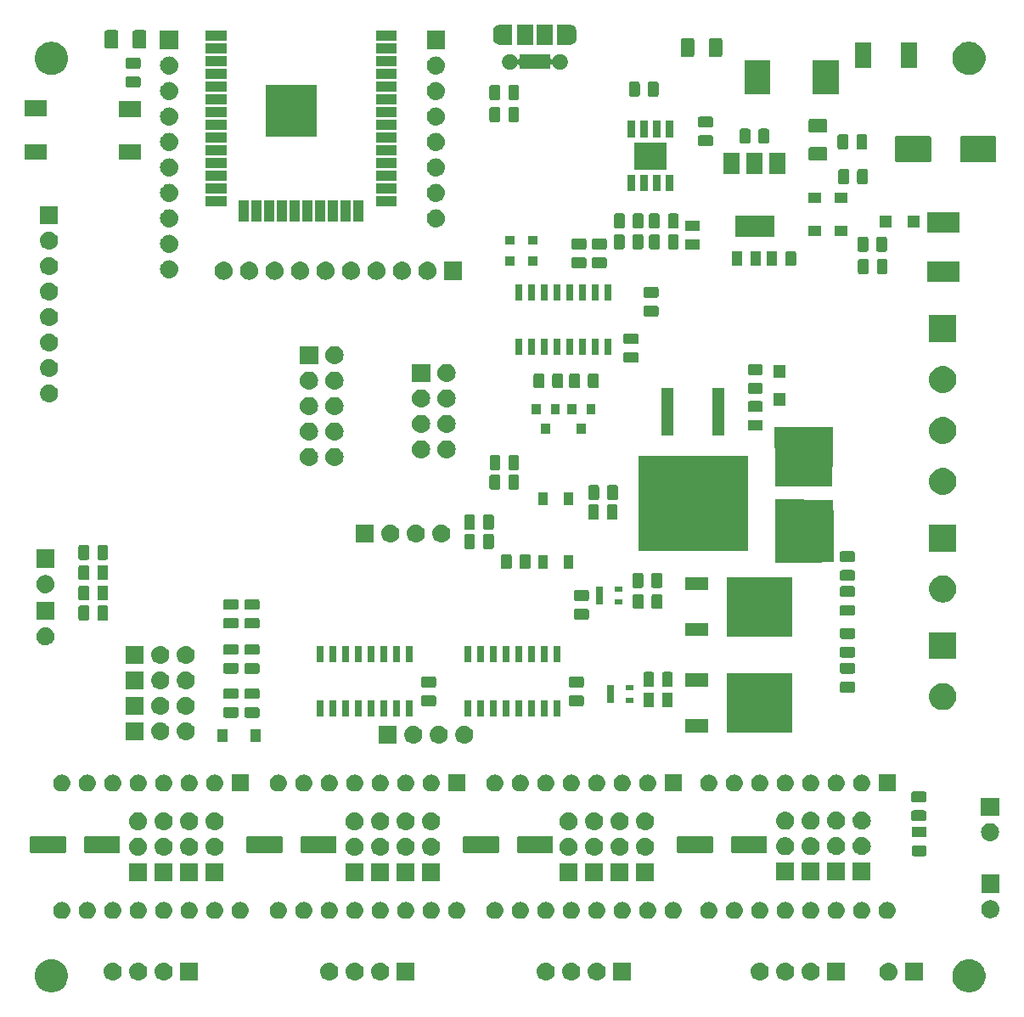
<source format=gts>
G04 #@! TF.GenerationSoftware,KiCad,Pcbnew,5.0.2-bee76a0~70~ubuntu18.04.1*
G04 #@! TF.CreationDate,2019-05-30T11:23:20+09:00*
G04 #@! TF.ProjectId,MRR_ESPE,4d52525f-4553-4504-952e-6b696361645f,v0.1*
G04 #@! TF.SameCoordinates,Original*
G04 #@! TF.FileFunction,Soldermask,Top*
G04 #@! TF.FilePolarity,Negative*
%FSLAX46Y46*%
G04 Gerber Fmt 4.6, Leading zero omitted, Abs format (unit mm)*
G04 Created by KiCad (PCBNEW 5.0.2-bee76a0~70~ubuntu18.04.1) date Thu 30 May 2019 11:23:20 AM JST*
%MOMM*%
%LPD*%
G01*
G04 APERTURE LIST*
%ADD10C,0.100000*%
G04 APERTURE END LIST*
D10*
G36*
X140875256Y-130891298D02*
X140981579Y-130912447D01*
X141282042Y-131036903D01*
X141494705Y-131179000D01*
X141552454Y-131217587D01*
X141782413Y-131447546D01*
X141782415Y-131447549D01*
X141882283Y-131597011D01*
X141963098Y-131717960D01*
X141969549Y-131733534D01*
X142048184Y-131923375D01*
X142087553Y-132018422D01*
X142151000Y-132337389D01*
X142151000Y-132662611D01*
X142135569Y-132740185D01*
X142087553Y-132981579D01*
X141999550Y-133194037D01*
X141963098Y-133282040D01*
X141782413Y-133552454D01*
X141552454Y-133782413D01*
X141552451Y-133782415D01*
X141282042Y-133963097D01*
X140981579Y-134087553D01*
X140875256Y-134108702D01*
X140662611Y-134151000D01*
X140337389Y-134151000D01*
X140124744Y-134108702D01*
X140018421Y-134087553D01*
X139717958Y-133963097D01*
X139447549Y-133782415D01*
X139447546Y-133782413D01*
X139217587Y-133552454D01*
X139036902Y-133282040D01*
X139000450Y-133194037D01*
X138912447Y-132981579D01*
X138864431Y-132740185D01*
X138849000Y-132662611D01*
X138849000Y-132337389D01*
X138912447Y-132018422D01*
X138951817Y-131923375D01*
X139030451Y-131733534D01*
X139036902Y-131717960D01*
X139117718Y-131597011D01*
X139217585Y-131447549D01*
X139217587Y-131447546D01*
X139447546Y-131217587D01*
X139505295Y-131179000D01*
X139717958Y-131036903D01*
X140018421Y-130912447D01*
X140124744Y-130891298D01*
X140337389Y-130849000D01*
X140662611Y-130849000D01*
X140875256Y-130891298D01*
X140875256Y-130891298D01*
G37*
G36*
X49375256Y-130891298D02*
X49481579Y-130912447D01*
X49782042Y-131036903D01*
X49994705Y-131179000D01*
X50052454Y-131217587D01*
X50282413Y-131447546D01*
X50282415Y-131447549D01*
X50382283Y-131597011D01*
X50463098Y-131717960D01*
X50469549Y-131733534D01*
X50548184Y-131923375D01*
X50587553Y-132018422D01*
X50651000Y-132337389D01*
X50651000Y-132662611D01*
X50635569Y-132740185D01*
X50587553Y-132981579D01*
X50499550Y-133194037D01*
X50463098Y-133282040D01*
X50282413Y-133552454D01*
X50052454Y-133782413D01*
X50052451Y-133782415D01*
X49782042Y-133963097D01*
X49481579Y-134087553D01*
X49375256Y-134108702D01*
X49162611Y-134151000D01*
X48837389Y-134151000D01*
X48624744Y-134108702D01*
X48518421Y-134087553D01*
X48217958Y-133963097D01*
X47947549Y-133782415D01*
X47947546Y-133782413D01*
X47717587Y-133552454D01*
X47536902Y-133282040D01*
X47500450Y-133194037D01*
X47412447Y-132981579D01*
X47364431Y-132740185D01*
X47349000Y-132662611D01*
X47349000Y-132337389D01*
X47412447Y-132018422D01*
X47451817Y-131923375D01*
X47530451Y-131733534D01*
X47536902Y-131717960D01*
X47617718Y-131597011D01*
X47717585Y-131447549D01*
X47717587Y-131447546D01*
X47947546Y-131217587D01*
X48005295Y-131179000D01*
X48217958Y-131036903D01*
X48518421Y-130912447D01*
X48624744Y-130891298D01*
X48837389Y-130849000D01*
X49162611Y-130849000D01*
X49375256Y-130891298D01*
X49375256Y-130891298D01*
G37*
G36*
X132570443Y-131205519D02*
X132636627Y-131212037D01*
X132740535Y-131243557D01*
X132806467Y-131263557D01*
X132925572Y-131327221D01*
X132962991Y-131347222D01*
X132998729Y-131376552D01*
X133100186Y-131459814D01*
X133183448Y-131561271D01*
X133212778Y-131597009D01*
X133212779Y-131597011D01*
X133296443Y-131753533D01*
X133296443Y-131753534D01*
X133347963Y-131923373D01*
X133365359Y-132100000D01*
X133347963Y-132276627D01*
X133329531Y-132337389D01*
X133296443Y-132446467D01*
X133223469Y-132582989D01*
X133212778Y-132602991D01*
X133183448Y-132638729D01*
X133100186Y-132740186D01*
X132998729Y-132823448D01*
X132962991Y-132852778D01*
X132962989Y-132852779D01*
X132806467Y-132936443D01*
X132749853Y-132953616D01*
X132636627Y-132987963D01*
X132570443Y-132994481D01*
X132504260Y-133001000D01*
X132415740Y-133001000D01*
X132349557Y-132994481D01*
X132283373Y-132987963D01*
X132170147Y-132953616D01*
X132113533Y-132936443D01*
X131957011Y-132852779D01*
X131957009Y-132852778D01*
X131921271Y-132823448D01*
X131819814Y-132740186D01*
X131736552Y-132638729D01*
X131707222Y-132602991D01*
X131696531Y-132582989D01*
X131623557Y-132446467D01*
X131590469Y-132337389D01*
X131572037Y-132276627D01*
X131554641Y-132100000D01*
X131572037Y-131923373D01*
X131623557Y-131753534D01*
X131623557Y-131753533D01*
X131707221Y-131597011D01*
X131707222Y-131597009D01*
X131736552Y-131561271D01*
X131819814Y-131459814D01*
X131921271Y-131376552D01*
X131957009Y-131347222D01*
X131994428Y-131327221D01*
X132113533Y-131263557D01*
X132179465Y-131243557D01*
X132283373Y-131212037D01*
X132349557Y-131205519D01*
X132415740Y-131199000D01*
X132504260Y-131199000D01*
X132570443Y-131205519D01*
X132570443Y-131205519D01*
G37*
G36*
X135901000Y-133001000D02*
X134099000Y-133001000D01*
X134099000Y-131199000D01*
X135901000Y-131199000D01*
X135901000Y-133001000D01*
X135901000Y-133001000D01*
G37*
G36*
X60308442Y-131185518D02*
X60374627Y-131192037D01*
X60458854Y-131217587D01*
X60544467Y-131243557D01*
X60683087Y-131317652D01*
X60700991Y-131327222D01*
X60725361Y-131347222D01*
X60838186Y-131439814D01*
X60921448Y-131541271D01*
X60950778Y-131577009D01*
X60950779Y-131577011D01*
X61034443Y-131733533D01*
X61034443Y-131733534D01*
X61085963Y-131903373D01*
X61103359Y-132080000D01*
X61085963Y-132256627D01*
X61051616Y-132369853D01*
X61034443Y-132426467D01*
X60960348Y-132565087D01*
X60950778Y-132582991D01*
X60934366Y-132602989D01*
X60838186Y-132720186D01*
X60736729Y-132803448D01*
X60700991Y-132832778D01*
X60700989Y-132832779D01*
X60544467Y-132916443D01*
X60487853Y-132933616D01*
X60374627Y-132967963D01*
X60308443Y-132974481D01*
X60242260Y-132981000D01*
X60153740Y-132981000D01*
X60087557Y-132974481D01*
X60021373Y-132967963D01*
X59908147Y-132933616D01*
X59851533Y-132916443D01*
X59695011Y-132832779D01*
X59695009Y-132832778D01*
X59659271Y-132803448D01*
X59557814Y-132720186D01*
X59461634Y-132602989D01*
X59445222Y-132582991D01*
X59435652Y-132565087D01*
X59361557Y-132426467D01*
X59344384Y-132369853D01*
X59310037Y-132256627D01*
X59292641Y-132080000D01*
X59310037Y-131903373D01*
X59361557Y-131733534D01*
X59361557Y-131733533D01*
X59445221Y-131577011D01*
X59445222Y-131577009D01*
X59474552Y-131541271D01*
X59557814Y-131439814D01*
X59670639Y-131347222D01*
X59695009Y-131327222D01*
X59712913Y-131317652D01*
X59851533Y-131243557D01*
X59937146Y-131217587D01*
X60021373Y-131192037D01*
X60087558Y-131185518D01*
X60153740Y-131179000D01*
X60242260Y-131179000D01*
X60308442Y-131185518D01*
X60308442Y-131185518D01*
G37*
G36*
X122284442Y-131185518D02*
X122350627Y-131192037D01*
X122434854Y-131217587D01*
X122520467Y-131243557D01*
X122659087Y-131317652D01*
X122676991Y-131327222D01*
X122701361Y-131347222D01*
X122814186Y-131439814D01*
X122897448Y-131541271D01*
X122926778Y-131577009D01*
X122926779Y-131577011D01*
X123010443Y-131733533D01*
X123010443Y-131733534D01*
X123061963Y-131903373D01*
X123079359Y-132080000D01*
X123061963Y-132256627D01*
X123027616Y-132369853D01*
X123010443Y-132426467D01*
X122936348Y-132565087D01*
X122926778Y-132582991D01*
X122910366Y-132602989D01*
X122814186Y-132720186D01*
X122712729Y-132803448D01*
X122676991Y-132832778D01*
X122676989Y-132832779D01*
X122520467Y-132916443D01*
X122463853Y-132933616D01*
X122350627Y-132967963D01*
X122284443Y-132974481D01*
X122218260Y-132981000D01*
X122129740Y-132981000D01*
X122063557Y-132974481D01*
X121997373Y-132967963D01*
X121884147Y-132933616D01*
X121827533Y-132916443D01*
X121671011Y-132832779D01*
X121671009Y-132832778D01*
X121635271Y-132803448D01*
X121533814Y-132720186D01*
X121437634Y-132602989D01*
X121421222Y-132582991D01*
X121411652Y-132565087D01*
X121337557Y-132426467D01*
X121320384Y-132369853D01*
X121286037Y-132256627D01*
X121268641Y-132080000D01*
X121286037Y-131903373D01*
X121337557Y-131733534D01*
X121337557Y-131733533D01*
X121421221Y-131577011D01*
X121421222Y-131577009D01*
X121450552Y-131541271D01*
X121533814Y-131439814D01*
X121646639Y-131347222D01*
X121671009Y-131327222D01*
X121688913Y-131317652D01*
X121827533Y-131243557D01*
X121913146Y-131217587D01*
X121997373Y-131192037D01*
X122063558Y-131185518D01*
X122129740Y-131179000D01*
X122218260Y-131179000D01*
X122284442Y-131185518D01*
X122284442Y-131185518D01*
G37*
G36*
X98408442Y-131185518D02*
X98474627Y-131192037D01*
X98558854Y-131217587D01*
X98644467Y-131243557D01*
X98783087Y-131317652D01*
X98800991Y-131327222D01*
X98825361Y-131347222D01*
X98938186Y-131439814D01*
X99021448Y-131541271D01*
X99050778Y-131577009D01*
X99050779Y-131577011D01*
X99134443Y-131733533D01*
X99134443Y-131733534D01*
X99185963Y-131903373D01*
X99203359Y-132080000D01*
X99185963Y-132256627D01*
X99151616Y-132369853D01*
X99134443Y-132426467D01*
X99060348Y-132565087D01*
X99050778Y-132582991D01*
X99034366Y-132602989D01*
X98938186Y-132720186D01*
X98836729Y-132803448D01*
X98800991Y-132832778D01*
X98800989Y-132832779D01*
X98644467Y-132916443D01*
X98587853Y-132933616D01*
X98474627Y-132967963D01*
X98408443Y-132974481D01*
X98342260Y-132981000D01*
X98253740Y-132981000D01*
X98187557Y-132974481D01*
X98121373Y-132967963D01*
X98008147Y-132933616D01*
X97951533Y-132916443D01*
X97795011Y-132832779D01*
X97795009Y-132832778D01*
X97759271Y-132803448D01*
X97657814Y-132720186D01*
X97561634Y-132602989D01*
X97545222Y-132582991D01*
X97535652Y-132565087D01*
X97461557Y-132426467D01*
X97444384Y-132369853D01*
X97410037Y-132256627D01*
X97392641Y-132080000D01*
X97410037Y-131903373D01*
X97461557Y-131733534D01*
X97461557Y-131733533D01*
X97545221Y-131577011D01*
X97545222Y-131577009D01*
X97574552Y-131541271D01*
X97657814Y-131439814D01*
X97770639Y-131347222D01*
X97795009Y-131327222D01*
X97812913Y-131317652D01*
X97951533Y-131243557D01*
X98037146Y-131217587D01*
X98121373Y-131192037D01*
X98187558Y-131185518D01*
X98253740Y-131179000D01*
X98342260Y-131179000D01*
X98408442Y-131185518D01*
X98408442Y-131185518D01*
G37*
G36*
X100948442Y-131185518D02*
X101014627Y-131192037D01*
X101098854Y-131217587D01*
X101184467Y-131243557D01*
X101323087Y-131317652D01*
X101340991Y-131327222D01*
X101365361Y-131347222D01*
X101478186Y-131439814D01*
X101561448Y-131541271D01*
X101590778Y-131577009D01*
X101590779Y-131577011D01*
X101674443Y-131733533D01*
X101674443Y-131733534D01*
X101725963Y-131903373D01*
X101743359Y-132080000D01*
X101725963Y-132256627D01*
X101691616Y-132369853D01*
X101674443Y-132426467D01*
X101600348Y-132565087D01*
X101590778Y-132582991D01*
X101574366Y-132602989D01*
X101478186Y-132720186D01*
X101376729Y-132803448D01*
X101340991Y-132832778D01*
X101340989Y-132832779D01*
X101184467Y-132916443D01*
X101127853Y-132933616D01*
X101014627Y-132967963D01*
X100948443Y-132974481D01*
X100882260Y-132981000D01*
X100793740Y-132981000D01*
X100727557Y-132974481D01*
X100661373Y-132967963D01*
X100548147Y-132933616D01*
X100491533Y-132916443D01*
X100335011Y-132832779D01*
X100335009Y-132832778D01*
X100299271Y-132803448D01*
X100197814Y-132720186D01*
X100101634Y-132602989D01*
X100085222Y-132582991D01*
X100075652Y-132565087D01*
X100001557Y-132426467D01*
X99984384Y-132369853D01*
X99950037Y-132256627D01*
X99932641Y-132080000D01*
X99950037Y-131903373D01*
X100001557Y-131733534D01*
X100001557Y-131733533D01*
X100085221Y-131577011D01*
X100085222Y-131577009D01*
X100114552Y-131541271D01*
X100197814Y-131439814D01*
X100310639Y-131347222D01*
X100335009Y-131327222D01*
X100352913Y-131317652D01*
X100491533Y-131243557D01*
X100577146Y-131217587D01*
X100661373Y-131192037D01*
X100727558Y-131185518D01*
X100793740Y-131179000D01*
X100882260Y-131179000D01*
X100948442Y-131185518D01*
X100948442Y-131185518D01*
G37*
G36*
X103488442Y-131185518D02*
X103554627Y-131192037D01*
X103638854Y-131217587D01*
X103724467Y-131243557D01*
X103863087Y-131317652D01*
X103880991Y-131327222D01*
X103905361Y-131347222D01*
X104018186Y-131439814D01*
X104101448Y-131541271D01*
X104130778Y-131577009D01*
X104130779Y-131577011D01*
X104214443Y-131733533D01*
X104214443Y-131733534D01*
X104265963Y-131903373D01*
X104283359Y-132080000D01*
X104265963Y-132256627D01*
X104231616Y-132369853D01*
X104214443Y-132426467D01*
X104140348Y-132565087D01*
X104130778Y-132582991D01*
X104114366Y-132602989D01*
X104018186Y-132720186D01*
X103916729Y-132803448D01*
X103880991Y-132832778D01*
X103880989Y-132832779D01*
X103724467Y-132916443D01*
X103667853Y-132933616D01*
X103554627Y-132967963D01*
X103488443Y-132974481D01*
X103422260Y-132981000D01*
X103333740Y-132981000D01*
X103267557Y-132974481D01*
X103201373Y-132967963D01*
X103088147Y-132933616D01*
X103031533Y-132916443D01*
X102875011Y-132832779D01*
X102875009Y-132832778D01*
X102839271Y-132803448D01*
X102737814Y-132720186D01*
X102641634Y-132602989D01*
X102625222Y-132582991D01*
X102615652Y-132565087D01*
X102541557Y-132426467D01*
X102524384Y-132369853D01*
X102490037Y-132256627D01*
X102472641Y-132080000D01*
X102490037Y-131903373D01*
X102541557Y-131733534D01*
X102541557Y-131733533D01*
X102625221Y-131577011D01*
X102625222Y-131577009D01*
X102654552Y-131541271D01*
X102737814Y-131439814D01*
X102850639Y-131347222D01*
X102875009Y-131327222D01*
X102892913Y-131317652D01*
X103031533Y-131243557D01*
X103117146Y-131217587D01*
X103201373Y-131192037D01*
X103267558Y-131185518D01*
X103333740Y-131179000D01*
X103422260Y-131179000D01*
X103488442Y-131185518D01*
X103488442Y-131185518D01*
G37*
G36*
X106819000Y-132981000D02*
X105017000Y-132981000D01*
X105017000Y-131179000D01*
X106819000Y-131179000D01*
X106819000Y-132981000D01*
X106819000Y-132981000D01*
G37*
G36*
X76818442Y-131185518D02*
X76884627Y-131192037D01*
X76968854Y-131217587D01*
X77054467Y-131243557D01*
X77193087Y-131317652D01*
X77210991Y-131327222D01*
X77235361Y-131347222D01*
X77348186Y-131439814D01*
X77431448Y-131541271D01*
X77460778Y-131577009D01*
X77460779Y-131577011D01*
X77544443Y-131733533D01*
X77544443Y-131733534D01*
X77595963Y-131903373D01*
X77613359Y-132080000D01*
X77595963Y-132256627D01*
X77561616Y-132369853D01*
X77544443Y-132426467D01*
X77470348Y-132565087D01*
X77460778Y-132582991D01*
X77444366Y-132602989D01*
X77348186Y-132720186D01*
X77246729Y-132803448D01*
X77210991Y-132832778D01*
X77210989Y-132832779D01*
X77054467Y-132916443D01*
X76997853Y-132933616D01*
X76884627Y-132967963D01*
X76818443Y-132974481D01*
X76752260Y-132981000D01*
X76663740Y-132981000D01*
X76597557Y-132974481D01*
X76531373Y-132967963D01*
X76418147Y-132933616D01*
X76361533Y-132916443D01*
X76205011Y-132832779D01*
X76205009Y-132832778D01*
X76169271Y-132803448D01*
X76067814Y-132720186D01*
X75971634Y-132602989D01*
X75955222Y-132582991D01*
X75945652Y-132565087D01*
X75871557Y-132426467D01*
X75854384Y-132369853D01*
X75820037Y-132256627D01*
X75802641Y-132080000D01*
X75820037Y-131903373D01*
X75871557Y-131733534D01*
X75871557Y-131733533D01*
X75955221Y-131577011D01*
X75955222Y-131577009D01*
X75984552Y-131541271D01*
X76067814Y-131439814D01*
X76180639Y-131347222D01*
X76205009Y-131327222D01*
X76222913Y-131317652D01*
X76361533Y-131243557D01*
X76447146Y-131217587D01*
X76531373Y-131192037D01*
X76597558Y-131185518D01*
X76663740Y-131179000D01*
X76752260Y-131179000D01*
X76818442Y-131185518D01*
X76818442Y-131185518D01*
G37*
G36*
X79358442Y-131185518D02*
X79424627Y-131192037D01*
X79508854Y-131217587D01*
X79594467Y-131243557D01*
X79733087Y-131317652D01*
X79750991Y-131327222D01*
X79775361Y-131347222D01*
X79888186Y-131439814D01*
X79971448Y-131541271D01*
X80000778Y-131577009D01*
X80000779Y-131577011D01*
X80084443Y-131733533D01*
X80084443Y-131733534D01*
X80135963Y-131903373D01*
X80153359Y-132080000D01*
X80135963Y-132256627D01*
X80101616Y-132369853D01*
X80084443Y-132426467D01*
X80010348Y-132565087D01*
X80000778Y-132582991D01*
X79984366Y-132602989D01*
X79888186Y-132720186D01*
X79786729Y-132803448D01*
X79750991Y-132832778D01*
X79750989Y-132832779D01*
X79594467Y-132916443D01*
X79537853Y-132933616D01*
X79424627Y-132967963D01*
X79358443Y-132974481D01*
X79292260Y-132981000D01*
X79203740Y-132981000D01*
X79137557Y-132974481D01*
X79071373Y-132967963D01*
X78958147Y-132933616D01*
X78901533Y-132916443D01*
X78745011Y-132832779D01*
X78745009Y-132832778D01*
X78709271Y-132803448D01*
X78607814Y-132720186D01*
X78511634Y-132602989D01*
X78495222Y-132582991D01*
X78485652Y-132565087D01*
X78411557Y-132426467D01*
X78394384Y-132369853D01*
X78360037Y-132256627D01*
X78342641Y-132080000D01*
X78360037Y-131903373D01*
X78411557Y-131733534D01*
X78411557Y-131733533D01*
X78495221Y-131577011D01*
X78495222Y-131577009D01*
X78524552Y-131541271D01*
X78607814Y-131439814D01*
X78720639Y-131347222D01*
X78745009Y-131327222D01*
X78762913Y-131317652D01*
X78901533Y-131243557D01*
X78987146Y-131217587D01*
X79071373Y-131192037D01*
X79137558Y-131185518D01*
X79203740Y-131179000D01*
X79292260Y-131179000D01*
X79358442Y-131185518D01*
X79358442Y-131185518D01*
G37*
G36*
X81898442Y-131185518D02*
X81964627Y-131192037D01*
X82048854Y-131217587D01*
X82134467Y-131243557D01*
X82273087Y-131317652D01*
X82290991Y-131327222D01*
X82315361Y-131347222D01*
X82428186Y-131439814D01*
X82511448Y-131541271D01*
X82540778Y-131577009D01*
X82540779Y-131577011D01*
X82624443Y-131733533D01*
X82624443Y-131733534D01*
X82675963Y-131903373D01*
X82693359Y-132080000D01*
X82675963Y-132256627D01*
X82641616Y-132369853D01*
X82624443Y-132426467D01*
X82550348Y-132565087D01*
X82540778Y-132582991D01*
X82524366Y-132602989D01*
X82428186Y-132720186D01*
X82326729Y-132803448D01*
X82290991Y-132832778D01*
X82290989Y-132832779D01*
X82134467Y-132916443D01*
X82077853Y-132933616D01*
X81964627Y-132967963D01*
X81898443Y-132974481D01*
X81832260Y-132981000D01*
X81743740Y-132981000D01*
X81677557Y-132974481D01*
X81611373Y-132967963D01*
X81498147Y-132933616D01*
X81441533Y-132916443D01*
X81285011Y-132832779D01*
X81285009Y-132832778D01*
X81249271Y-132803448D01*
X81147814Y-132720186D01*
X81051634Y-132602989D01*
X81035222Y-132582991D01*
X81025652Y-132565087D01*
X80951557Y-132426467D01*
X80934384Y-132369853D01*
X80900037Y-132256627D01*
X80882641Y-132080000D01*
X80900037Y-131903373D01*
X80951557Y-131733534D01*
X80951557Y-131733533D01*
X81035221Y-131577011D01*
X81035222Y-131577009D01*
X81064552Y-131541271D01*
X81147814Y-131439814D01*
X81260639Y-131347222D01*
X81285009Y-131327222D01*
X81302913Y-131317652D01*
X81441533Y-131243557D01*
X81527146Y-131217587D01*
X81611373Y-131192037D01*
X81677558Y-131185518D01*
X81743740Y-131179000D01*
X81832260Y-131179000D01*
X81898442Y-131185518D01*
X81898442Y-131185518D01*
G37*
G36*
X119744442Y-131185518D02*
X119810627Y-131192037D01*
X119894854Y-131217587D01*
X119980467Y-131243557D01*
X120119087Y-131317652D01*
X120136991Y-131327222D01*
X120161361Y-131347222D01*
X120274186Y-131439814D01*
X120357448Y-131541271D01*
X120386778Y-131577009D01*
X120386779Y-131577011D01*
X120470443Y-131733533D01*
X120470443Y-131733534D01*
X120521963Y-131903373D01*
X120539359Y-132080000D01*
X120521963Y-132256627D01*
X120487616Y-132369853D01*
X120470443Y-132426467D01*
X120396348Y-132565087D01*
X120386778Y-132582991D01*
X120370366Y-132602989D01*
X120274186Y-132720186D01*
X120172729Y-132803448D01*
X120136991Y-132832778D01*
X120136989Y-132832779D01*
X119980467Y-132916443D01*
X119923853Y-132933616D01*
X119810627Y-132967963D01*
X119744443Y-132974481D01*
X119678260Y-132981000D01*
X119589740Y-132981000D01*
X119523557Y-132974481D01*
X119457373Y-132967963D01*
X119344147Y-132933616D01*
X119287533Y-132916443D01*
X119131011Y-132832779D01*
X119131009Y-132832778D01*
X119095271Y-132803448D01*
X118993814Y-132720186D01*
X118897634Y-132602989D01*
X118881222Y-132582991D01*
X118871652Y-132565087D01*
X118797557Y-132426467D01*
X118780384Y-132369853D01*
X118746037Y-132256627D01*
X118728641Y-132080000D01*
X118746037Y-131903373D01*
X118797557Y-131733534D01*
X118797557Y-131733533D01*
X118881221Y-131577011D01*
X118881222Y-131577009D01*
X118910552Y-131541271D01*
X118993814Y-131439814D01*
X119106639Y-131347222D01*
X119131009Y-131327222D01*
X119148913Y-131317652D01*
X119287533Y-131243557D01*
X119373146Y-131217587D01*
X119457373Y-131192037D01*
X119523558Y-131185518D01*
X119589740Y-131179000D01*
X119678260Y-131179000D01*
X119744442Y-131185518D01*
X119744442Y-131185518D01*
G37*
G36*
X63639000Y-132981000D02*
X61837000Y-132981000D01*
X61837000Y-131179000D01*
X63639000Y-131179000D01*
X63639000Y-132981000D01*
X63639000Y-132981000D01*
G37*
G36*
X124824442Y-131185518D02*
X124890627Y-131192037D01*
X124974854Y-131217587D01*
X125060467Y-131243557D01*
X125199087Y-131317652D01*
X125216991Y-131327222D01*
X125241361Y-131347222D01*
X125354186Y-131439814D01*
X125437448Y-131541271D01*
X125466778Y-131577009D01*
X125466779Y-131577011D01*
X125550443Y-131733533D01*
X125550443Y-131733534D01*
X125601963Y-131903373D01*
X125619359Y-132080000D01*
X125601963Y-132256627D01*
X125567616Y-132369853D01*
X125550443Y-132426467D01*
X125476348Y-132565087D01*
X125466778Y-132582991D01*
X125450366Y-132602989D01*
X125354186Y-132720186D01*
X125252729Y-132803448D01*
X125216991Y-132832778D01*
X125216989Y-132832779D01*
X125060467Y-132916443D01*
X125003853Y-132933616D01*
X124890627Y-132967963D01*
X124824443Y-132974481D01*
X124758260Y-132981000D01*
X124669740Y-132981000D01*
X124603557Y-132974481D01*
X124537373Y-132967963D01*
X124424147Y-132933616D01*
X124367533Y-132916443D01*
X124211011Y-132832779D01*
X124211009Y-132832778D01*
X124175271Y-132803448D01*
X124073814Y-132720186D01*
X123977634Y-132602989D01*
X123961222Y-132582991D01*
X123951652Y-132565087D01*
X123877557Y-132426467D01*
X123860384Y-132369853D01*
X123826037Y-132256627D01*
X123808641Y-132080000D01*
X123826037Y-131903373D01*
X123877557Y-131733534D01*
X123877557Y-131733533D01*
X123961221Y-131577011D01*
X123961222Y-131577009D01*
X123990552Y-131541271D01*
X124073814Y-131439814D01*
X124186639Y-131347222D01*
X124211009Y-131327222D01*
X124228913Y-131317652D01*
X124367533Y-131243557D01*
X124453146Y-131217587D01*
X124537373Y-131192037D01*
X124603558Y-131185518D01*
X124669740Y-131179000D01*
X124758260Y-131179000D01*
X124824442Y-131185518D01*
X124824442Y-131185518D01*
G37*
G36*
X128155000Y-132981000D02*
X126353000Y-132981000D01*
X126353000Y-131179000D01*
X128155000Y-131179000D01*
X128155000Y-132981000D01*
X128155000Y-132981000D01*
G37*
G36*
X57768442Y-131185518D02*
X57834627Y-131192037D01*
X57918854Y-131217587D01*
X58004467Y-131243557D01*
X58143087Y-131317652D01*
X58160991Y-131327222D01*
X58185361Y-131347222D01*
X58298186Y-131439814D01*
X58381448Y-131541271D01*
X58410778Y-131577009D01*
X58410779Y-131577011D01*
X58494443Y-131733533D01*
X58494443Y-131733534D01*
X58545963Y-131903373D01*
X58563359Y-132080000D01*
X58545963Y-132256627D01*
X58511616Y-132369853D01*
X58494443Y-132426467D01*
X58420348Y-132565087D01*
X58410778Y-132582991D01*
X58394366Y-132602989D01*
X58298186Y-132720186D01*
X58196729Y-132803448D01*
X58160991Y-132832778D01*
X58160989Y-132832779D01*
X58004467Y-132916443D01*
X57947853Y-132933616D01*
X57834627Y-132967963D01*
X57768443Y-132974481D01*
X57702260Y-132981000D01*
X57613740Y-132981000D01*
X57547557Y-132974481D01*
X57481373Y-132967963D01*
X57368147Y-132933616D01*
X57311533Y-132916443D01*
X57155011Y-132832779D01*
X57155009Y-132832778D01*
X57119271Y-132803448D01*
X57017814Y-132720186D01*
X56921634Y-132602989D01*
X56905222Y-132582991D01*
X56895652Y-132565087D01*
X56821557Y-132426467D01*
X56804384Y-132369853D01*
X56770037Y-132256627D01*
X56752641Y-132080000D01*
X56770037Y-131903373D01*
X56821557Y-131733534D01*
X56821557Y-131733533D01*
X56905221Y-131577011D01*
X56905222Y-131577009D01*
X56934552Y-131541271D01*
X57017814Y-131439814D01*
X57130639Y-131347222D01*
X57155009Y-131327222D01*
X57172913Y-131317652D01*
X57311533Y-131243557D01*
X57397146Y-131217587D01*
X57481373Y-131192037D01*
X57547558Y-131185518D01*
X57613740Y-131179000D01*
X57702260Y-131179000D01*
X57768442Y-131185518D01*
X57768442Y-131185518D01*
G37*
G36*
X55228442Y-131185518D02*
X55294627Y-131192037D01*
X55378854Y-131217587D01*
X55464467Y-131243557D01*
X55603087Y-131317652D01*
X55620991Y-131327222D01*
X55645361Y-131347222D01*
X55758186Y-131439814D01*
X55841448Y-131541271D01*
X55870778Y-131577009D01*
X55870779Y-131577011D01*
X55954443Y-131733533D01*
X55954443Y-131733534D01*
X56005963Y-131903373D01*
X56023359Y-132080000D01*
X56005963Y-132256627D01*
X55971616Y-132369853D01*
X55954443Y-132426467D01*
X55880348Y-132565087D01*
X55870778Y-132582991D01*
X55854366Y-132602989D01*
X55758186Y-132720186D01*
X55656729Y-132803448D01*
X55620991Y-132832778D01*
X55620989Y-132832779D01*
X55464467Y-132916443D01*
X55407853Y-132933616D01*
X55294627Y-132967963D01*
X55228443Y-132974481D01*
X55162260Y-132981000D01*
X55073740Y-132981000D01*
X55007557Y-132974481D01*
X54941373Y-132967963D01*
X54828147Y-132933616D01*
X54771533Y-132916443D01*
X54615011Y-132832779D01*
X54615009Y-132832778D01*
X54579271Y-132803448D01*
X54477814Y-132720186D01*
X54381634Y-132602989D01*
X54365222Y-132582991D01*
X54355652Y-132565087D01*
X54281557Y-132426467D01*
X54264384Y-132369853D01*
X54230037Y-132256627D01*
X54212641Y-132080000D01*
X54230037Y-131903373D01*
X54281557Y-131733534D01*
X54281557Y-131733533D01*
X54365221Y-131577011D01*
X54365222Y-131577009D01*
X54394552Y-131541271D01*
X54477814Y-131439814D01*
X54590639Y-131347222D01*
X54615009Y-131327222D01*
X54632913Y-131317652D01*
X54771533Y-131243557D01*
X54857146Y-131217587D01*
X54941373Y-131192037D01*
X55007558Y-131185518D01*
X55073740Y-131179000D01*
X55162260Y-131179000D01*
X55228442Y-131185518D01*
X55228442Y-131185518D01*
G37*
G36*
X85229000Y-132981000D02*
X83427000Y-132981000D01*
X83427000Y-131179000D01*
X85229000Y-131179000D01*
X85229000Y-132981000D01*
X85229000Y-132981000D01*
G37*
G36*
X87034821Y-125145313D02*
X87034824Y-125145314D01*
X87034825Y-125145314D01*
X87195239Y-125193975D01*
X87195241Y-125193976D01*
X87195244Y-125193977D01*
X87343078Y-125272995D01*
X87472659Y-125379341D01*
X87579005Y-125508922D01*
X87658023Y-125656756D01*
X87706687Y-125817179D01*
X87723117Y-125984000D01*
X87706687Y-126150821D01*
X87706686Y-126150824D01*
X87706686Y-126150825D01*
X87688291Y-126211466D01*
X87658023Y-126311244D01*
X87579005Y-126459078D01*
X87472659Y-126588659D01*
X87343078Y-126695005D01*
X87195244Y-126774023D01*
X87195241Y-126774024D01*
X87195239Y-126774025D01*
X87034825Y-126822686D01*
X87034824Y-126822686D01*
X87034821Y-126822687D01*
X86909804Y-126835000D01*
X86826196Y-126835000D01*
X86701179Y-126822687D01*
X86701176Y-126822686D01*
X86701175Y-126822686D01*
X86540761Y-126774025D01*
X86540759Y-126774024D01*
X86540756Y-126774023D01*
X86392922Y-126695005D01*
X86263341Y-126588659D01*
X86156995Y-126459078D01*
X86077977Y-126311244D01*
X86047710Y-126211466D01*
X86029314Y-126150825D01*
X86029314Y-126150824D01*
X86029313Y-126150821D01*
X86012883Y-125984000D01*
X86029313Y-125817179D01*
X86077977Y-125656756D01*
X86156995Y-125508922D01*
X86263341Y-125379341D01*
X86392922Y-125272995D01*
X86540756Y-125193977D01*
X86540759Y-125193976D01*
X86540761Y-125193975D01*
X86701175Y-125145314D01*
X86701176Y-125145314D01*
X86701179Y-125145313D01*
X86826196Y-125133000D01*
X86909804Y-125133000D01*
X87034821Y-125145313D01*
X87034821Y-125145313D01*
G37*
G36*
X93384821Y-125145313D02*
X93384824Y-125145314D01*
X93384825Y-125145314D01*
X93545239Y-125193975D01*
X93545241Y-125193976D01*
X93545244Y-125193977D01*
X93693078Y-125272995D01*
X93822659Y-125379341D01*
X93929005Y-125508922D01*
X94008023Y-125656756D01*
X94056687Y-125817179D01*
X94073117Y-125984000D01*
X94056687Y-126150821D01*
X94056686Y-126150824D01*
X94056686Y-126150825D01*
X94038291Y-126211466D01*
X94008023Y-126311244D01*
X93929005Y-126459078D01*
X93822659Y-126588659D01*
X93693078Y-126695005D01*
X93545244Y-126774023D01*
X93545241Y-126774024D01*
X93545239Y-126774025D01*
X93384825Y-126822686D01*
X93384824Y-126822686D01*
X93384821Y-126822687D01*
X93259804Y-126835000D01*
X93176196Y-126835000D01*
X93051179Y-126822687D01*
X93051176Y-126822686D01*
X93051175Y-126822686D01*
X92890761Y-126774025D01*
X92890759Y-126774024D01*
X92890756Y-126774023D01*
X92742922Y-126695005D01*
X92613341Y-126588659D01*
X92506995Y-126459078D01*
X92427977Y-126311244D01*
X92397710Y-126211466D01*
X92379314Y-126150825D01*
X92379314Y-126150824D01*
X92379313Y-126150821D01*
X92362883Y-125984000D01*
X92379313Y-125817179D01*
X92427977Y-125656756D01*
X92506995Y-125508922D01*
X92613341Y-125379341D01*
X92742922Y-125272995D01*
X92890756Y-125193977D01*
X92890759Y-125193976D01*
X92890761Y-125193975D01*
X93051175Y-125145314D01*
X93051176Y-125145314D01*
X93051179Y-125145313D01*
X93176196Y-125133000D01*
X93259804Y-125133000D01*
X93384821Y-125145313D01*
X93384821Y-125145313D01*
G37*
G36*
X119800821Y-125145313D02*
X119800824Y-125145314D01*
X119800825Y-125145314D01*
X119961239Y-125193975D01*
X119961241Y-125193976D01*
X119961244Y-125193977D01*
X120109078Y-125272995D01*
X120238659Y-125379341D01*
X120345005Y-125508922D01*
X120424023Y-125656756D01*
X120472687Y-125817179D01*
X120489117Y-125984000D01*
X120472687Y-126150821D01*
X120472686Y-126150824D01*
X120472686Y-126150825D01*
X120454291Y-126211466D01*
X120424023Y-126311244D01*
X120345005Y-126459078D01*
X120238659Y-126588659D01*
X120109078Y-126695005D01*
X119961244Y-126774023D01*
X119961241Y-126774024D01*
X119961239Y-126774025D01*
X119800825Y-126822686D01*
X119800824Y-126822686D01*
X119800821Y-126822687D01*
X119675804Y-126835000D01*
X119592196Y-126835000D01*
X119467179Y-126822687D01*
X119467176Y-126822686D01*
X119467175Y-126822686D01*
X119306761Y-126774025D01*
X119306759Y-126774024D01*
X119306756Y-126774023D01*
X119158922Y-126695005D01*
X119029341Y-126588659D01*
X118922995Y-126459078D01*
X118843977Y-126311244D01*
X118813710Y-126211466D01*
X118795314Y-126150825D01*
X118795314Y-126150824D01*
X118795313Y-126150821D01*
X118778883Y-125984000D01*
X118795313Y-125817179D01*
X118843977Y-125656756D01*
X118922995Y-125508922D01*
X119029341Y-125379341D01*
X119158922Y-125272995D01*
X119306756Y-125193977D01*
X119306759Y-125193976D01*
X119306761Y-125193975D01*
X119467175Y-125145314D01*
X119467176Y-125145314D01*
X119467179Y-125145313D01*
X119592196Y-125133000D01*
X119675804Y-125133000D01*
X119800821Y-125145313D01*
X119800821Y-125145313D01*
G37*
G36*
X98464821Y-125145313D02*
X98464824Y-125145314D01*
X98464825Y-125145314D01*
X98625239Y-125193975D01*
X98625241Y-125193976D01*
X98625244Y-125193977D01*
X98773078Y-125272995D01*
X98902659Y-125379341D01*
X99009005Y-125508922D01*
X99088023Y-125656756D01*
X99136687Y-125817179D01*
X99153117Y-125984000D01*
X99136687Y-126150821D01*
X99136686Y-126150824D01*
X99136686Y-126150825D01*
X99118291Y-126211466D01*
X99088023Y-126311244D01*
X99009005Y-126459078D01*
X98902659Y-126588659D01*
X98773078Y-126695005D01*
X98625244Y-126774023D01*
X98625241Y-126774024D01*
X98625239Y-126774025D01*
X98464825Y-126822686D01*
X98464824Y-126822686D01*
X98464821Y-126822687D01*
X98339804Y-126835000D01*
X98256196Y-126835000D01*
X98131179Y-126822687D01*
X98131176Y-126822686D01*
X98131175Y-126822686D01*
X97970761Y-126774025D01*
X97970759Y-126774024D01*
X97970756Y-126774023D01*
X97822922Y-126695005D01*
X97693341Y-126588659D01*
X97586995Y-126459078D01*
X97507977Y-126311244D01*
X97477710Y-126211466D01*
X97459314Y-126150825D01*
X97459314Y-126150824D01*
X97459313Y-126150821D01*
X97442883Y-125984000D01*
X97459313Y-125817179D01*
X97507977Y-125656756D01*
X97586995Y-125508922D01*
X97693341Y-125379341D01*
X97822922Y-125272995D01*
X97970756Y-125193977D01*
X97970759Y-125193976D01*
X97970761Y-125193975D01*
X98131175Y-125145314D01*
X98131176Y-125145314D01*
X98131179Y-125145313D01*
X98256196Y-125133000D01*
X98339804Y-125133000D01*
X98464821Y-125145313D01*
X98464821Y-125145313D01*
G37*
G36*
X101004821Y-125145313D02*
X101004824Y-125145314D01*
X101004825Y-125145314D01*
X101165239Y-125193975D01*
X101165241Y-125193976D01*
X101165244Y-125193977D01*
X101313078Y-125272995D01*
X101442659Y-125379341D01*
X101549005Y-125508922D01*
X101628023Y-125656756D01*
X101676687Y-125817179D01*
X101693117Y-125984000D01*
X101676687Y-126150821D01*
X101676686Y-126150824D01*
X101676686Y-126150825D01*
X101658291Y-126211466D01*
X101628023Y-126311244D01*
X101549005Y-126459078D01*
X101442659Y-126588659D01*
X101313078Y-126695005D01*
X101165244Y-126774023D01*
X101165241Y-126774024D01*
X101165239Y-126774025D01*
X101004825Y-126822686D01*
X101004824Y-126822686D01*
X101004821Y-126822687D01*
X100879804Y-126835000D01*
X100796196Y-126835000D01*
X100671179Y-126822687D01*
X100671176Y-126822686D01*
X100671175Y-126822686D01*
X100510761Y-126774025D01*
X100510759Y-126774024D01*
X100510756Y-126774023D01*
X100362922Y-126695005D01*
X100233341Y-126588659D01*
X100126995Y-126459078D01*
X100047977Y-126311244D01*
X100017710Y-126211466D01*
X99999314Y-126150825D01*
X99999314Y-126150824D01*
X99999313Y-126150821D01*
X99982883Y-125984000D01*
X99999313Y-125817179D01*
X100047977Y-125656756D01*
X100126995Y-125508922D01*
X100233341Y-125379341D01*
X100362922Y-125272995D01*
X100510756Y-125193977D01*
X100510759Y-125193976D01*
X100510761Y-125193975D01*
X100671175Y-125145314D01*
X100671176Y-125145314D01*
X100671179Y-125145313D01*
X100796196Y-125133000D01*
X100879804Y-125133000D01*
X101004821Y-125145313D01*
X101004821Y-125145313D01*
G37*
G36*
X103544821Y-125145313D02*
X103544824Y-125145314D01*
X103544825Y-125145314D01*
X103705239Y-125193975D01*
X103705241Y-125193976D01*
X103705244Y-125193977D01*
X103853078Y-125272995D01*
X103982659Y-125379341D01*
X104089005Y-125508922D01*
X104168023Y-125656756D01*
X104216687Y-125817179D01*
X104233117Y-125984000D01*
X104216687Y-126150821D01*
X104216686Y-126150824D01*
X104216686Y-126150825D01*
X104198291Y-126211466D01*
X104168023Y-126311244D01*
X104089005Y-126459078D01*
X103982659Y-126588659D01*
X103853078Y-126695005D01*
X103705244Y-126774023D01*
X103705241Y-126774024D01*
X103705239Y-126774025D01*
X103544825Y-126822686D01*
X103544824Y-126822686D01*
X103544821Y-126822687D01*
X103419804Y-126835000D01*
X103336196Y-126835000D01*
X103211179Y-126822687D01*
X103211176Y-126822686D01*
X103211175Y-126822686D01*
X103050761Y-126774025D01*
X103050759Y-126774024D01*
X103050756Y-126774023D01*
X102902922Y-126695005D01*
X102773341Y-126588659D01*
X102666995Y-126459078D01*
X102587977Y-126311244D01*
X102557710Y-126211466D01*
X102539314Y-126150825D01*
X102539314Y-126150824D01*
X102539313Y-126150821D01*
X102522883Y-125984000D01*
X102539313Y-125817179D01*
X102587977Y-125656756D01*
X102666995Y-125508922D01*
X102773341Y-125379341D01*
X102902922Y-125272995D01*
X103050756Y-125193977D01*
X103050759Y-125193976D01*
X103050761Y-125193975D01*
X103211175Y-125145314D01*
X103211176Y-125145314D01*
X103211179Y-125145313D01*
X103336196Y-125133000D01*
X103419804Y-125133000D01*
X103544821Y-125145313D01*
X103544821Y-125145313D01*
G37*
G36*
X106084821Y-125145313D02*
X106084824Y-125145314D01*
X106084825Y-125145314D01*
X106245239Y-125193975D01*
X106245241Y-125193976D01*
X106245244Y-125193977D01*
X106393078Y-125272995D01*
X106522659Y-125379341D01*
X106629005Y-125508922D01*
X106708023Y-125656756D01*
X106756687Y-125817179D01*
X106773117Y-125984000D01*
X106756687Y-126150821D01*
X106756686Y-126150824D01*
X106756686Y-126150825D01*
X106738291Y-126211466D01*
X106708023Y-126311244D01*
X106629005Y-126459078D01*
X106522659Y-126588659D01*
X106393078Y-126695005D01*
X106245244Y-126774023D01*
X106245241Y-126774024D01*
X106245239Y-126774025D01*
X106084825Y-126822686D01*
X106084824Y-126822686D01*
X106084821Y-126822687D01*
X105959804Y-126835000D01*
X105876196Y-126835000D01*
X105751179Y-126822687D01*
X105751176Y-126822686D01*
X105751175Y-126822686D01*
X105590761Y-126774025D01*
X105590759Y-126774024D01*
X105590756Y-126774023D01*
X105442922Y-126695005D01*
X105313341Y-126588659D01*
X105206995Y-126459078D01*
X105127977Y-126311244D01*
X105097710Y-126211466D01*
X105079314Y-126150825D01*
X105079314Y-126150824D01*
X105079313Y-126150821D01*
X105062883Y-125984000D01*
X105079313Y-125817179D01*
X105127977Y-125656756D01*
X105206995Y-125508922D01*
X105313341Y-125379341D01*
X105442922Y-125272995D01*
X105590756Y-125193977D01*
X105590759Y-125193976D01*
X105590761Y-125193975D01*
X105751175Y-125145314D01*
X105751176Y-125145314D01*
X105751179Y-125145313D01*
X105876196Y-125133000D01*
X105959804Y-125133000D01*
X106084821Y-125145313D01*
X106084821Y-125145313D01*
G37*
G36*
X108624821Y-125145313D02*
X108624824Y-125145314D01*
X108624825Y-125145314D01*
X108785239Y-125193975D01*
X108785241Y-125193976D01*
X108785244Y-125193977D01*
X108933078Y-125272995D01*
X109062659Y-125379341D01*
X109169005Y-125508922D01*
X109248023Y-125656756D01*
X109296687Y-125817179D01*
X109313117Y-125984000D01*
X109296687Y-126150821D01*
X109296686Y-126150824D01*
X109296686Y-126150825D01*
X109278291Y-126211466D01*
X109248023Y-126311244D01*
X109169005Y-126459078D01*
X109062659Y-126588659D01*
X108933078Y-126695005D01*
X108785244Y-126774023D01*
X108785241Y-126774024D01*
X108785239Y-126774025D01*
X108624825Y-126822686D01*
X108624824Y-126822686D01*
X108624821Y-126822687D01*
X108499804Y-126835000D01*
X108416196Y-126835000D01*
X108291179Y-126822687D01*
X108291176Y-126822686D01*
X108291175Y-126822686D01*
X108130761Y-126774025D01*
X108130759Y-126774024D01*
X108130756Y-126774023D01*
X107982922Y-126695005D01*
X107853341Y-126588659D01*
X107746995Y-126459078D01*
X107667977Y-126311244D01*
X107637710Y-126211466D01*
X107619314Y-126150825D01*
X107619314Y-126150824D01*
X107619313Y-126150821D01*
X107602883Y-125984000D01*
X107619313Y-125817179D01*
X107667977Y-125656756D01*
X107746995Y-125508922D01*
X107853341Y-125379341D01*
X107982922Y-125272995D01*
X108130756Y-125193977D01*
X108130759Y-125193976D01*
X108130761Y-125193975D01*
X108291175Y-125145314D01*
X108291176Y-125145314D01*
X108291179Y-125145313D01*
X108416196Y-125133000D01*
X108499804Y-125133000D01*
X108624821Y-125145313D01*
X108624821Y-125145313D01*
G37*
G36*
X111164821Y-125145313D02*
X111164824Y-125145314D01*
X111164825Y-125145314D01*
X111325239Y-125193975D01*
X111325241Y-125193976D01*
X111325244Y-125193977D01*
X111473078Y-125272995D01*
X111602659Y-125379341D01*
X111709005Y-125508922D01*
X111788023Y-125656756D01*
X111836687Y-125817179D01*
X111853117Y-125984000D01*
X111836687Y-126150821D01*
X111836686Y-126150824D01*
X111836686Y-126150825D01*
X111818291Y-126211466D01*
X111788023Y-126311244D01*
X111709005Y-126459078D01*
X111602659Y-126588659D01*
X111473078Y-126695005D01*
X111325244Y-126774023D01*
X111325241Y-126774024D01*
X111325239Y-126774025D01*
X111164825Y-126822686D01*
X111164824Y-126822686D01*
X111164821Y-126822687D01*
X111039804Y-126835000D01*
X110956196Y-126835000D01*
X110831179Y-126822687D01*
X110831176Y-126822686D01*
X110831175Y-126822686D01*
X110670761Y-126774025D01*
X110670759Y-126774024D01*
X110670756Y-126774023D01*
X110522922Y-126695005D01*
X110393341Y-126588659D01*
X110286995Y-126459078D01*
X110207977Y-126311244D01*
X110177710Y-126211466D01*
X110159314Y-126150825D01*
X110159314Y-126150824D01*
X110159313Y-126150821D01*
X110142883Y-125984000D01*
X110159313Y-125817179D01*
X110207977Y-125656756D01*
X110286995Y-125508922D01*
X110393341Y-125379341D01*
X110522922Y-125272995D01*
X110670756Y-125193977D01*
X110670759Y-125193976D01*
X110670761Y-125193975D01*
X110831175Y-125145314D01*
X110831176Y-125145314D01*
X110831179Y-125145313D01*
X110956196Y-125133000D01*
X111039804Y-125133000D01*
X111164821Y-125145313D01*
X111164821Y-125145313D01*
G37*
G36*
X65444821Y-125145313D02*
X65444824Y-125145314D01*
X65444825Y-125145314D01*
X65605239Y-125193975D01*
X65605241Y-125193976D01*
X65605244Y-125193977D01*
X65753078Y-125272995D01*
X65882659Y-125379341D01*
X65989005Y-125508922D01*
X66068023Y-125656756D01*
X66116687Y-125817179D01*
X66133117Y-125984000D01*
X66116687Y-126150821D01*
X66116686Y-126150824D01*
X66116686Y-126150825D01*
X66098291Y-126211466D01*
X66068023Y-126311244D01*
X65989005Y-126459078D01*
X65882659Y-126588659D01*
X65753078Y-126695005D01*
X65605244Y-126774023D01*
X65605241Y-126774024D01*
X65605239Y-126774025D01*
X65444825Y-126822686D01*
X65444824Y-126822686D01*
X65444821Y-126822687D01*
X65319804Y-126835000D01*
X65236196Y-126835000D01*
X65111179Y-126822687D01*
X65111176Y-126822686D01*
X65111175Y-126822686D01*
X64950761Y-126774025D01*
X64950759Y-126774024D01*
X64950756Y-126774023D01*
X64802922Y-126695005D01*
X64673341Y-126588659D01*
X64566995Y-126459078D01*
X64487977Y-126311244D01*
X64457710Y-126211466D01*
X64439314Y-126150825D01*
X64439314Y-126150824D01*
X64439313Y-126150821D01*
X64422883Y-125984000D01*
X64439313Y-125817179D01*
X64487977Y-125656756D01*
X64566995Y-125508922D01*
X64673341Y-125379341D01*
X64802922Y-125272995D01*
X64950756Y-125193977D01*
X64950759Y-125193976D01*
X64950761Y-125193975D01*
X65111175Y-125145314D01*
X65111176Y-125145314D01*
X65111179Y-125145313D01*
X65236196Y-125133000D01*
X65319804Y-125133000D01*
X65444821Y-125145313D01*
X65444821Y-125145313D01*
G37*
G36*
X67984821Y-125145313D02*
X67984824Y-125145314D01*
X67984825Y-125145314D01*
X68145239Y-125193975D01*
X68145241Y-125193976D01*
X68145244Y-125193977D01*
X68293078Y-125272995D01*
X68422659Y-125379341D01*
X68529005Y-125508922D01*
X68608023Y-125656756D01*
X68656687Y-125817179D01*
X68673117Y-125984000D01*
X68656687Y-126150821D01*
X68656686Y-126150824D01*
X68656686Y-126150825D01*
X68638291Y-126211466D01*
X68608023Y-126311244D01*
X68529005Y-126459078D01*
X68422659Y-126588659D01*
X68293078Y-126695005D01*
X68145244Y-126774023D01*
X68145241Y-126774024D01*
X68145239Y-126774025D01*
X67984825Y-126822686D01*
X67984824Y-126822686D01*
X67984821Y-126822687D01*
X67859804Y-126835000D01*
X67776196Y-126835000D01*
X67651179Y-126822687D01*
X67651176Y-126822686D01*
X67651175Y-126822686D01*
X67490761Y-126774025D01*
X67490759Y-126774024D01*
X67490756Y-126774023D01*
X67342922Y-126695005D01*
X67213341Y-126588659D01*
X67106995Y-126459078D01*
X67027977Y-126311244D01*
X66997710Y-126211466D01*
X66979314Y-126150825D01*
X66979314Y-126150824D01*
X66979313Y-126150821D01*
X66962883Y-125984000D01*
X66979313Y-125817179D01*
X67027977Y-125656756D01*
X67106995Y-125508922D01*
X67213341Y-125379341D01*
X67342922Y-125272995D01*
X67490756Y-125193977D01*
X67490759Y-125193976D01*
X67490761Y-125193975D01*
X67651175Y-125145314D01*
X67651176Y-125145314D01*
X67651179Y-125145313D01*
X67776196Y-125133000D01*
X67859804Y-125133000D01*
X67984821Y-125145313D01*
X67984821Y-125145313D01*
G37*
G36*
X117260821Y-125145313D02*
X117260824Y-125145314D01*
X117260825Y-125145314D01*
X117421239Y-125193975D01*
X117421241Y-125193976D01*
X117421244Y-125193977D01*
X117569078Y-125272995D01*
X117698659Y-125379341D01*
X117805005Y-125508922D01*
X117884023Y-125656756D01*
X117932687Y-125817179D01*
X117949117Y-125984000D01*
X117932687Y-126150821D01*
X117932686Y-126150824D01*
X117932686Y-126150825D01*
X117914291Y-126211466D01*
X117884023Y-126311244D01*
X117805005Y-126459078D01*
X117698659Y-126588659D01*
X117569078Y-126695005D01*
X117421244Y-126774023D01*
X117421241Y-126774024D01*
X117421239Y-126774025D01*
X117260825Y-126822686D01*
X117260824Y-126822686D01*
X117260821Y-126822687D01*
X117135804Y-126835000D01*
X117052196Y-126835000D01*
X116927179Y-126822687D01*
X116927176Y-126822686D01*
X116927175Y-126822686D01*
X116766761Y-126774025D01*
X116766759Y-126774024D01*
X116766756Y-126774023D01*
X116618922Y-126695005D01*
X116489341Y-126588659D01*
X116382995Y-126459078D01*
X116303977Y-126311244D01*
X116273710Y-126211466D01*
X116255314Y-126150825D01*
X116255314Y-126150824D01*
X116255313Y-126150821D01*
X116238883Y-125984000D01*
X116255313Y-125817179D01*
X116303977Y-125656756D01*
X116382995Y-125508922D01*
X116489341Y-125379341D01*
X116618922Y-125272995D01*
X116766756Y-125193977D01*
X116766759Y-125193976D01*
X116766761Y-125193975D01*
X116927175Y-125145314D01*
X116927176Y-125145314D01*
X116927179Y-125145313D01*
X117052196Y-125133000D01*
X117135804Y-125133000D01*
X117260821Y-125145313D01*
X117260821Y-125145313D01*
G37*
G36*
X114720821Y-125145313D02*
X114720824Y-125145314D01*
X114720825Y-125145314D01*
X114881239Y-125193975D01*
X114881241Y-125193976D01*
X114881244Y-125193977D01*
X115029078Y-125272995D01*
X115158659Y-125379341D01*
X115265005Y-125508922D01*
X115344023Y-125656756D01*
X115392687Y-125817179D01*
X115409117Y-125984000D01*
X115392687Y-126150821D01*
X115392686Y-126150824D01*
X115392686Y-126150825D01*
X115374291Y-126211466D01*
X115344023Y-126311244D01*
X115265005Y-126459078D01*
X115158659Y-126588659D01*
X115029078Y-126695005D01*
X114881244Y-126774023D01*
X114881241Y-126774024D01*
X114881239Y-126774025D01*
X114720825Y-126822686D01*
X114720824Y-126822686D01*
X114720821Y-126822687D01*
X114595804Y-126835000D01*
X114512196Y-126835000D01*
X114387179Y-126822687D01*
X114387176Y-126822686D01*
X114387175Y-126822686D01*
X114226761Y-126774025D01*
X114226759Y-126774024D01*
X114226756Y-126774023D01*
X114078922Y-126695005D01*
X113949341Y-126588659D01*
X113842995Y-126459078D01*
X113763977Y-126311244D01*
X113733710Y-126211466D01*
X113715314Y-126150825D01*
X113715314Y-126150824D01*
X113715313Y-126150821D01*
X113698883Y-125984000D01*
X113715313Y-125817179D01*
X113763977Y-125656756D01*
X113842995Y-125508922D01*
X113949341Y-125379341D01*
X114078922Y-125272995D01*
X114226756Y-125193977D01*
X114226759Y-125193976D01*
X114226761Y-125193975D01*
X114387175Y-125145314D01*
X114387176Y-125145314D01*
X114387179Y-125145313D01*
X114512196Y-125133000D01*
X114595804Y-125133000D01*
X114720821Y-125145313D01*
X114720821Y-125145313D01*
G37*
G36*
X50204821Y-125145313D02*
X50204824Y-125145314D01*
X50204825Y-125145314D01*
X50365239Y-125193975D01*
X50365241Y-125193976D01*
X50365244Y-125193977D01*
X50513078Y-125272995D01*
X50642659Y-125379341D01*
X50749005Y-125508922D01*
X50828023Y-125656756D01*
X50876687Y-125817179D01*
X50893117Y-125984000D01*
X50876687Y-126150821D01*
X50876686Y-126150824D01*
X50876686Y-126150825D01*
X50858291Y-126211466D01*
X50828023Y-126311244D01*
X50749005Y-126459078D01*
X50642659Y-126588659D01*
X50513078Y-126695005D01*
X50365244Y-126774023D01*
X50365241Y-126774024D01*
X50365239Y-126774025D01*
X50204825Y-126822686D01*
X50204824Y-126822686D01*
X50204821Y-126822687D01*
X50079804Y-126835000D01*
X49996196Y-126835000D01*
X49871179Y-126822687D01*
X49871176Y-126822686D01*
X49871175Y-126822686D01*
X49710761Y-126774025D01*
X49710759Y-126774024D01*
X49710756Y-126774023D01*
X49562922Y-126695005D01*
X49433341Y-126588659D01*
X49326995Y-126459078D01*
X49247977Y-126311244D01*
X49217710Y-126211466D01*
X49199314Y-126150825D01*
X49199314Y-126150824D01*
X49199313Y-126150821D01*
X49182883Y-125984000D01*
X49199313Y-125817179D01*
X49247977Y-125656756D01*
X49326995Y-125508922D01*
X49433341Y-125379341D01*
X49562922Y-125272995D01*
X49710756Y-125193977D01*
X49710759Y-125193976D01*
X49710761Y-125193975D01*
X49871175Y-125145314D01*
X49871176Y-125145314D01*
X49871179Y-125145313D01*
X49996196Y-125133000D01*
X50079804Y-125133000D01*
X50204821Y-125145313D01*
X50204821Y-125145313D01*
G37*
G36*
X52744821Y-125145313D02*
X52744824Y-125145314D01*
X52744825Y-125145314D01*
X52905239Y-125193975D01*
X52905241Y-125193976D01*
X52905244Y-125193977D01*
X53053078Y-125272995D01*
X53182659Y-125379341D01*
X53289005Y-125508922D01*
X53368023Y-125656756D01*
X53416687Y-125817179D01*
X53433117Y-125984000D01*
X53416687Y-126150821D01*
X53416686Y-126150824D01*
X53416686Y-126150825D01*
X53398291Y-126211466D01*
X53368023Y-126311244D01*
X53289005Y-126459078D01*
X53182659Y-126588659D01*
X53053078Y-126695005D01*
X52905244Y-126774023D01*
X52905241Y-126774024D01*
X52905239Y-126774025D01*
X52744825Y-126822686D01*
X52744824Y-126822686D01*
X52744821Y-126822687D01*
X52619804Y-126835000D01*
X52536196Y-126835000D01*
X52411179Y-126822687D01*
X52411176Y-126822686D01*
X52411175Y-126822686D01*
X52250761Y-126774025D01*
X52250759Y-126774024D01*
X52250756Y-126774023D01*
X52102922Y-126695005D01*
X51973341Y-126588659D01*
X51866995Y-126459078D01*
X51787977Y-126311244D01*
X51757710Y-126211466D01*
X51739314Y-126150825D01*
X51739314Y-126150824D01*
X51739313Y-126150821D01*
X51722883Y-125984000D01*
X51739313Y-125817179D01*
X51787977Y-125656756D01*
X51866995Y-125508922D01*
X51973341Y-125379341D01*
X52102922Y-125272995D01*
X52250756Y-125193977D01*
X52250759Y-125193976D01*
X52250761Y-125193975D01*
X52411175Y-125145314D01*
X52411176Y-125145314D01*
X52411179Y-125145313D01*
X52536196Y-125133000D01*
X52619804Y-125133000D01*
X52744821Y-125145313D01*
X52744821Y-125145313D01*
G37*
G36*
X55284821Y-125145313D02*
X55284824Y-125145314D01*
X55284825Y-125145314D01*
X55445239Y-125193975D01*
X55445241Y-125193976D01*
X55445244Y-125193977D01*
X55593078Y-125272995D01*
X55722659Y-125379341D01*
X55829005Y-125508922D01*
X55908023Y-125656756D01*
X55956687Y-125817179D01*
X55973117Y-125984000D01*
X55956687Y-126150821D01*
X55956686Y-126150824D01*
X55956686Y-126150825D01*
X55938291Y-126211466D01*
X55908023Y-126311244D01*
X55829005Y-126459078D01*
X55722659Y-126588659D01*
X55593078Y-126695005D01*
X55445244Y-126774023D01*
X55445241Y-126774024D01*
X55445239Y-126774025D01*
X55284825Y-126822686D01*
X55284824Y-126822686D01*
X55284821Y-126822687D01*
X55159804Y-126835000D01*
X55076196Y-126835000D01*
X54951179Y-126822687D01*
X54951176Y-126822686D01*
X54951175Y-126822686D01*
X54790761Y-126774025D01*
X54790759Y-126774024D01*
X54790756Y-126774023D01*
X54642922Y-126695005D01*
X54513341Y-126588659D01*
X54406995Y-126459078D01*
X54327977Y-126311244D01*
X54297710Y-126211466D01*
X54279314Y-126150825D01*
X54279314Y-126150824D01*
X54279313Y-126150821D01*
X54262883Y-125984000D01*
X54279313Y-125817179D01*
X54327977Y-125656756D01*
X54406995Y-125508922D01*
X54513341Y-125379341D01*
X54642922Y-125272995D01*
X54790756Y-125193977D01*
X54790759Y-125193976D01*
X54790761Y-125193975D01*
X54951175Y-125145314D01*
X54951176Y-125145314D01*
X54951179Y-125145313D01*
X55076196Y-125133000D01*
X55159804Y-125133000D01*
X55284821Y-125145313D01*
X55284821Y-125145313D01*
G37*
G36*
X84494821Y-125145313D02*
X84494824Y-125145314D01*
X84494825Y-125145314D01*
X84655239Y-125193975D01*
X84655241Y-125193976D01*
X84655244Y-125193977D01*
X84803078Y-125272995D01*
X84932659Y-125379341D01*
X85039005Y-125508922D01*
X85118023Y-125656756D01*
X85166687Y-125817179D01*
X85183117Y-125984000D01*
X85166687Y-126150821D01*
X85166686Y-126150824D01*
X85166686Y-126150825D01*
X85148291Y-126211466D01*
X85118023Y-126311244D01*
X85039005Y-126459078D01*
X84932659Y-126588659D01*
X84803078Y-126695005D01*
X84655244Y-126774023D01*
X84655241Y-126774024D01*
X84655239Y-126774025D01*
X84494825Y-126822686D01*
X84494824Y-126822686D01*
X84494821Y-126822687D01*
X84369804Y-126835000D01*
X84286196Y-126835000D01*
X84161179Y-126822687D01*
X84161176Y-126822686D01*
X84161175Y-126822686D01*
X84000761Y-126774025D01*
X84000759Y-126774024D01*
X84000756Y-126774023D01*
X83852922Y-126695005D01*
X83723341Y-126588659D01*
X83616995Y-126459078D01*
X83537977Y-126311244D01*
X83507710Y-126211466D01*
X83489314Y-126150825D01*
X83489314Y-126150824D01*
X83489313Y-126150821D01*
X83472883Y-125984000D01*
X83489313Y-125817179D01*
X83537977Y-125656756D01*
X83616995Y-125508922D01*
X83723341Y-125379341D01*
X83852922Y-125272995D01*
X84000756Y-125193977D01*
X84000759Y-125193976D01*
X84000761Y-125193975D01*
X84161175Y-125145314D01*
X84161176Y-125145314D01*
X84161179Y-125145313D01*
X84286196Y-125133000D01*
X84369804Y-125133000D01*
X84494821Y-125145313D01*
X84494821Y-125145313D01*
G37*
G36*
X122340821Y-125145313D02*
X122340824Y-125145314D01*
X122340825Y-125145314D01*
X122501239Y-125193975D01*
X122501241Y-125193976D01*
X122501244Y-125193977D01*
X122649078Y-125272995D01*
X122778659Y-125379341D01*
X122885005Y-125508922D01*
X122964023Y-125656756D01*
X123012687Y-125817179D01*
X123029117Y-125984000D01*
X123012687Y-126150821D01*
X123012686Y-126150824D01*
X123012686Y-126150825D01*
X122994291Y-126211466D01*
X122964023Y-126311244D01*
X122885005Y-126459078D01*
X122778659Y-126588659D01*
X122649078Y-126695005D01*
X122501244Y-126774023D01*
X122501241Y-126774024D01*
X122501239Y-126774025D01*
X122340825Y-126822686D01*
X122340824Y-126822686D01*
X122340821Y-126822687D01*
X122215804Y-126835000D01*
X122132196Y-126835000D01*
X122007179Y-126822687D01*
X122007176Y-126822686D01*
X122007175Y-126822686D01*
X121846761Y-126774025D01*
X121846759Y-126774024D01*
X121846756Y-126774023D01*
X121698922Y-126695005D01*
X121569341Y-126588659D01*
X121462995Y-126459078D01*
X121383977Y-126311244D01*
X121353710Y-126211466D01*
X121335314Y-126150825D01*
X121335314Y-126150824D01*
X121335313Y-126150821D01*
X121318883Y-125984000D01*
X121335313Y-125817179D01*
X121383977Y-125656756D01*
X121462995Y-125508922D01*
X121569341Y-125379341D01*
X121698922Y-125272995D01*
X121846756Y-125193977D01*
X121846759Y-125193976D01*
X121846761Y-125193975D01*
X122007175Y-125145314D01*
X122007176Y-125145314D01*
X122007179Y-125145313D01*
X122132196Y-125133000D01*
X122215804Y-125133000D01*
X122340821Y-125145313D01*
X122340821Y-125145313D01*
G37*
G36*
X79414821Y-125145313D02*
X79414824Y-125145314D01*
X79414825Y-125145314D01*
X79575239Y-125193975D01*
X79575241Y-125193976D01*
X79575244Y-125193977D01*
X79723078Y-125272995D01*
X79852659Y-125379341D01*
X79959005Y-125508922D01*
X80038023Y-125656756D01*
X80086687Y-125817179D01*
X80103117Y-125984000D01*
X80086687Y-126150821D01*
X80086686Y-126150824D01*
X80086686Y-126150825D01*
X80068291Y-126211466D01*
X80038023Y-126311244D01*
X79959005Y-126459078D01*
X79852659Y-126588659D01*
X79723078Y-126695005D01*
X79575244Y-126774023D01*
X79575241Y-126774024D01*
X79575239Y-126774025D01*
X79414825Y-126822686D01*
X79414824Y-126822686D01*
X79414821Y-126822687D01*
X79289804Y-126835000D01*
X79206196Y-126835000D01*
X79081179Y-126822687D01*
X79081176Y-126822686D01*
X79081175Y-126822686D01*
X78920761Y-126774025D01*
X78920759Y-126774024D01*
X78920756Y-126774023D01*
X78772922Y-126695005D01*
X78643341Y-126588659D01*
X78536995Y-126459078D01*
X78457977Y-126311244D01*
X78427710Y-126211466D01*
X78409314Y-126150825D01*
X78409314Y-126150824D01*
X78409313Y-126150821D01*
X78392883Y-125984000D01*
X78409313Y-125817179D01*
X78457977Y-125656756D01*
X78536995Y-125508922D01*
X78643341Y-125379341D01*
X78772922Y-125272995D01*
X78920756Y-125193977D01*
X78920759Y-125193976D01*
X78920761Y-125193975D01*
X79081175Y-125145314D01*
X79081176Y-125145314D01*
X79081179Y-125145313D01*
X79206196Y-125133000D01*
X79289804Y-125133000D01*
X79414821Y-125145313D01*
X79414821Y-125145313D01*
G37*
G36*
X76874821Y-125145313D02*
X76874824Y-125145314D01*
X76874825Y-125145314D01*
X77035239Y-125193975D01*
X77035241Y-125193976D01*
X77035244Y-125193977D01*
X77183078Y-125272995D01*
X77312659Y-125379341D01*
X77419005Y-125508922D01*
X77498023Y-125656756D01*
X77546687Y-125817179D01*
X77563117Y-125984000D01*
X77546687Y-126150821D01*
X77546686Y-126150824D01*
X77546686Y-126150825D01*
X77528291Y-126211466D01*
X77498023Y-126311244D01*
X77419005Y-126459078D01*
X77312659Y-126588659D01*
X77183078Y-126695005D01*
X77035244Y-126774023D01*
X77035241Y-126774024D01*
X77035239Y-126774025D01*
X76874825Y-126822686D01*
X76874824Y-126822686D01*
X76874821Y-126822687D01*
X76749804Y-126835000D01*
X76666196Y-126835000D01*
X76541179Y-126822687D01*
X76541176Y-126822686D01*
X76541175Y-126822686D01*
X76380761Y-126774025D01*
X76380759Y-126774024D01*
X76380756Y-126774023D01*
X76232922Y-126695005D01*
X76103341Y-126588659D01*
X75996995Y-126459078D01*
X75917977Y-126311244D01*
X75887710Y-126211466D01*
X75869314Y-126150825D01*
X75869314Y-126150824D01*
X75869313Y-126150821D01*
X75852883Y-125984000D01*
X75869313Y-125817179D01*
X75917977Y-125656756D01*
X75996995Y-125508922D01*
X76103341Y-125379341D01*
X76232922Y-125272995D01*
X76380756Y-125193977D01*
X76380759Y-125193976D01*
X76380761Y-125193975D01*
X76541175Y-125145314D01*
X76541176Y-125145314D01*
X76541179Y-125145313D01*
X76666196Y-125133000D01*
X76749804Y-125133000D01*
X76874821Y-125145313D01*
X76874821Y-125145313D01*
G37*
G36*
X74334821Y-125145313D02*
X74334824Y-125145314D01*
X74334825Y-125145314D01*
X74495239Y-125193975D01*
X74495241Y-125193976D01*
X74495244Y-125193977D01*
X74643078Y-125272995D01*
X74772659Y-125379341D01*
X74879005Y-125508922D01*
X74958023Y-125656756D01*
X75006687Y-125817179D01*
X75023117Y-125984000D01*
X75006687Y-126150821D01*
X75006686Y-126150824D01*
X75006686Y-126150825D01*
X74988291Y-126211466D01*
X74958023Y-126311244D01*
X74879005Y-126459078D01*
X74772659Y-126588659D01*
X74643078Y-126695005D01*
X74495244Y-126774023D01*
X74495241Y-126774024D01*
X74495239Y-126774025D01*
X74334825Y-126822686D01*
X74334824Y-126822686D01*
X74334821Y-126822687D01*
X74209804Y-126835000D01*
X74126196Y-126835000D01*
X74001179Y-126822687D01*
X74001176Y-126822686D01*
X74001175Y-126822686D01*
X73840761Y-126774025D01*
X73840759Y-126774024D01*
X73840756Y-126774023D01*
X73692922Y-126695005D01*
X73563341Y-126588659D01*
X73456995Y-126459078D01*
X73377977Y-126311244D01*
X73347710Y-126211466D01*
X73329314Y-126150825D01*
X73329314Y-126150824D01*
X73329313Y-126150821D01*
X73312883Y-125984000D01*
X73329313Y-125817179D01*
X73377977Y-125656756D01*
X73456995Y-125508922D01*
X73563341Y-125379341D01*
X73692922Y-125272995D01*
X73840756Y-125193977D01*
X73840759Y-125193976D01*
X73840761Y-125193975D01*
X74001175Y-125145314D01*
X74001176Y-125145314D01*
X74001179Y-125145313D01*
X74126196Y-125133000D01*
X74209804Y-125133000D01*
X74334821Y-125145313D01*
X74334821Y-125145313D01*
G37*
G36*
X71794821Y-125145313D02*
X71794824Y-125145314D01*
X71794825Y-125145314D01*
X71955239Y-125193975D01*
X71955241Y-125193976D01*
X71955244Y-125193977D01*
X72103078Y-125272995D01*
X72232659Y-125379341D01*
X72339005Y-125508922D01*
X72418023Y-125656756D01*
X72466687Y-125817179D01*
X72483117Y-125984000D01*
X72466687Y-126150821D01*
X72466686Y-126150824D01*
X72466686Y-126150825D01*
X72448291Y-126211466D01*
X72418023Y-126311244D01*
X72339005Y-126459078D01*
X72232659Y-126588659D01*
X72103078Y-126695005D01*
X71955244Y-126774023D01*
X71955241Y-126774024D01*
X71955239Y-126774025D01*
X71794825Y-126822686D01*
X71794824Y-126822686D01*
X71794821Y-126822687D01*
X71669804Y-126835000D01*
X71586196Y-126835000D01*
X71461179Y-126822687D01*
X71461176Y-126822686D01*
X71461175Y-126822686D01*
X71300761Y-126774025D01*
X71300759Y-126774024D01*
X71300756Y-126774023D01*
X71152922Y-126695005D01*
X71023341Y-126588659D01*
X70916995Y-126459078D01*
X70837977Y-126311244D01*
X70807710Y-126211466D01*
X70789314Y-126150825D01*
X70789314Y-126150824D01*
X70789313Y-126150821D01*
X70772883Y-125984000D01*
X70789313Y-125817179D01*
X70837977Y-125656756D01*
X70916995Y-125508922D01*
X71023341Y-125379341D01*
X71152922Y-125272995D01*
X71300756Y-125193977D01*
X71300759Y-125193976D01*
X71300761Y-125193975D01*
X71461175Y-125145314D01*
X71461176Y-125145314D01*
X71461179Y-125145313D01*
X71586196Y-125133000D01*
X71669804Y-125133000D01*
X71794821Y-125145313D01*
X71794821Y-125145313D01*
G37*
G36*
X132500821Y-125145313D02*
X132500824Y-125145314D01*
X132500825Y-125145314D01*
X132661239Y-125193975D01*
X132661241Y-125193976D01*
X132661244Y-125193977D01*
X132809078Y-125272995D01*
X132938659Y-125379341D01*
X133045005Y-125508922D01*
X133124023Y-125656756D01*
X133172687Y-125817179D01*
X133189117Y-125984000D01*
X133172687Y-126150821D01*
X133172686Y-126150824D01*
X133172686Y-126150825D01*
X133154291Y-126211466D01*
X133124023Y-126311244D01*
X133045005Y-126459078D01*
X132938659Y-126588659D01*
X132809078Y-126695005D01*
X132661244Y-126774023D01*
X132661241Y-126774024D01*
X132661239Y-126774025D01*
X132500825Y-126822686D01*
X132500824Y-126822686D01*
X132500821Y-126822687D01*
X132375804Y-126835000D01*
X132292196Y-126835000D01*
X132167179Y-126822687D01*
X132167176Y-126822686D01*
X132167175Y-126822686D01*
X132006761Y-126774025D01*
X132006759Y-126774024D01*
X132006756Y-126774023D01*
X131858922Y-126695005D01*
X131729341Y-126588659D01*
X131622995Y-126459078D01*
X131543977Y-126311244D01*
X131513710Y-126211466D01*
X131495314Y-126150825D01*
X131495314Y-126150824D01*
X131495313Y-126150821D01*
X131478883Y-125984000D01*
X131495313Y-125817179D01*
X131543977Y-125656756D01*
X131622995Y-125508922D01*
X131729341Y-125379341D01*
X131858922Y-125272995D01*
X132006756Y-125193977D01*
X132006759Y-125193976D01*
X132006761Y-125193975D01*
X132167175Y-125145314D01*
X132167176Y-125145314D01*
X132167179Y-125145313D01*
X132292196Y-125133000D01*
X132375804Y-125133000D01*
X132500821Y-125145313D01*
X132500821Y-125145313D01*
G37*
G36*
X60364821Y-125145313D02*
X60364824Y-125145314D01*
X60364825Y-125145314D01*
X60525239Y-125193975D01*
X60525241Y-125193976D01*
X60525244Y-125193977D01*
X60673078Y-125272995D01*
X60802659Y-125379341D01*
X60909005Y-125508922D01*
X60988023Y-125656756D01*
X61036687Y-125817179D01*
X61053117Y-125984000D01*
X61036687Y-126150821D01*
X61036686Y-126150824D01*
X61036686Y-126150825D01*
X61018291Y-126211466D01*
X60988023Y-126311244D01*
X60909005Y-126459078D01*
X60802659Y-126588659D01*
X60673078Y-126695005D01*
X60525244Y-126774023D01*
X60525241Y-126774024D01*
X60525239Y-126774025D01*
X60364825Y-126822686D01*
X60364824Y-126822686D01*
X60364821Y-126822687D01*
X60239804Y-126835000D01*
X60156196Y-126835000D01*
X60031179Y-126822687D01*
X60031176Y-126822686D01*
X60031175Y-126822686D01*
X59870761Y-126774025D01*
X59870759Y-126774024D01*
X59870756Y-126774023D01*
X59722922Y-126695005D01*
X59593341Y-126588659D01*
X59486995Y-126459078D01*
X59407977Y-126311244D01*
X59377710Y-126211466D01*
X59359314Y-126150825D01*
X59359314Y-126150824D01*
X59359313Y-126150821D01*
X59342883Y-125984000D01*
X59359313Y-125817179D01*
X59407977Y-125656756D01*
X59486995Y-125508922D01*
X59593341Y-125379341D01*
X59722922Y-125272995D01*
X59870756Y-125193977D01*
X59870759Y-125193976D01*
X59870761Y-125193975D01*
X60031175Y-125145314D01*
X60031176Y-125145314D01*
X60031179Y-125145313D01*
X60156196Y-125133000D01*
X60239804Y-125133000D01*
X60364821Y-125145313D01*
X60364821Y-125145313D01*
G37*
G36*
X129960821Y-125145313D02*
X129960824Y-125145314D01*
X129960825Y-125145314D01*
X130121239Y-125193975D01*
X130121241Y-125193976D01*
X130121244Y-125193977D01*
X130269078Y-125272995D01*
X130398659Y-125379341D01*
X130505005Y-125508922D01*
X130584023Y-125656756D01*
X130632687Y-125817179D01*
X130649117Y-125984000D01*
X130632687Y-126150821D01*
X130632686Y-126150824D01*
X130632686Y-126150825D01*
X130614291Y-126211466D01*
X130584023Y-126311244D01*
X130505005Y-126459078D01*
X130398659Y-126588659D01*
X130269078Y-126695005D01*
X130121244Y-126774023D01*
X130121241Y-126774024D01*
X130121239Y-126774025D01*
X129960825Y-126822686D01*
X129960824Y-126822686D01*
X129960821Y-126822687D01*
X129835804Y-126835000D01*
X129752196Y-126835000D01*
X129627179Y-126822687D01*
X129627176Y-126822686D01*
X129627175Y-126822686D01*
X129466761Y-126774025D01*
X129466759Y-126774024D01*
X129466756Y-126774023D01*
X129318922Y-126695005D01*
X129189341Y-126588659D01*
X129082995Y-126459078D01*
X129003977Y-126311244D01*
X128973710Y-126211466D01*
X128955314Y-126150825D01*
X128955314Y-126150824D01*
X128955313Y-126150821D01*
X128938883Y-125984000D01*
X128955313Y-125817179D01*
X129003977Y-125656756D01*
X129082995Y-125508922D01*
X129189341Y-125379341D01*
X129318922Y-125272995D01*
X129466756Y-125193977D01*
X129466759Y-125193976D01*
X129466761Y-125193975D01*
X129627175Y-125145314D01*
X129627176Y-125145314D01*
X129627179Y-125145313D01*
X129752196Y-125133000D01*
X129835804Y-125133000D01*
X129960821Y-125145313D01*
X129960821Y-125145313D01*
G37*
G36*
X127420821Y-125145313D02*
X127420824Y-125145314D01*
X127420825Y-125145314D01*
X127581239Y-125193975D01*
X127581241Y-125193976D01*
X127581244Y-125193977D01*
X127729078Y-125272995D01*
X127858659Y-125379341D01*
X127965005Y-125508922D01*
X128044023Y-125656756D01*
X128092687Y-125817179D01*
X128109117Y-125984000D01*
X128092687Y-126150821D01*
X128092686Y-126150824D01*
X128092686Y-126150825D01*
X128074291Y-126211466D01*
X128044023Y-126311244D01*
X127965005Y-126459078D01*
X127858659Y-126588659D01*
X127729078Y-126695005D01*
X127581244Y-126774023D01*
X127581241Y-126774024D01*
X127581239Y-126774025D01*
X127420825Y-126822686D01*
X127420824Y-126822686D01*
X127420821Y-126822687D01*
X127295804Y-126835000D01*
X127212196Y-126835000D01*
X127087179Y-126822687D01*
X127087176Y-126822686D01*
X127087175Y-126822686D01*
X126926761Y-126774025D01*
X126926759Y-126774024D01*
X126926756Y-126774023D01*
X126778922Y-126695005D01*
X126649341Y-126588659D01*
X126542995Y-126459078D01*
X126463977Y-126311244D01*
X126433710Y-126211466D01*
X126415314Y-126150825D01*
X126415314Y-126150824D01*
X126415313Y-126150821D01*
X126398883Y-125984000D01*
X126415313Y-125817179D01*
X126463977Y-125656756D01*
X126542995Y-125508922D01*
X126649341Y-125379341D01*
X126778922Y-125272995D01*
X126926756Y-125193977D01*
X126926759Y-125193976D01*
X126926761Y-125193975D01*
X127087175Y-125145314D01*
X127087176Y-125145314D01*
X127087179Y-125145313D01*
X127212196Y-125133000D01*
X127295804Y-125133000D01*
X127420821Y-125145313D01*
X127420821Y-125145313D01*
G37*
G36*
X62904821Y-125145313D02*
X62904824Y-125145314D01*
X62904825Y-125145314D01*
X63065239Y-125193975D01*
X63065241Y-125193976D01*
X63065244Y-125193977D01*
X63213078Y-125272995D01*
X63342659Y-125379341D01*
X63449005Y-125508922D01*
X63528023Y-125656756D01*
X63576687Y-125817179D01*
X63593117Y-125984000D01*
X63576687Y-126150821D01*
X63576686Y-126150824D01*
X63576686Y-126150825D01*
X63558291Y-126211466D01*
X63528023Y-126311244D01*
X63449005Y-126459078D01*
X63342659Y-126588659D01*
X63213078Y-126695005D01*
X63065244Y-126774023D01*
X63065241Y-126774024D01*
X63065239Y-126774025D01*
X62904825Y-126822686D01*
X62904824Y-126822686D01*
X62904821Y-126822687D01*
X62779804Y-126835000D01*
X62696196Y-126835000D01*
X62571179Y-126822687D01*
X62571176Y-126822686D01*
X62571175Y-126822686D01*
X62410761Y-126774025D01*
X62410759Y-126774024D01*
X62410756Y-126774023D01*
X62262922Y-126695005D01*
X62133341Y-126588659D01*
X62026995Y-126459078D01*
X61947977Y-126311244D01*
X61917710Y-126211466D01*
X61899314Y-126150825D01*
X61899314Y-126150824D01*
X61899313Y-126150821D01*
X61882883Y-125984000D01*
X61899313Y-125817179D01*
X61947977Y-125656756D01*
X62026995Y-125508922D01*
X62133341Y-125379341D01*
X62262922Y-125272995D01*
X62410756Y-125193977D01*
X62410759Y-125193976D01*
X62410761Y-125193975D01*
X62571175Y-125145314D01*
X62571176Y-125145314D01*
X62571179Y-125145313D01*
X62696196Y-125133000D01*
X62779804Y-125133000D01*
X62904821Y-125145313D01*
X62904821Y-125145313D01*
G37*
G36*
X124880821Y-125145313D02*
X124880824Y-125145314D01*
X124880825Y-125145314D01*
X125041239Y-125193975D01*
X125041241Y-125193976D01*
X125041244Y-125193977D01*
X125189078Y-125272995D01*
X125318659Y-125379341D01*
X125425005Y-125508922D01*
X125504023Y-125656756D01*
X125552687Y-125817179D01*
X125569117Y-125984000D01*
X125552687Y-126150821D01*
X125552686Y-126150824D01*
X125552686Y-126150825D01*
X125534291Y-126211466D01*
X125504023Y-126311244D01*
X125425005Y-126459078D01*
X125318659Y-126588659D01*
X125189078Y-126695005D01*
X125041244Y-126774023D01*
X125041241Y-126774024D01*
X125041239Y-126774025D01*
X124880825Y-126822686D01*
X124880824Y-126822686D01*
X124880821Y-126822687D01*
X124755804Y-126835000D01*
X124672196Y-126835000D01*
X124547179Y-126822687D01*
X124547176Y-126822686D01*
X124547175Y-126822686D01*
X124386761Y-126774025D01*
X124386759Y-126774024D01*
X124386756Y-126774023D01*
X124238922Y-126695005D01*
X124109341Y-126588659D01*
X124002995Y-126459078D01*
X123923977Y-126311244D01*
X123893710Y-126211466D01*
X123875314Y-126150825D01*
X123875314Y-126150824D01*
X123875313Y-126150821D01*
X123858883Y-125984000D01*
X123875313Y-125817179D01*
X123923977Y-125656756D01*
X124002995Y-125508922D01*
X124109341Y-125379341D01*
X124238922Y-125272995D01*
X124386756Y-125193977D01*
X124386759Y-125193976D01*
X124386761Y-125193975D01*
X124547175Y-125145314D01*
X124547176Y-125145314D01*
X124547179Y-125145313D01*
X124672196Y-125133000D01*
X124755804Y-125133000D01*
X124880821Y-125145313D01*
X124880821Y-125145313D01*
G37*
G36*
X95924821Y-125145313D02*
X95924824Y-125145314D01*
X95924825Y-125145314D01*
X96085239Y-125193975D01*
X96085241Y-125193976D01*
X96085244Y-125193977D01*
X96233078Y-125272995D01*
X96362659Y-125379341D01*
X96469005Y-125508922D01*
X96548023Y-125656756D01*
X96596687Y-125817179D01*
X96613117Y-125984000D01*
X96596687Y-126150821D01*
X96596686Y-126150824D01*
X96596686Y-126150825D01*
X96578291Y-126211466D01*
X96548023Y-126311244D01*
X96469005Y-126459078D01*
X96362659Y-126588659D01*
X96233078Y-126695005D01*
X96085244Y-126774023D01*
X96085241Y-126774024D01*
X96085239Y-126774025D01*
X95924825Y-126822686D01*
X95924824Y-126822686D01*
X95924821Y-126822687D01*
X95799804Y-126835000D01*
X95716196Y-126835000D01*
X95591179Y-126822687D01*
X95591176Y-126822686D01*
X95591175Y-126822686D01*
X95430761Y-126774025D01*
X95430759Y-126774024D01*
X95430756Y-126774023D01*
X95282922Y-126695005D01*
X95153341Y-126588659D01*
X95046995Y-126459078D01*
X94967977Y-126311244D01*
X94937710Y-126211466D01*
X94919314Y-126150825D01*
X94919314Y-126150824D01*
X94919313Y-126150821D01*
X94902883Y-125984000D01*
X94919313Y-125817179D01*
X94967977Y-125656756D01*
X95046995Y-125508922D01*
X95153341Y-125379341D01*
X95282922Y-125272995D01*
X95430756Y-125193977D01*
X95430759Y-125193976D01*
X95430761Y-125193975D01*
X95591175Y-125145314D01*
X95591176Y-125145314D01*
X95591179Y-125145313D01*
X95716196Y-125133000D01*
X95799804Y-125133000D01*
X95924821Y-125145313D01*
X95924821Y-125145313D01*
G37*
G36*
X81954821Y-125145313D02*
X81954824Y-125145314D01*
X81954825Y-125145314D01*
X82115239Y-125193975D01*
X82115241Y-125193976D01*
X82115244Y-125193977D01*
X82263078Y-125272995D01*
X82392659Y-125379341D01*
X82499005Y-125508922D01*
X82578023Y-125656756D01*
X82626687Y-125817179D01*
X82643117Y-125984000D01*
X82626687Y-126150821D01*
X82626686Y-126150824D01*
X82626686Y-126150825D01*
X82608291Y-126211466D01*
X82578023Y-126311244D01*
X82499005Y-126459078D01*
X82392659Y-126588659D01*
X82263078Y-126695005D01*
X82115244Y-126774023D01*
X82115241Y-126774024D01*
X82115239Y-126774025D01*
X81954825Y-126822686D01*
X81954824Y-126822686D01*
X81954821Y-126822687D01*
X81829804Y-126835000D01*
X81746196Y-126835000D01*
X81621179Y-126822687D01*
X81621176Y-126822686D01*
X81621175Y-126822686D01*
X81460761Y-126774025D01*
X81460759Y-126774024D01*
X81460756Y-126774023D01*
X81312922Y-126695005D01*
X81183341Y-126588659D01*
X81076995Y-126459078D01*
X80997977Y-126311244D01*
X80967710Y-126211466D01*
X80949314Y-126150825D01*
X80949314Y-126150824D01*
X80949313Y-126150821D01*
X80932883Y-125984000D01*
X80949313Y-125817179D01*
X80997977Y-125656756D01*
X81076995Y-125508922D01*
X81183341Y-125379341D01*
X81312922Y-125272995D01*
X81460756Y-125193977D01*
X81460759Y-125193976D01*
X81460761Y-125193975D01*
X81621175Y-125145314D01*
X81621176Y-125145314D01*
X81621179Y-125145313D01*
X81746196Y-125133000D01*
X81829804Y-125133000D01*
X81954821Y-125145313D01*
X81954821Y-125145313D01*
G37*
G36*
X89574821Y-125145313D02*
X89574824Y-125145314D01*
X89574825Y-125145314D01*
X89735239Y-125193975D01*
X89735241Y-125193976D01*
X89735244Y-125193977D01*
X89883078Y-125272995D01*
X90012659Y-125379341D01*
X90119005Y-125508922D01*
X90198023Y-125656756D01*
X90246687Y-125817179D01*
X90263117Y-125984000D01*
X90246687Y-126150821D01*
X90246686Y-126150824D01*
X90246686Y-126150825D01*
X90228291Y-126211466D01*
X90198023Y-126311244D01*
X90119005Y-126459078D01*
X90012659Y-126588659D01*
X89883078Y-126695005D01*
X89735244Y-126774023D01*
X89735241Y-126774024D01*
X89735239Y-126774025D01*
X89574825Y-126822686D01*
X89574824Y-126822686D01*
X89574821Y-126822687D01*
X89449804Y-126835000D01*
X89366196Y-126835000D01*
X89241179Y-126822687D01*
X89241176Y-126822686D01*
X89241175Y-126822686D01*
X89080761Y-126774025D01*
X89080759Y-126774024D01*
X89080756Y-126774023D01*
X88932922Y-126695005D01*
X88803341Y-126588659D01*
X88696995Y-126459078D01*
X88617977Y-126311244D01*
X88587710Y-126211466D01*
X88569314Y-126150825D01*
X88569314Y-126150824D01*
X88569313Y-126150821D01*
X88552883Y-125984000D01*
X88569313Y-125817179D01*
X88617977Y-125656756D01*
X88696995Y-125508922D01*
X88803341Y-125379341D01*
X88932922Y-125272995D01*
X89080756Y-125193977D01*
X89080759Y-125193976D01*
X89080761Y-125193975D01*
X89241175Y-125145314D01*
X89241176Y-125145314D01*
X89241179Y-125145313D01*
X89366196Y-125133000D01*
X89449804Y-125133000D01*
X89574821Y-125145313D01*
X89574821Y-125145313D01*
G37*
G36*
X57824821Y-125145313D02*
X57824824Y-125145314D01*
X57824825Y-125145314D01*
X57985239Y-125193975D01*
X57985241Y-125193976D01*
X57985244Y-125193977D01*
X58133078Y-125272995D01*
X58262659Y-125379341D01*
X58369005Y-125508922D01*
X58448023Y-125656756D01*
X58496687Y-125817179D01*
X58513117Y-125984000D01*
X58496687Y-126150821D01*
X58496686Y-126150824D01*
X58496686Y-126150825D01*
X58478291Y-126211466D01*
X58448023Y-126311244D01*
X58369005Y-126459078D01*
X58262659Y-126588659D01*
X58133078Y-126695005D01*
X57985244Y-126774023D01*
X57985241Y-126774024D01*
X57985239Y-126774025D01*
X57824825Y-126822686D01*
X57824824Y-126822686D01*
X57824821Y-126822687D01*
X57699804Y-126835000D01*
X57616196Y-126835000D01*
X57491179Y-126822687D01*
X57491176Y-126822686D01*
X57491175Y-126822686D01*
X57330761Y-126774025D01*
X57330759Y-126774024D01*
X57330756Y-126774023D01*
X57182922Y-126695005D01*
X57053341Y-126588659D01*
X56946995Y-126459078D01*
X56867977Y-126311244D01*
X56837710Y-126211466D01*
X56819314Y-126150825D01*
X56819314Y-126150824D01*
X56819313Y-126150821D01*
X56802883Y-125984000D01*
X56819313Y-125817179D01*
X56867977Y-125656756D01*
X56946995Y-125508922D01*
X57053341Y-125379341D01*
X57182922Y-125272995D01*
X57330756Y-125193977D01*
X57330759Y-125193976D01*
X57330761Y-125193975D01*
X57491175Y-125145314D01*
X57491176Y-125145314D01*
X57491179Y-125145313D01*
X57616196Y-125133000D01*
X57699804Y-125133000D01*
X57824821Y-125145313D01*
X57824821Y-125145313D01*
G37*
G36*
X142735443Y-124970519D02*
X142801627Y-124977037D01*
X142914853Y-125011384D01*
X142971467Y-125028557D01*
X143110087Y-125102652D01*
X143127991Y-125112222D01*
X143153309Y-125133000D01*
X143265186Y-125224814D01*
X143348448Y-125326271D01*
X143377778Y-125362009D01*
X143377779Y-125362011D01*
X143461443Y-125518533D01*
X143461443Y-125518534D01*
X143512963Y-125688373D01*
X143530359Y-125865000D01*
X143512963Y-126041627D01*
X143479839Y-126150821D01*
X143461443Y-126211467D01*
X143408113Y-126311239D01*
X143377778Y-126367991D01*
X143348448Y-126403729D01*
X143265186Y-126505186D01*
X143163729Y-126588448D01*
X143127991Y-126617778D01*
X143127989Y-126617779D01*
X142971467Y-126701443D01*
X142914853Y-126718616D01*
X142801627Y-126752963D01*
X142735443Y-126759481D01*
X142669260Y-126766000D01*
X142580740Y-126766000D01*
X142514557Y-126759481D01*
X142448373Y-126752963D01*
X142335147Y-126718616D01*
X142278533Y-126701443D01*
X142122011Y-126617779D01*
X142122009Y-126617778D01*
X142086271Y-126588448D01*
X141984814Y-126505186D01*
X141901552Y-126403729D01*
X141872222Y-126367991D01*
X141841887Y-126311239D01*
X141788557Y-126211467D01*
X141770161Y-126150821D01*
X141737037Y-126041627D01*
X141719641Y-125865000D01*
X141737037Y-125688373D01*
X141788557Y-125518534D01*
X141788557Y-125518533D01*
X141872221Y-125362011D01*
X141872222Y-125362009D01*
X141901552Y-125326271D01*
X141984814Y-125224814D01*
X142096691Y-125133000D01*
X142122009Y-125112222D01*
X142139913Y-125102652D01*
X142278533Y-125028557D01*
X142335147Y-125011384D01*
X142448373Y-124977037D01*
X142514557Y-124970519D01*
X142580740Y-124964000D01*
X142669260Y-124964000D01*
X142735443Y-124970519D01*
X142735443Y-124970519D01*
G37*
G36*
X143526000Y-124226000D02*
X141724000Y-124226000D01*
X141724000Y-122424000D01*
X143526000Y-122424000D01*
X143526000Y-124226000D01*
X143526000Y-124226000D01*
G37*
G36*
X82689000Y-123075000D02*
X80887000Y-123075000D01*
X80887000Y-121273000D01*
X82689000Y-121273000D01*
X82689000Y-123075000D01*
X82689000Y-123075000D01*
G37*
G36*
X87769000Y-123075000D02*
X85967000Y-123075000D01*
X85967000Y-121273000D01*
X87769000Y-121273000D01*
X87769000Y-123075000D01*
X87769000Y-123075000D01*
G37*
G36*
X109105000Y-123075000D02*
X107303000Y-123075000D01*
X107303000Y-121273000D01*
X109105000Y-121273000D01*
X109105000Y-123075000D01*
X109105000Y-123075000D01*
G37*
G36*
X80124000Y-123075000D02*
X78322000Y-123075000D01*
X78322000Y-121273000D01*
X80124000Y-121273000D01*
X80124000Y-123075000D01*
X80124000Y-123075000D01*
G37*
G36*
X101460000Y-123075000D02*
X99658000Y-123075000D01*
X99658000Y-121273000D01*
X101460000Y-121273000D01*
X101460000Y-123075000D01*
X101460000Y-123075000D01*
G37*
G36*
X106565000Y-123075000D02*
X104763000Y-123075000D01*
X104763000Y-121273000D01*
X106565000Y-121273000D01*
X106565000Y-123075000D01*
X106565000Y-123075000D01*
G37*
G36*
X85229000Y-123075000D02*
X83427000Y-123075000D01*
X83427000Y-121273000D01*
X85229000Y-121273000D01*
X85229000Y-123075000D01*
X85229000Y-123075000D01*
G37*
G36*
X63639000Y-123075000D02*
X61837000Y-123075000D01*
X61837000Y-121273000D01*
X63639000Y-121273000D01*
X63639000Y-123075000D01*
X63639000Y-123075000D01*
G37*
G36*
X61099000Y-123075000D02*
X59297000Y-123075000D01*
X59297000Y-121273000D01*
X61099000Y-121273000D01*
X61099000Y-123075000D01*
X61099000Y-123075000D01*
G37*
G36*
X66179000Y-123075000D02*
X64377000Y-123075000D01*
X64377000Y-121273000D01*
X66179000Y-121273000D01*
X66179000Y-123075000D01*
X66179000Y-123075000D01*
G37*
G36*
X104025000Y-123075000D02*
X102223000Y-123075000D01*
X102223000Y-121273000D01*
X104025000Y-121273000D01*
X104025000Y-123075000D01*
X104025000Y-123075000D01*
G37*
G36*
X58534000Y-123067000D02*
X56732000Y-123067000D01*
X56732000Y-121265000D01*
X58534000Y-121265000D01*
X58534000Y-123067000D01*
X58534000Y-123067000D01*
G37*
G36*
X125615000Y-123013000D02*
X123813000Y-123013000D01*
X123813000Y-121211000D01*
X125615000Y-121211000D01*
X125615000Y-123013000D01*
X125615000Y-123013000D01*
G37*
G36*
X123075000Y-123013000D02*
X121273000Y-123013000D01*
X121273000Y-121211000D01*
X123075000Y-121211000D01*
X123075000Y-123013000D01*
X123075000Y-123013000D01*
G37*
G36*
X128155000Y-123001000D02*
X126353000Y-123001000D01*
X126353000Y-121199000D01*
X128155000Y-121199000D01*
X128155000Y-123001000D01*
X128155000Y-123001000D01*
G37*
G36*
X130701000Y-123001000D02*
X128899000Y-123001000D01*
X128899000Y-121199000D01*
X130701000Y-121199000D01*
X130701000Y-123001000D01*
X130701000Y-123001000D01*
G37*
G36*
X136109466Y-119503565D02*
X136148137Y-119515296D01*
X136183779Y-119534348D01*
X136215017Y-119559983D01*
X136240652Y-119591221D01*
X136259704Y-119626863D01*
X136271435Y-119665534D01*
X136276000Y-119711888D01*
X136276000Y-120363112D01*
X136271435Y-120409466D01*
X136259704Y-120448137D01*
X136240652Y-120483779D01*
X136215017Y-120515017D01*
X136183779Y-120540652D01*
X136148137Y-120559704D01*
X136109466Y-120571435D01*
X136063112Y-120576000D01*
X134986888Y-120576000D01*
X134940534Y-120571435D01*
X134901863Y-120559704D01*
X134866221Y-120540652D01*
X134834983Y-120515017D01*
X134809348Y-120483779D01*
X134790296Y-120448137D01*
X134778565Y-120409466D01*
X134774000Y-120363112D01*
X134774000Y-119711888D01*
X134778565Y-119665534D01*
X134790296Y-119626863D01*
X134809348Y-119591221D01*
X134834983Y-119559983D01*
X134866221Y-119534348D01*
X134901863Y-119515296D01*
X134940534Y-119503565D01*
X134986888Y-119499000D01*
X136063112Y-119499000D01*
X136109466Y-119503565D01*
X136109466Y-119503565D01*
G37*
G36*
X84438442Y-118739518D02*
X84504627Y-118746037D01*
X84617853Y-118780384D01*
X84674467Y-118797557D01*
X84813087Y-118871652D01*
X84830991Y-118881222D01*
X84866729Y-118910552D01*
X84968186Y-118993814D01*
X85037244Y-119077963D01*
X85080778Y-119131009D01*
X85080779Y-119131011D01*
X85164443Y-119287533D01*
X85164443Y-119287534D01*
X85215963Y-119457373D01*
X85233359Y-119634000D01*
X85215963Y-119810627D01*
X85186891Y-119906466D01*
X85164443Y-119980467D01*
X85120333Y-120062989D01*
X85080778Y-120136991D01*
X85056306Y-120166810D01*
X84968186Y-120274186D01*
X84866729Y-120357448D01*
X84830991Y-120386778D01*
X84830989Y-120386779D01*
X84674467Y-120470443D01*
X84630503Y-120483779D01*
X84504627Y-120521963D01*
X84438443Y-120528481D01*
X84372260Y-120535000D01*
X84283740Y-120535000D01*
X84217557Y-120528481D01*
X84151373Y-120521963D01*
X84025497Y-120483779D01*
X83981533Y-120470443D01*
X83825011Y-120386779D01*
X83825009Y-120386778D01*
X83789271Y-120357448D01*
X83687814Y-120274186D01*
X83599694Y-120166810D01*
X83575222Y-120136991D01*
X83535667Y-120062989D01*
X83491557Y-119980467D01*
X83469109Y-119906466D01*
X83440037Y-119810627D01*
X83422641Y-119634000D01*
X83440037Y-119457373D01*
X83491557Y-119287534D01*
X83491557Y-119287533D01*
X83575221Y-119131011D01*
X83575222Y-119131009D01*
X83618756Y-119077963D01*
X83687814Y-118993814D01*
X83789271Y-118910552D01*
X83825009Y-118881222D01*
X83842913Y-118871652D01*
X83981533Y-118797557D01*
X84038147Y-118780384D01*
X84151373Y-118746037D01*
X84217558Y-118739518D01*
X84283740Y-118733000D01*
X84372260Y-118733000D01*
X84438442Y-118739518D01*
X84438442Y-118739518D01*
G37*
G36*
X62848442Y-118739518D02*
X62914627Y-118746037D01*
X63027853Y-118780384D01*
X63084467Y-118797557D01*
X63223087Y-118871652D01*
X63240991Y-118881222D01*
X63276729Y-118910552D01*
X63378186Y-118993814D01*
X63447244Y-119077963D01*
X63490778Y-119131009D01*
X63490779Y-119131011D01*
X63574443Y-119287533D01*
X63574443Y-119287534D01*
X63625963Y-119457373D01*
X63643359Y-119634000D01*
X63625963Y-119810627D01*
X63596891Y-119906466D01*
X63574443Y-119980467D01*
X63530333Y-120062989D01*
X63490778Y-120136991D01*
X63466306Y-120166810D01*
X63378186Y-120274186D01*
X63276729Y-120357448D01*
X63240991Y-120386778D01*
X63240989Y-120386779D01*
X63084467Y-120470443D01*
X63040503Y-120483779D01*
X62914627Y-120521963D01*
X62848443Y-120528481D01*
X62782260Y-120535000D01*
X62693740Y-120535000D01*
X62627557Y-120528481D01*
X62561373Y-120521963D01*
X62435497Y-120483779D01*
X62391533Y-120470443D01*
X62235011Y-120386779D01*
X62235009Y-120386778D01*
X62199271Y-120357448D01*
X62097814Y-120274186D01*
X62009694Y-120166810D01*
X61985222Y-120136991D01*
X61945667Y-120062989D01*
X61901557Y-119980467D01*
X61879109Y-119906466D01*
X61850037Y-119810627D01*
X61832641Y-119634000D01*
X61850037Y-119457373D01*
X61901557Y-119287534D01*
X61901557Y-119287533D01*
X61985221Y-119131011D01*
X61985222Y-119131009D01*
X62028756Y-119077963D01*
X62097814Y-118993814D01*
X62199271Y-118910552D01*
X62235009Y-118881222D01*
X62252913Y-118871652D01*
X62391533Y-118797557D01*
X62448147Y-118780384D01*
X62561373Y-118746037D01*
X62627558Y-118739518D01*
X62693740Y-118733000D01*
X62782260Y-118733000D01*
X62848442Y-118739518D01*
X62848442Y-118739518D01*
G37*
G36*
X86978442Y-118739518D02*
X87044627Y-118746037D01*
X87157853Y-118780384D01*
X87214467Y-118797557D01*
X87353087Y-118871652D01*
X87370991Y-118881222D01*
X87406729Y-118910552D01*
X87508186Y-118993814D01*
X87577244Y-119077963D01*
X87620778Y-119131009D01*
X87620779Y-119131011D01*
X87704443Y-119287533D01*
X87704443Y-119287534D01*
X87755963Y-119457373D01*
X87773359Y-119634000D01*
X87755963Y-119810627D01*
X87726891Y-119906466D01*
X87704443Y-119980467D01*
X87660333Y-120062989D01*
X87620778Y-120136991D01*
X87596306Y-120166810D01*
X87508186Y-120274186D01*
X87406729Y-120357448D01*
X87370991Y-120386778D01*
X87370989Y-120386779D01*
X87214467Y-120470443D01*
X87170503Y-120483779D01*
X87044627Y-120521963D01*
X86978443Y-120528481D01*
X86912260Y-120535000D01*
X86823740Y-120535000D01*
X86757557Y-120528481D01*
X86691373Y-120521963D01*
X86565497Y-120483779D01*
X86521533Y-120470443D01*
X86365011Y-120386779D01*
X86365009Y-120386778D01*
X86329271Y-120357448D01*
X86227814Y-120274186D01*
X86139694Y-120166810D01*
X86115222Y-120136991D01*
X86075667Y-120062989D01*
X86031557Y-119980467D01*
X86009109Y-119906466D01*
X85980037Y-119810627D01*
X85962641Y-119634000D01*
X85980037Y-119457373D01*
X86031557Y-119287534D01*
X86031557Y-119287533D01*
X86115221Y-119131011D01*
X86115222Y-119131009D01*
X86158756Y-119077963D01*
X86227814Y-118993814D01*
X86329271Y-118910552D01*
X86365009Y-118881222D01*
X86382913Y-118871652D01*
X86521533Y-118797557D01*
X86578147Y-118780384D01*
X86691373Y-118746037D01*
X86757558Y-118739518D01*
X86823740Y-118733000D01*
X86912260Y-118733000D01*
X86978442Y-118739518D01*
X86978442Y-118739518D01*
G37*
G36*
X79333442Y-118739518D02*
X79399627Y-118746037D01*
X79512853Y-118780384D01*
X79569467Y-118797557D01*
X79708087Y-118871652D01*
X79725991Y-118881222D01*
X79761729Y-118910552D01*
X79863186Y-118993814D01*
X79932244Y-119077963D01*
X79975778Y-119131009D01*
X79975779Y-119131011D01*
X80059443Y-119287533D01*
X80059443Y-119287534D01*
X80110963Y-119457373D01*
X80128359Y-119634000D01*
X80110963Y-119810627D01*
X80081891Y-119906466D01*
X80059443Y-119980467D01*
X80015333Y-120062989D01*
X79975778Y-120136991D01*
X79951306Y-120166810D01*
X79863186Y-120274186D01*
X79761729Y-120357448D01*
X79725991Y-120386778D01*
X79725989Y-120386779D01*
X79569467Y-120470443D01*
X79525503Y-120483779D01*
X79399627Y-120521963D01*
X79333443Y-120528481D01*
X79267260Y-120535000D01*
X79178740Y-120535000D01*
X79112557Y-120528481D01*
X79046373Y-120521963D01*
X78920497Y-120483779D01*
X78876533Y-120470443D01*
X78720011Y-120386779D01*
X78720009Y-120386778D01*
X78684271Y-120357448D01*
X78582814Y-120274186D01*
X78494694Y-120166810D01*
X78470222Y-120136991D01*
X78430667Y-120062989D01*
X78386557Y-119980467D01*
X78364109Y-119906466D01*
X78335037Y-119810627D01*
X78317641Y-119634000D01*
X78335037Y-119457373D01*
X78386557Y-119287534D01*
X78386557Y-119287533D01*
X78470221Y-119131011D01*
X78470222Y-119131009D01*
X78513756Y-119077963D01*
X78582814Y-118993814D01*
X78684271Y-118910552D01*
X78720009Y-118881222D01*
X78737913Y-118871652D01*
X78876533Y-118797557D01*
X78933147Y-118780384D01*
X79046373Y-118746037D01*
X79112558Y-118739518D01*
X79178740Y-118733000D01*
X79267260Y-118733000D01*
X79333442Y-118739518D01*
X79333442Y-118739518D01*
G37*
G36*
X100669442Y-118739518D02*
X100735627Y-118746037D01*
X100848853Y-118780384D01*
X100905467Y-118797557D01*
X101044087Y-118871652D01*
X101061991Y-118881222D01*
X101097729Y-118910552D01*
X101199186Y-118993814D01*
X101268244Y-119077963D01*
X101311778Y-119131009D01*
X101311779Y-119131011D01*
X101395443Y-119287533D01*
X101395443Y-119287534D01*
X101446963Y-119457373D01*
X101464359Y-119634000D01*
X101446963Y-119810627D01*
X101417891Y-119906466D01*
X101395443Y-119980467D01*
X101351333Y-120062989D01*
X101311778Y-120136991D01*
X101287306Y-120166810D01*
X101199186Y-120274186D01*
X101097729Y-120357448D01*
X101061991Y-120386778D01*
X101061989Y-120386779D01*
X100905467Y-120470443D01*
X100861503Y-120483779D01*
X100735627Y-120521963D01*
X100669443Y-120528481D01*
X100603260Y-120535000D01*
X100514740Y-120535000D01*
X100448557Y-120528481D01*
X100382373Y-120521963D01*
X100256497Y-120483779D01*
X100212533Y-120470443D01*
X100056011Y-120386779D01*
X100056009Y-120386778D01*
X100020271Y-120357448D01*
X99918814Y-120274186D01*
X99830694Y-120166810D01*
X99806222Y-120136991D01*
X99766667Y-120062989D01*
X99722557Y-119980467D01*
X99700109Y-119906466D01*
X99671037Y-119810627D01*
X99653641Y-119634000D01*
X99671037Y-119457373D01*
X99722557Y-119287534D01*
X99722557Y-119287533D01*
X99806221Y-119131011D01*
X99806222Y-119131009D01*
X99849756Y-119077963D01*
X99918814Y-118993814D01*
X100020271Y-118910552D01*
X100056009Y-118881222D01*
X100073913Y-118871652D01*
X100212533Y-118797557D01*
X100269147Y-118780384D01*
X100382373Y-118746037D01*
X100448558Y-118739518D01*
X100514740Y-118733000D01*
X100603260Y-118733000D01*
X100669442Y-118739518D01*
X100669442Y-118739518D01*
G37*
G36*
X60308442Y-118739518D02*
X60374627Y-118746037D01*
X60487853Y-118780384D01*
X60544467Y-118797557D01*
X60683087Y-118871652D01*
X60700991Y-118881222D01*
X60736729Y-118910552D01*
X60838186Y-118993814D01*
X60907244Y-119077963D01*
X60950778Y-119131009D01*
X60950779Y-119131011D01*
X61034443Y-119287533D01*
X61034443Y-119287534D01*
X61085963Y-119457373D01*
X61103359Y-119634000D01*
X61085963Y-119810627D01*
X61056891Y-119906466D01*
X61034443Y-119980467D01*
X60990333Y-120062989D01*
X60950778Y-120136991D01*
X60926306Y-120166810D01*
X60838186Y-120274186D01*
X60736729Y-120357448D01*
X60700991Y-120386778D01*
X60700989Y-120386779D01*
X60544467Y-120470443D01*
X60500503Y-120483779D01*
X60374627Y-120521963D01*
X60308443Y-120528481D01*
X60242260Y-120535000D01*
X60153740Y-120535000D01*
X60087557Y-120528481D01*
X60021373Y-120521963D01*
X59895497Y-120483779D01*
X59851533Y-120470443D01*
X59695011Y-120386779D01*
X59695009Y-120386778D01*
X59659271Y-120357448D01*
X59557814Y-120274186D01*
X59469694Y-120166810D01*
X59445222Y-120136991D01*
X59405667Y-120062989D01*
X59361557Y-119980467D01*
X59339109Y-119906466D01*
X59310037Y-119810627D01*
X59292641Y-119634000D01*
X59310037Y-119457373D01*
X59361557Y-119287534D01*
X59361557Y-119287533D01*
X59445221Y-119131011D01*
X59445222Y-119131009D01*
X59488756Y-119077963D01*
X59557814Y-118993814D01*
X59659271Y-118910552D01*
X59695009Y-118881222D01*
X59712913Y-118871652D01*
X59851533Y-118797557D01*
X59908147Y-118780384D01*
X60021373Y-118746037D01*
X60087558Y-118739518D01*
X60153740Y-118733000D01*
X60242260Y-118733000D01*
X60308442Y-118739518D01*
X60308442Y-118739518D01*
G37*
G36*
X81898442Y-118739518D02*
X81964627Y-118746037D01*
X82077853Y-118780384D01*
X82134467Y-118797557D01*
X82273087Y-118871652D01*
X82290991Y-118881222D01*
X82326729Y-118910552D01*
X82428186Y-118993814D01*
X82497244Y-119077963D01*
X82540778Y-119131009D01*
X82540779Y-119131011D01*
X82624443Y-119287533D01*
X82624443Y-119287534D01*
X82675963Y-119457373D01*
X82693359Y-119634000D01*
X82675963Y-119810627D01*
X82646891Y-119906466D01*
X82624443Y-119980467D01*
X82580333Y-120062989D01*
X82540778Y-120136991D01*
X82516306Y-120166810D01*
X82428186Y-120274186D01*
X82326729Y-120357448D01*
X82290991Y-120386778D01*
X82290989Y-120386779D01*
X82134467Y-120470443D01*
X82090503Y-120483779D01*
X81964627Y-120521963D01*
X81898443Y-120528481D01*
X81832260Y-120535000D01*
X81743740Y-120535000D01*
X81677557Y-120528481D01*
X81611373Y-120521963D01*
X81485497Y-120483779D01*
X81441533Y-120470443D01*
X81285011Y-120386779D01*
X81285009Y-120386778D01*
X81249271Y-120357448D01*
X81147814Y-120274186D01*
X81059694Y-120166810D01*
X81035222Y-120136991D01*
X80995667Y-120062989D01*
X80951557Y-119980467D01*
X80929109Y-119906466D01*
X80900037Y-119810627D01*
X80882641Y-119634000D01*
X80900037Y-119457373D01*
X80951557Y-119287534D01*
X80951557Y-119287533D01*
X81035221Y-119131011D01*
X81035222Y-119131009D01*
X81078756Y-119077963D01*
X81147814Y-118993814D01*
X81249271Y-118910552D01*
X81285009Y-118881222D01*
X81302913Y-118871652D01*
X81441533Y-118797557D01*
X81498147Y-118780384D01*
X81611373Y-118746037D01*
X81677558Y-118739518D01*
X81743740Y-118733000D01*
X81832260Y-118733000D01*
X81898442Y-118739518D01*
X81898442Y-118739518D01*
G37*
G36*
X103234442Y-118739518D02*
X103300627Y-118746037D01*
X103413853Y-118780384D01*
X103470467Y-118797557D01*
X103609087Y-118871652D01*
X103626991Y-118881222D01*
X103662729Y-118910552D01*
X103764186Y-118993814D01*
X103833244Y-119077963D01*
X103876778Y-119131009D01*
X103876779Y-119131011D01*
X103960443Y-119287533D01*
X103960443Y-119287534D01*
X104011963Y-119457373D01*
X104029359Y-119634000D01*
X104011963Y-119810627D01*
X103982891Y-119906466D01*
X103960443Y-119980467D01*
X103916333Y-120062989D01*
X103876778Y-120136991D01*
X103852306Y-120166810D01*
X103764186Y-120274186D01*
X103662729Y-120357448D01*
X103626991Y-120386778D01*
X103626989Y-120386779D01*
X103470467Y-120470443D01*
X103426503Y-120483779D01*
X103300627Y-120521963D01*
X103234443Y-120528481D01*
X103168260Y-120535000D01*
X103079740Y-120535000D01*
X103013557Y-120528481D01*
X102947373Y-120521963D01*
X102821497Y-120483779D01*
X102777533Y-120470443D01*
X102621011Y-120386779D01*
X102621009Y-120386778D01*
X102585271Y-120357448D01*
X102483814Y-120274186D01*
X102395694Y-120166810D01*
X102371222Y-120136991D01*
X102331667Y-120062989D01*
X102287557Y-119980467D01*
X102265109Y-119906466D01*
X102236037Y-119810627D01*
X102218641Y-119634000D01*
X102236037Y-119457373D01*
X102287557Y-119287534D01*
X102287557Y-119287533D01*
X102371221Y-119131011D01*
X102371222Y-119131009D01*
X102414756Y-119077963D01*
X102483814Y-118993814D01*
X102585271Y-118910552D01*
X102621009Y-118881222D01*
X102638913Y-118871652D01*
X102777533Y-118797557D01*
X102834147Y-118780384D01*
X102947373Y-118746037D01*
X103013558Y-118739518D01*
X103079740Y-118733000D01*
X103168260Y-118733000D01*
X103234442Y-118739518D01*
X103234442Y-118739518D01*
G37*
G36*
X65388442Y-118739518D02*
X65454627Y-118746037D01*
X65567853Y-118780384D01*
X65624467Y-118797557D01*
X65763087Y-118871652D01*
X65780991Y-118881222D01*
X65816729Y-118910552D01*
X65918186Y-118993814D01*
X65987244Y-119077963D01*
X66030778Y-119131009D01*
X66030779Y-119131011D01*
X66114443Y-119287533D01*
X66114443Y-119287534D01*
X66165963Y-119457373D01*
X66183359Y-119634000D01*
X66165963Y-119810627D01*
X66136891Y-119906466D01*
X66114443Y-119980467D01*
X66070333Y-120062989D01*
X66030778Y-120136991D01*
X66006306Y-120166810D01*
X65918186Y-120274186D01*
X65816729Y-120357448D01*
X65780991Y-120386778D01*
X65780989Y-120386779D01*
X65624467Y-120470443D01*
X65580503Y-120483779D01*
X65454627Y-120521963D01*
X65388443Y-120528481D01*
X65322260Y-120535000D01*
X65233740Y-120535000D01*
X65167557Y-120528481D01*
X65101373Y-120521963D01*
X64975497Y-120483779D01*
X64931533Y-120470443D01*
X64775011Y-120386779D01*
X64775009Y-120386778D01*
X64739271Y-120357448D01*
X64637814Y-120274186D01*
X64549694Y-120166810D01*
X64525222Y-120136991D01*
X64485667Y-120062989D01*
X64441557Y-119980467D01*
X64419109Y-119906466D01*
X64390037Y-119810627D01*
X64372641Y-119634000D01*
X64390037Y-119457373D01*
X64441557Y-119287534D01*
X64441557Y-119287533D01*
X64525221Y-119131011D01*
X64525222Y-119131009D01*
X64568756Y-119077963D01*
X64637814Y-118993814D01*
X64739271Y-118910552D01*
X64775009Y-118881222D01*
X64792913Y-118871652D01*
X64931533Y-118797557D01*
X64988147Y-118780384D01*
X65101373Y-118746037D01*
X65167558Y-118739518D01*
X65233740Y-118733000D01*
X65322260Y-118733000D01*
X65388442Y-118739518D01*
X65388442Y-118739518D01*
G37*
G36*
X105774442Y-118739518D02*
X105840627Y-118746037D01*
X105953853Y-118780384D01*
X106010467Y-118797557D01*
X106149087Y-118871652D01*
X106166991Y-118881222D01*
X106202729Y-118910552D01*
X106304186Y-118993814D01*
X106373244Y-119077963D01*
X106416778Y-119131009D01*
X106416779Y-119131011D01*
X106500443Y-119287533D01*
X106500443Y-119287534D01*
X106551963Y-119457373D01*
X106569359Y-119634000D01*
X106551963Y-119810627D01*
X106522891Y-119906466D01*
X106500443Y-119980467D01*
X106456333Y-120062989D01*
X106416778Y-120136991D01*
X106392306Y-120166810D01*
X106304186Y-120274186D01*
X106202729Y-120357448D01*
X106166991Y-120386778D01*
X106166989Y-120386779D01*
X106010467Y-120470443D01*
X105966503Y-120483779D01*
X105840627Y-120521963D01*
X105774443Y-120528481D01*
X105708260Y-120535000D01*
X105619740Y-120535000D01*
X105553557Y-120528481D01*
X105487373Y-120521963D01*
X105361497Y-120483779D01*
X105317533Y-120470443D01*
X105161011Y-120386779D01*
X105161009Y-120386778D01*
X105125271Y-120357448D01*
X105023814Y-120274186D01*
X104935694Y-120166810D01*
X104911222Y-120136991D01*
X104871667Y-120062989D01*
X104827557Y-119980467D01*
X104805109Y-119906466D01*
X104776037Y-119810627D01*
X104758641Y-119634000D01*
X104776037Y-119457373D01*
X104827557Y-119287534D01*
X104827557Y-119287533D01*
X104911221Y-119131011D01*
X104911222Y-119131009D01*
X104954756Y-119077963D01*
X105023814Y-118993814D01*
X105125271Y-118910552D01*
X105161009Y-118881222D01*
X105178913Y-118871652D01*
X105317533Y-118797557D01*
X105374147Y-118780384D01*
X105487373Y-118746037D01*
X105553558Y-118739518D01*
X105619740Y-118733000D01*
X105708260Y-118733000D01*
X105774442Y-118739518D01*
X105774442Y-118739518D01*
G37*
G36*
X108314442Y-118739518D02*
X108380627Y-118746037D01*
X108493853Y-118780384D01*
X108550467Y-118797557D01*
X108689087Y-118871652D01*
X108706991Y-118881222D01*
X108742729Y-118910552D01*
X108844186Y-118993814D01*
X108913244Y-119077963D01*
X108956778Y-119131009D01*
X108956779Y-119131011D01*
X109040443Y-119287533D01*
X109040443Y-119287534D01*
X109091963Y-119457373D01*
X109109359Y-119634000D01*
X109091963Y-119810627D01*
X109062891Y-119906466D01*
X109040443Y-119980467D01*
X108996333Y-120062989D01*
X108956778Y-120136991D01*
X108932306Y-120166810D01*
X108844186Y-120274186D01*
X108742729Y-120357448D01*
X108706991Y-120386778D01*
X108706989Y-120386779D01*
X108550467Y-120470443D01*
X108506503Y-120483779D01*
X108380627Y-120521963D01*
X108314443Y-120528481D01*
X108248260Y-120535000D01*
X108159740Y-120535000D01*
X108093557Y-120528481D01*
X108027373Y-120521963D01*
X107901497Y-120483779D01*
X107857533Y-120470443D01*
X107701011Y-120386779D01*
X107701009Y-120386778D01*
X107665271Y-120357448D01*
X107563814Y-120274186D01*
X107475694Y-120166810D01*
X107451222Y-120136991D01*
X107411667Y-120062989D01*
X107367557Y-119980467D01*
X107345109Y-119906466D01*
X107316037Y-119810627D01*
X107298641Y-119634000D01*
X107316037Y-119457373D01*
X107367557Y-119287534D01*
X107367557Y-119287533D01*
X107451221Y-119131011D01*
X107451222Y-119131009D01*
X107494756Y-119077963D01*
X107563814Y-118993814D01*
X107665271Y-118910552D01*
X107701009Y-118881222D01*
X107718913Y-118871652D01*
X107857533Y-118797557D01*
X107914147Y-118780384D01*
X108027373Y-118746037D01*
X108093558Y-118739518D01*
X108159740Y-118733000D01*
X108248260Y-118733000D01*
X108314442Y-118739518D01*
X108314442Y-118739518D01*
G37*
G36*
X57743442Y-118731518D02*
X57809627Y-118738037D01*
X57912153Y-118769138D01*
X57979467Y-118789557D01*
X58118087Y-118863652D01*
X58135991Y-118873222D01*
X58171729Y-118902552D01*
X58273186Y-118985814D01*
X58356448Y-119087271D01*
X58385778Y-119123009D01*
X58385779Y-119123011D01*
X58469443Y-119279533D01*
X58471870Y-119287534D01*
X58520963Y-119449373D01*
X58538359Y-119626000D01*
X58520963Y-119802627D01*
X58486616Y-119915853D01*
X58469443Y-119972467D01*
X58414643Y-120074989D01*
X58385778Y-120128991D01*
X58376746Y-120139996D01*
X58273186Y-120266186D01*
X58201790Y-120324778D01*
X58135991Y-120378778D01*
X58135989Y-120378779D01*
X57979467Y-120462443D01*
X57922853Y-120479616D01*
X57809627Y-120513963D01*
X57743443Y-120520481D01*
X57677260Y-120527000D01*
X57588740Y-120527000D01*
X57522557Y-120520481D01*
X57456373Y-120513963D01*
X57343147Y-120479616D01*
X57286533Y-120462443D01*
X57130011Y-120378779D01*
X57130009Y-120378778D01*
X57064210Y-120324778D01*
X56992814Y-120266186D01*
X56889254Y-120139996D01*
X56880222Y-120128991D01*
X56851357Y-120074989D01*
X56796557Y-119972467D01*
X56779384Y-119915853D01*
X56745037Y-119802627D01*
X56727641Y-119626000D01*
X56745037Y-119449373D01*
X56794130Y-119287534D01*
X56796557Y-119279533D01*
X56880221Y-119123011D01*
X56880222Y-119123009D01*
X56909552Y-119087271D01*
X56992814Y-118985814D01*
X57094271Y-118902552D01*
X57130009Y-118873222D01*
X57147913Y-118863652D01*
X57286533Y-118789557D01*
X57353847Y-118769138D01*
X57456373Y-118738037D01*
X57522558Y-118731518D01*
X57588740Y-118725000D01*
X57677260Y-118725000D01*
X57743442Y-118731518D01*
X57743442Y-118731518D01*
G37*
G36*
X124824443Y-118677519D02*
X124890627Y-118684037D01*
X125003853Y-118718384D01*
X125060467Y-118735557D01*
X125161492Y-118789557D01*
X125216991Y-118819222D01*
X125252729Y-118848552D01*
X125354186Y-118931814D01*
X125431845Y-119026443D01*
X125466778Y-119069009D01*
X125466779Y-119069011D01*
X125550443Y-119225533D01*
X125550443Y-119225534D01*
X125601963Y-119395373D01*
X125619359Y-119572000D01*
X125601963Y-119748627D01*
X125567616Y-119861853D01*
X125550443Y-119918467D01*
X125476348Y-120057087D01*
X125466778Y-120074991D01*
X125447187Y-120098862D01*
X125354186Y-120212186D01*
X125252729Y-120295448D01*
X125216991Y-120324778D01*
X125216989Y-120324779D01*
X125060467Y-120408443D01*
X125003853Y-120425616D01*
X124890627Y-120459963D01*
X124824443Y-120466481D01*
X124758260Y-120473000D01*
X124669740Y-120473000D01*
X124603557Y-120466481D01*
X124537373Y-120459963D01*
X124424147Y-120425616D01*
X124367533Y-120408443D01*
X124211011Y-120324779D01*
X124211009Y-120324778D01*
X124175271Y-120295448D01*
X124073814Y-120212186D01*
X123980813Y-120098862D01*
X123961222Y-120074991D01*
X123951652Y-120057087D01*
X123877557Y-119918467D01*
X123860384Y-119861853D01*
X123826037Y-119748627D01*
X123808641Y-119572000D01*
X123826037Y-119395373D01*
X123877557Y-119225534D01*
X123877557Y-119225533D01*
X123961221Y-119069011D01*
X123961222Y-119069009D01*
X123996155Y-119026443D01*
X124073814Y-118931814D01*
X124175271Y-118848552D01*
X124211009Y-118819222D01*
X124266508Y-118789557D01*
X124367533Y-118735557D01*
X124424147Y-118718384D01*
X124537373Y-118684037D01*
X124603557Y-118677519D01*
X124669740Y-118671000D01*
X124758260Y-118671000D01*
X124824443Y-118677519D01*
X124824443Y-118677519D01*
G37*
G36*
X122284443Y-118677519D02*
X122350627Y-118684037D01*
X122463853Y-118718384D01*
X122520467Y-118735557D01*
X122621492Y-118789557D01*
X122676991Y-118819222D01*
X122712729Y-118848552D01*
X122814186Y-118931814D01*
X122891845Y-119026443D01*
X122926778Y-119069009D01*
X122926779Y-119069011D01*
X123010443Y-119225533D01*
X123010443Y-119225534D01*
X123061963Y-119395373D01*
X123079359Y-119572000D01*
X123061963Y-119748627D01*
X123027616Y-119861853D01*
X123010443Y-119918467D01*
X122936348Y-120057087D01*
X122926778Y-120074991D01*
X122907187Y-120098862D01*
X122814186Y-120212186D01*
X122712729Y-120295448D01*
X122676991Y-120324778D01*
X122676989Y-120324779D01*
X122520467Y-120408443D01*
X122463853Y-120425616D01*
X122350627Y-120459963D01*
X122284443Y-120466481D01*
X122218260Y-120473000D01*
X122129740Y-120473000D01*
X122063557Y-120466481D01*
X121997373Y-120459963D01*
X121884147Y-120425616D01*
X121827533Y-120408443D01*
X121671011Y-120324779D01*
X121671009Y-120324778D01*
X121635271Y-120295448D01*
X121533814Y-120212186D01*
X121440813Y-120098862D01*
X121421222Y-120074991D01*
X121411652Y-120057087D01*
X121337557Y-119918467D01*
X121320384Y-119861853D01*
X121286037Y-119748627D01*
X121268641Y-119572000D01*
X121286037Y-119395373D01*
X121337557Y-119225534D01*
X121337557Y-119225533D01*
X121421221Y-119069011D01*
X121421222Y-119069009D01*
X121456155Y-119026443D01*
X121533814Y-118931814D01*
X121635271Y-118848552D01*
X121671009Y-118819222D01*
X121726508Y-118789557D01*
X121827533Y-118735557D01*
X121884147Y-118718384D01*
X121997373Y-118684037D01*
X122063557Y-118677519D01*
X122129740Y-118671000D01*
X122218260Y-118671000D01*
X122284443Y-118677519D01*
X122284443Y-118677519D01*
G37*
G36*
X129910442Y-118665518D02*
X129976627Y-118672037D01*
X130089853Y-118706384D01*
X130146467Y-118723557D01*
X130269942Y-118789557D01*
X130302991Y-118807222D01*
X130338729Y-118836552D01*
X130440186Y-118919814D01*
X130500915Y-118993814D01*
X130552778Y-119057009D01*
X130552779Y-119057011D01*
X130636443Y-119213533D01*
X130636443Y-119213534D01*
X130687963Y-119383373D01*
X130705359Y-119560000D01*
X130687963Y-119736627D01*
X130678370Y-119768250D01*
X130636443Y-119906467D01*
X130576258Y-120019063D01*
X130552778Y-120062991D01*
X130523448Y-120098729D01*
X130440186Y-120200186D01*
X130338729Y-120283448D01*
X130302991Y-120312778D01*
X130302989Y-120312779D01*
X130146467Y-120396443D01*
X130089853Y-120413616D01*
X129976627Y-120447963D01*
X129910442Y-120454482D01*
X129844260Y-120461000D01*
X129755740Y-120461000D01*
X129689558Y-120454482D01*
X129623373Y-120447963D01*
X129510147Y-120413616D01*
X129453533Y-120396443D01*
X129297011Y-120312779D01*
X129297009Y-120312778D01*
X129261271Y-120283448D01*
X129159814Y-120200186D01*
X129076552Y-120098729D01*
X129047222Y-120062991D01*
X129023742Y-120019063D01*
X128963557Y-119906467D01*
X128921630Y-119768250D01*
X128912037Y-119736627D01*
X128894641Y-119560000D01*
X128912037Y-119383373D01*
X128963557Y-119213534D01*
X128963557Y-119213533D01*
X129047221Y-119057011D01*
X129047222Y-119057009D01*
X129099085Y-118993814D01*
X129159814Y-118919814D01*
X129261271Y-118836552D01*
X129297009Y-118807222D01*
X129330058Y-118789557D01*
X129453533Y-118723557D01*
X129510147Y-118706384D01*
X129623373Y-118672037D01*
X129689558Y-118665518D01*
X129755740Y-118659000D01*
X129844260Y-118659000D01*
X129910442Y-118665518D01*
X129910442Y-118665518D01*
G37*
G36*
X127364442Y-118665518D02*
X127430627Y-118672037D01*
X127543853Y-118706384D01*
X127600467Y-118723557D01*
X127723942Y-118789557D01*
X127756991Y-118807222D01*
X127792729Y-118836552D01*
X127894186Y-118919814D01*
X127954915Y-118993814D01*
X128006778Y-119057009D01*
X128006779Y-119057011D01*
X128090443Y-119213533D01*
X128090443Y-119213534D01*
X128141963Y-119383373D01*
X128159359Y-119560000D01*
X128141963Y-119736627D01*
X128132370Y-119768250D01*
X128090443Y-119906467D01*
X128030258Y-120019063D01*
X128006778Y-120062991D01*
X127977448Y-120098729D01*
X127894186Y-120200186D01*
X127792729Y-120283448D01*
X127756991Y-120312778D01*
X127756989Y-120312779D01*
X127600467Y-120396443D01*
X127543853Y-120413616D01*
X127430627Y-120447963D01*
X127364442Y-120454482D01*
X127298260Y-120461000D01*
X127209740Y-120461000D01*
X127143558Y-120454482D01*
X127077373Y-120447963D01*
X126964147Y-120413616D01*
X126907533Y-120396443D01*
X126751011Y-120312779D01*
X126751009Y-120312778D01*
X126715271Y-120283448D01*
X126613814Y-120200186D01*
X126530552Y-120098729D01*
X126501222Y-120062991D01*
X126477742Y-120019063D01*
X126417557Y-119906467D01*
X126375630Y-119768250D01*
X126366037Y-119736627D01*
X126348641Y-119560000D01*
X126366037Y-119383373D01*
X126417557Y-119213534D01*
X126417557Y-119213533D01*
X126501221Y-119057011D01*
X126501222Y-119057009D01*
X126553085Y-118993814D01*
X126613814Y-118919814D01*
X126715271Y-118836552D01*
X126751009Y-118807222D01*
X126784058Y-118789557D01*
X126907533Y-118723557D01*
X126964147Y-118706384D01*
X127077373Y-118672037D01*
X127143558Y-118665518D01*
X127209740Y-118659000D01*
X127298260Y-118659000D01*
X127364442Y-118665518D01*
X127364442Y-118665518D01*
G37*
G36*
X114825996Y-118587051D02*
X114859653Y-118597261D01*
X114890667Y-118613838D01*
X114917852Y-118636148D01*
X114940162Y-118663333D01*
X114956739Y-118694347D01*
X114966949Y-118728004D01*
X114971000Y-118769138D01*
X114971000Y-120098862D01*
X114966949Y-120139996D01*
X114956739Y-120173653D01*
X114940162Y-120204667D01*
X114917852Y-120231852D01*
X114890667Y-120254162D01*
X114859653Y-120270739D01*
X114825996Y-120280949D01*
X114784862Y-120285000D01*
X111555138Y-120285000D01*
X111514004Y-120280949D01*
X111480347Y-120270739D01*
X111449333Y-120254162D01*
X111422148Y-120231852D01*
X111399838Y-120204667D01*
X111383261Y-120173653D01*
X111373051Y-120139996D01*
X111369000Y-120098862D01*
X111369000Y-118769138D01*
X111373051Y-118728004D01*
X111383261Y-118694347D01*
X111399838Y-118663333D01*
X111422148Y-118636148D01*
X111449333Y-118613838D01*
X111480347Y-118597261D01*
X111514004Y-118587051D01*
X111555138Y-118583000D01*
X114784862Y-118583000D01*
X114825996Y-118587051D01*
X114825996Y-118587051D01*
G37*
G36*
X98889996Y-118587051D02*
X98923653Y-118597261D01*
X98954667Y-118613838D01*
X98981852Y-118636148D01*
X99004162Y-118663333D01*
X99020739Y-118694347D01*
X99030949Y-118728004D01*
X99035000Y-118769138D01*
X99035000Y-120098862D01*
X99030949Y-120139996D01*
X99020739Y-120173653D01*
X99004162Y-120204667D01*
X98981852Y-120231852D01*
X98954667Y-120254162D01*
X98923653Y-120270739D01*
X98889996Y-120280949D01*
X98848862Y-120285000D01*
X95619138Y-120285000D01*
X95578004Y-120280949D01*
X95544347Y-120270739D01*
X95513333Y-120254162D01*
X95486148Y-120231852D01*
X95463838Y-120204667D01*
X95447261Y-120173653D01*
X95437051Y-120139996D01*
X95433000Y-120098862D01*
X95433000Y-118769138D01*
X95437051Y-118728004D01*
X95447261Y-118694347D01*
X95463838Y-118663333D01*
X95486148Y-118636148D01*
X95513333Y-118613838D01*
X95544347Y-118597261D01*
X95578004Y-118587051D01*
X95619138Y-118583000D01*
X98848862Y-118583000D01*
X98889996Y-118587051D01*
X98889996Y-118587051D01*
G37*
G36*
X93489996Y-118587051D02*
X93523653Y-118597261D01*
X93554667Y-118613838D01*
X93581852Y-118636148D01*
X93604162Y-118663333D01*
X93620739Y-118694347D01*
X93630949Y-118728004D01*
X93635000Y-118769138D01*
X93635000Y-120098862D01*
X93630949Y-120139996D01*
X93620739Y-120173653D01*
X93604162Y-120204667D01*
X93581852Y-120231852D01*
X93554667Y-120254162D01*
X93523653Y-120270739D01*
X93489996Y-120280949D01*
X93448862Y-120285000D01*
X90219138Y-120285000D01*
X90178004Y-120280949D01*
X90144347Y-120270739D01*
X90113333Y-120254162D01*
X90086148Y-120231852D01*
X90063838Y-120204667D01*
X90047261Y-120173653D01*
X90037051Y-120139996D01*
X90033000Y-120098862D01*
X90033000Y-118769138D01*
X90037051Y-118728004D01*
X90047261Y-118694347D01*
X90063838Y-118663333D01*
X90086148Y-118636148D01*
X90113333Y-118613838D01*
X90144347Y-118597261D01*
X90178004Y-118587051D01*
X90219138Y-118583000D01*
X93448862Y-118583000D01*
X93489996Y-118587051D01*
X93489996Y-118587051D01*
G37*
G36*
X77299996Y-118587051D02*
X77333653Y-118597261D01*
X77364667Y-118613838D01*
X77391852Y-118636148D01*
X77414162Y-118663333D01*
X77430739Y-118694347D01*
X77440949Y-118728004D01*
X77445000Y-118769138D01*
X77445000Y-120098862D01*
X77440949Y-120139996D01*
X77430739Y-120173653D01*
X77414162Y-120204667D01*
X77391852Y-120231852D01*
X77364667Y-120254162D01*
X77333653Y-120270739D01*
X77299996Y-120280949D01*
X77258862Y-120285000D01*
X74029138Y-120285000D01*
X73988004Y-120280949D01*
X73954347Y-120270739D01*
X73923333Y-120254162D01*
X73896148Y-120231852D01*
X73873838Y-120204667D01*
X73857261Y-120173653D01*
X73847051Y-120139996D01*
X73843000Y-120098862D01*
X73843000Y-118769138D01*
X73847051Y-118728004D01*
X73857261Y-118694347D01*
X73873838Y-118663333D01*
X73896148Y-118636148D01*
X73923333Y-118613838D01*
X73954347Y-118597261D01*
X73988004Y-118587051D01*
X74029138Y-118583000D01*
X77258862Y-118583000D01*
X77299996Y-118587051D01*
X77299996Y-118587051D01*
G37*
G36*
X71899996Y-118587051D02*
X71933653Y-118597261D01*
X71964667Y-118613838D01*
X71991852Y-118636148D01*
X72014162Y-118663333D01*
X72030739Y-118694347D01*
X72040949Y-118728004D01*
X72045000Y-118769138D01*
X72045000Y-120098862D01*
X72040949Y-120139996D01*
X72030739Y-120173653D01*
X72014162Y-120204667D01*
X71991852Y-120231852D01*
X71964667Y-120254162D01*
X71933653Y-120270739D01*
X71899996Y-120280949D01*
X71858862Y-120285000D01*
X68629138Y-120285000D01*
X68588004Y-120280949D01*
X68554347Y-120270739D01*
X68523333Y-120254162D01*
X68496148Y-120231852D01*
X68473838Y-120204667D01*
X68457261Y-120173653D01*
X68447051Y-120139996D01*
X68443000Y-120098862D01*
X68443000Y-118769138D01*
X68447051Y-118728004D01*
X68457261Y-118694347D01*
X68473838Y-118663333D01*
X68496148Y-118636148D01*
X68523333Y-118613838D01*
X68554347Y-118597261D01*
X68588004Y-118587051D01*
X68629138Y-118583000D01*
X71858862Y-118583000D01*
X71899996Y-118587051D01*
X71899996Y-118587051D01*
G37*
G36*
X55709996Y-118587051D02*
X55743653Y-118597261D01*
X55774667Y-118613838D01*
X55801852Y-118636148D01*
X55824162Y-118663333D01*
X55840739Y-118694347D01*
X55850949Y-118728004D01*
X55855000Y-118769138D01*
X55855000Y-120098862D01*
X55850949Y-120139996D01*
X55840739Y-120173653D01*
X55824162Y-120204667D01*
X55801852Y-120231852D01*
X55774667Y-120254162D01*
X55743653Y-120270739D01*
X55709996Y-120280949D01*
X55668862Y-120285000D01*
X52439138Y-120285000D01*
X52398004Y-120280949D01*
X52364347Y-120270739D01*
X52333333Y-120254162D01*
X52306148Y-120231852D01*
X52283838Y-120204667D01*
X52267261Y-120173653D01*
X52257051Y-120139996D01*
X52253000Y-120098862D01*
X52253000Y-118769138D01*
X52257051Y-118728004D01*
X52267261Y-118694347D01*
X52283838Y-118663333D01*
X52306148Y-118636148D01*
X52333333Y-118613838D01*
X52364347Y-118597261D01*
X52398004Y-118587051D01*
X52439138Y-118583000D01*
X55668862Y-118583000D01*
X55709996Y-118587051D01*
X55709996Y-118587051D01*
G37*
G36*
X50309996Y-118587051D02*
X50343653Y-118597261D01*
X50374667Y-118613838D01*
X50401852Y-118636148D01*
X50424162Y-118663333D01*
X50440739Y-118694347D01*
X50450949Y-118728004D01*
X50455000Y-118769138D01*
X50455000Y-120098862D01*
X50450949Y-120139996D01*
X50440739Y-120173653D01*
X50424162Y-120204667D01*
X50401852Y-120231852D01*
X50374667Y-120254162D01*
X50343653Y-120270739D01*
X50309996Y-120280949D01*
X50268862Y-120285000D01*
X47039138Y-120285000D01*
X46998004Y-120280949D01*
X46964347Y-120270739D01*
X46933333Y-120254162D01*
X46906148Y-120231852D01*
X46883838Y-120204667D01*
X46867261Y-120173653D01*
X46857051Y-120139996D01*
X46853000Y-120098862D01*
X46853000Y-118769138D01*
X46857051Y-118728004D01*
X46867261Y-118694347D01*
X46883838Y-118663333D01*
X46906148Y-118636148D01*
X46933333Y-118613838D01*
X46964347Y-118597261D01*
X46998004Y-118587051D01*
X47039138Y-118583000D01*
X50268862Y-118583000D01*
X50309996Y-118587051D01*
X50309996Y-118587051D01*
G37*
G36*
X120225996Y-118587051D02*
X120259653Y-118597261D01*
X120290667Y-118613838D01*
X120317852Y-118636148D01*
X120340162Y-118663333D01*
X120356739Y-118694347D01*
X120366949Y-118728004D01*
X120371000Y-118769138D01*
X120371000Y-120098862D01*
X120366949Y-120139996D01*
X120356739Y-120173653D01*
X120340162Y-120204667D01*
X120317852Y-120231852D01*
X120290667Y-120254162D01*
X120259653Y-120270739D01*
X120225996Y-120280949D01*
X120184862Y-120285000D01*
X116955138Y-120285000D01*
X116914004Y-120280949D01*
X116880347Y-120270739D01*
X116849333Y-120254162D01*
X116822148Y-120231852D01*
X116799838Y-120204667D01*
X116783261Y-120173653D01*
X116773051Y-120139996D01*
X116769000Y-120098862D01*
X116769000Y-118769138D01*
X116773051Y-118728004D01*
X116783261Y-118694347D01*
X116799838Y-118663333D01*
X116822148Y-118636148D01*
X116849333Y-118613838D01*
X116880347Y-118597261D01*
X116914004Y-118587051D01*
X116955138Y-118583000D01*
X120184862Y-118583000D01*
X120225996Y-118587051D01*
X120225996Y-118587051D01*
G37*
G36*
X142710442Y-117295518D02*
X142776627Y-117302037D01*
X142889853Y-117336384D01*
X142946467Y-117353557D01*
X143085087Y-117427652D01*
X143102991Y-117437222D01*
X143138729Y-117466552D01*
X143240186Y-117549814D01*
X143323448Y-117651271D01*
X143352778Y-117687009D01*
X143352779Y-117687011D01*
X143436443Y-117843533D01*
X143440359Y-117856443D01*
X143487963Y-118013373D01*
X143505359Y-118190000D01*
X143487963Y-118366627D01*
X143468208Y-118431750D01*
X143436443Y-118536467D01*
X143372752Y-118655623D01*
X143352778Y-118692991D01*
X143346205Y-118701000D01*
X143240186Y-118830186D01*
X143138729Y-118913448D01*
X143102991Y-118942778D01*
X143102989Y-118942779D01*
X142946467Y-119026443D01*
X142889853Y-119043616D01*
X142776627Y-119077963D01*
X142710442Y-119084482D01*
X142644260Y-119091000D01*
X142555740Y-119091000D01*
X142489558Y-119084482D01*
X142423373Y-119077963D01*
X142310147Y-119043616D01*
X142253533Y-119026443D01*
X142097011Y-118942779D01*
X142097009Y-118942778D01*
X142061271Y-118913448D01*
X141959814Y-118830186D01*
X141853795Y-118701000D01*
X141847222Y-118692991D01*
X141827248Y-118655623D01*
X141763557Y-118536467D01*
X141731792Y-118431750D01*
X141712037Y-118366627D01*
X141694641Y-118190000D01*
X141712037Y-118013373D01*
X141759641Y-117856443D01*
X141763557Y-117843533D01*
X141847221Y-117687011D01*
X141847222Y-117687009D01*
X141876552Y-117651271D01*
X141959814Y-117549814D01*
X142061271Y-117466552D01*
X142097009Y-117437222D01*
X142114913Y-117427652D01*
X142253533Y-117353557D01*
X142310147Y-117336384D01*
X142423373Y-117302037D01*
X142489558Y-117295518D01*
X142555740Y-117289000D01*
X142644260Y-117289000D01*
X142710442Y-117295518D01*
X142710442Y-117295518D01*
G37*
G36*
X136109466Y-117628565D02*
X136148137Y-117640296D01*
X136183779Y-117659348D01*
X136215017Y-117684983D01*
X136240652Y-117716221D01*
X136259704Y-117751863D01*
X136271435Y-117790534D01*
X136276000Y-117836888D01*
X136276000Y-118488112D01*
X136271435Y-118534466D01*
X136259704Y-118573137D01*
X136240652Y-118608779D01*
X136215017Y-118640017D01*
X136183779Y-118665652D01*
X136148137Y-118684704D01*
X136109466Y-118696435D01*
X136063112Y-118701000D01*
X134986888Y-118701000D01*
X134940534Y-118696435D01*
X134901863Y-118684704D01*
X134866221Y-118665652D01*
X134834983Y-118640017D01*
X134809348Y-118608779D01*
X134790296Y-118573137D01*
X134778565Y-118534466D01*
X134774000Y-118488112D01*
X134774000Y-117836888D01*
X134778565Y-117790534D01*
X134790296Y-117751863D01*
X134809348Y-117716221D01*
X134834983Y-117684983D01*
X134866221Y-117659348D01*
X134901863Y-117640296D01*
X134940534Y-117628565D01*
X134986888Y-117624000D01*
X136063112Y-117624000D01*
X136109466Y-117628565D01*
X136109466Y-117628565D01*
G37*
G36*
X86978442Y-116199518D02*
X87044627Y-116206037D01*
X87157853Y-116240384D01*
X87214467Y-116257557D01*
X87353087Y-116331652D01*
X87370991Y-116341222D01*
X87406729Y-116370552D01*
X87508186Y-116453814D01*
X87587943Y-116551000D01*
X87620778Y-116591009D01*
X87620779Y-116591011D01*
X87704443Y-116747533D01*
X87704443Y-116747534D01*
X87755963Y-116917373D01*
X87773359Y-117094000D01*
X87755963Y-117270627D01*
X87726891Y-117366466D01*
X87704443Y-117440467D01*
X87660333Y-117522989D01*
X87620778Y-117596991D01*
X87598612Y-117624000D01*
X87508186Y-117734186D01*
X87406729Y-117817448D01*
X87370991Y-117846778D01*
X87370989Y-117846779D01*
X87214467Y-117930443D01*
X87157853Y-117947616D01*
X87044627Y-117981963D01*
X86978442Y-117988482D01*
X86912260Y-117995000D01*
X86823740Y-117995000D01*
X86757558Y-117988482D01*
X86691373Y-117981963D01*
X86578147Y-117947616D01*
X86521533Y-117930443D01*
X86365011Y-117846779D01*
X86365009Y-117846778D01*
X86329271Y-117817448D01*
X86227814Y-117734186D01*
X86137388Y-117624000D01*
X86115222Y-117596991D01*
X86075667Y-117522989D01*
X86031557Y-117440467D01*
X86009109Y-117366466D01*
X85980037Y-117270627D01*
X85962641Y-117094000D01*
X85980037Y-116917373D01*
X86031557Y-116747534D01*
X86031557Y-116747533D01*
X86115221Y-116591011D01*
X86115222Y-116591009D01*
X86148057Y-116551000D01*
X86227814Y-116453814D01*
X86329271Y-116370552D01*
X86365009Y-116341222D01*
X86382913Y-116331652D01*
X86521533Y-116257557D01*
X86578147Y-116240384D01*
X86691373Y-116206037D01*
X86757558Y-116199518D01*
X86823740Y-116193000D01*
X86912260Y-116193000D01*
X86978442Y-116199518D01*
X86978442Y-116199518D01*
G37*
G36*
X60308442Y-116199518D02*
X60374627Y-116206037D01*
X60487853Y-116240384D01*
X60544467Y-116257557D01*
X60683087Y-116331652D01*
X60700991Y-116341222D01*
X60736729Y-116370552D01*
X60838186Y-116453814D01*
X60917943Y-116551000D01*
X60950778Y-116591009D01*
X60950779Y-116591011D01*
X61034443Y-116747533D01*
X61034443Y-116747534D01*
X61085963Y-116917373D01*
X61103359Y-117094000D01*
X61085963Y-117270627D01*
X61056891Y-117366466D01*
X61034443Y-117440467D01*
X60990333Y-117522989D01*
X60950778Y-117596991D01*
X60928612Y-117624000D01*
X60838186Y-117734186D01*
X60736729Y-117817448D01*
X60700991Y-117846778D01*
X60700989Y-117846779D01*
X60544467Y-117930443D01*
X60487853Y-117947616D01*
X60374627Y-117981963D01*
X60308442Y-117988482D01*
X60242260Y-117995000D01*
X60153740Y-117995000D01*
X60087558Y-117988482D01*
X60021373Y-117981963D01*
X59908147Y-117947616D01*
X59851533Y-117930443D01*
X59695011Y-117846779D01*
X59695009Y-117846778D01*
X59659271Y-117817448D01*
X59557814Y-117734186D01*
X59467388Y-117624000D01*
X59445222Y-117596991D01*
X59405667Y-117522989D01*
X59361557Y-117440467D01*
X59339109Y-117366466D01*
X59310037Y-117270627D01*
X59292641Y-117094000D01*
X59310037Y-116917373D01*
X59361557Y-116747534D01*
X59361557Y-116747533D01*
X59445221Y-116591011D01*
X59445222Y-116591009D01*
X59478057Y-116551000D01*
X59557814Y-116453814D01*
X59659271Y-116370552D01*
X59695009Y-116341222D01*
X59712913Y-116331652D01*
X59851533Y-116257557D01*
X59908147Y-116240384D01*
X60021373Y-116206037D01*
X60087558Y-116199518D01*
X60153740Y-116193000D01*
X60242260Y-116193000D01*
X60308442Y-116199518D01*
X60308442Y-116199518D01*
G37*
G36*
X79333442Y-116199518D02*
X79399627Y-116206037D01*
X79512853Y-116240384D01*
X79569467Y-116257557D01*
X79708087Y-116331652D01*
X79725991Y-116341222D01*
X79761729Y-116370552D01*
X79863186Y-116453814D01*
X79942943Y-116551000D01*
X79975778Y-116591009D01*
X79975779Y-116591011D01*
X80059443Y-116747533D01*
X80059443Y-116747534D01*
X80110963Y-116917373D01*
X80128359Y-117094000D01*
X80110963Y-117270627D01*
X80081891Y-117366466D01*
X80059443Y-117440467D01*
X80015333Y-117522989D01*
X79975778Y-117596991D01*
X79953612Y-117624000D01*
X79863186Y-117734186D01*
X79761729Y-117817448D01*
X79725991Y-117846778D01*
X79725989Y-117846779D01*
X79569467Y-117930443D01*
X79512853Y-117947616D01*
X79399627Y-117981963D01*
X79333442Y-117988482D01*
X79267260Y-117995000D01*
X79178740Y-117995000D01*
X79112558Y-117988482D01*
X79046373Y-117981963D01*
X78933147Y-117947616D01*
X78876533Y-117930443D01*
X78720011Y-117846779D01*
X78720009Y-117846778D01*
X78684271Y-117817448D01*
X78582814Y-117734186D01*
X78492388Y-117624000D01*
X78470222Y-117596991D01*
X78430667Y-117522989D01*
X78386557Y-117440467D01*
X78364109Y-117366466D01*
X78335037Y-117270627D01*
X78317641Y-117094000D01*
X78335037Y-116917373D01*
X78386557Y-116747534D01*
X78386557Y-116747533D01*
X78470221Y-116591011D01*
X78470222Y-116591009D01*
X78503057Y-116551000D01*
X78582814Y-116453814D01*
X78684271Y-116370552D01*
X78720009Y-116341222D01*
X78737913Y-116331652D01*
X78876533Y-116257557D01*
X78933147Y-116240384D01*
X79046373Y-116206037D01*
X79112558Y-116199518D01*
X79178740Y-116193000D01*
X79267260Y-116193000D01*
X79333442Y-116199518D01*
X79333442Y-116199518D01*
G37*
G36*
X100669442Y-116199518D02*
X100735627Y-116206037D01*
X100848853Y-116240384D01*
X100905467Y-116257557D01*
X101044087Y-116331652D01*
X101061991Y-116341222D01*
X101097729Y-116370552D01*
X101199186Y-116453814D01*
X101278943Y-116551000D01*
X101311778Y-116591009D01*
X101311779Y-116591011D01*
X101395443Y-116747533D01*
X101395443Y-116747534D01*
X101446963Y-116917373D01*
X101464359Y-117094000D01*
X101446963Y-117270627D01*
X101417891Y-117366466D01*
X101395443Y-117440467D01*
X101351333Y-117522989D01*
X101311778Y-117596991D01*
X101289612Y-117624000D01*
X101199186Y-117734186D01*
X101097729Y-117817448D01*
X101061991Y-117846778D01*
X101061989Y-117846779D01*
X100905467Y-117930443D01*
X100848853Y-117947616D01*
X100735627Y-117981963D01*
X100669442Y-117988482D01*
X100603260Y-117995000D01*
X100514740Y-117995000D01*
X100448558Y-117988482D01*
X100382373Y-117981963D01*
X100269147Y-117947616D01*
X100212533Y-117930443D01*
X100056011Y-117846779D01*
X100056009Y-117846778D01*
X100020271Y-117817448D01*
X99918814Y-117734186D01*
X99828388Y-117624000D01*
X99806222Y-117596991D01*
X99766667Y-117522989D01*
X99722557Y-117440467D01*
X99700109Y-117366466D01*
X99671037Y-117270627D01*
X99653641Y-117094000D01*
X99671037Y-116917373D01*
X99722557Y-116747534D01*
X99722557Y-116747533D01*
X99806221Y-116591011D01*
X99806222Y-116591009D01*
X99839057Y-116551000D01*
X99918814Y-116453814D01*
X100020271Y-116370552D01*
X100056009Y-116341222D01*
X100073913Y-116331652D01*
X100212533Y-116257557D01*
X100269147Y-116240384D01*
X100382373Y-116206037D01*
X100448558Y-116199518D01*
X100514740Y-116193000D01*
X100603260Y-116193000D01*
X100669442Y-116199518D01*
X100669442Y-116199518D01*
G37*
G36*
X81898442Y-116199518D02*
X81964627Y-116206037D01*
X82077853Y-116240384D01*
X82134467Y-116257557D01*
X82273087Y-116331652D01*
X82290991Y-116341222D01*
X82326729Y-116370552D01*
X82428186Y-116453814D01*
X82507943Y-116551000D01*
X82540778Y-116591009D01*
X82540779Y-116591011D01*
X82624443Y-116747533D01*
X82624443Y-116747534D01*
X82675963Y-116917373D01*
X82693359Y-117094000D01*
X82675963Y-117270627D01*
X82646891Y-117366466D01*
X82624443Y-117440467D01*
X82580333Y-117522989D01*
X82540778Y-117596991D01*
X82518612Y-117624000D01*
X82428186Y-117734186D01*
X82326729Y-117817448D01*
X82290991Y-117846778D01*
X82290989Y-117846779D01*
X82134467Y-117930443D01*
X82077853Y-117947616D01*
X81964627Y-117981963D01*
X81898442Y-117988482D01*
X81832260Y-117995000D01*
X81743740Y-117995000D01*
X81677558Y-117988482D01*
X81611373Y-117981963D01*
X81498147Y-117947616D01*
X81441533Y-117930443D01*
X81285011Y-117846779D01*
X81285009Y-117846778D01*
X81249271Y-117817448D01*
X81147814Y-117734186D01*
X81057388Y-117624000D01*
X81035222Y-117596991D01*
X80995667Y-117522989D01*
X80951557Y-117440467D01*
X80929109Y-117366466D01*
X80900037Y-117270627D01*
X80882641Y-117094000D01*
X80900037Y-116917373D01*
X80951557Y-116747534D01*
X80951557Y-116747533D01*
X81035221Y-116591011D01*
X81035222Y-116591009D01*
X81068057Y-116551000D01*
X81147814Y-116453814D01*
X81249271Y-116370552D01*
X81285009Y-116341222D01*
X81302913Y-116331652D01*
X81441533Y-116257557D01*
X81498147Y-116240384D01*
X81611373Y-116206037D01*
X81677558Y-116199518D01*
X81743740Y-116193000D01*
X81832260Y-116193000D01*
X81898442Y-116199518D01*
X81898442Y-116199518D01*
G37*
G36*
X103234442Y-116199518D02*
X103300627Y-116206037D01*
X103413853Y-116240384D01*
X103470467Y-116257557D01*
X103609087Y-116331652D01*
X103626991Y-116341222D01*
X103662729Y-116370552D01*
X103764186Y-116453814D01*
X103843943Y-116551000D01*
X103876778Y-116591009D01*
X103876779Y-116591011D01*
X103960443Y-116747533D01*
X103960443Y-116747534D01*
X104011963Y-116917373D01*
X104029359Y-117094000D01*
X104011963Y-117270627D01*
X103982891Y-117366466D01*
X103960443Y-117440467D01*
X103916333Y-117522989D01*
X103876778Y-117596991D01*
X103854612Y-117624000D01*
X103764186Y-117734186D01*
X103662729Y-117817448D01*
X103626991Y-117846778D01*
X103626989Y-117846779D01*
X103470467Y-117930443D01*
X103413853Y-117947616D01*
X103300627Y-117981963D01*
X103234442Y-117988482D01*
X103168260Y-117995000D01*
X103079740Y-117995000D01*
X103013558Y-117988482D01*
X102947373Y-117981963D01*
X102834147Y-117947616D01*
X102777533Y-117930443D01*
X102621011Y-117846779D01*
X102621009Y-117846778D01*
X102585271Y-117817448D01*
X102483814Y-117734186D01*
X102393388Y-117624000D01*
X102371222Y-117596991D01*
X102331667Y-117522989D01*
X102287557Y-117440467D01*
X102265109Y-117366466D01*
X102236037Y-117270627D01*
X102218641Y-117094000D01*
X102236037Y-116917373D01*
X102287557Y-116747534D01*
X102287557Y-116747533D01*
X102371221Y-116591011D01*
X102371222Y-116591009D01*
X102404057Y-116551000D01*
X102483814Y-116453814D01*
X102585271Y-116370552D01*
X102621009Y-116341222D01*
X102638913Y-116331652D01*
X102777533Y-116257557D01*
X102834147Y-116240384D01*
X102947373Y-116206037D01*
X103013558Y-116199518D01*
X103079740Y-116193000D01*
X103168260Y-116193000D01*
X103234442Y-116199518D01*
X103234442Y-116199518D01*
G37*
G36*
X105774442Y-116199518D02*
X105840627Y-116206037D01*
X105953853Y-116240384D01*
X106010467Y-116257557D01*
X106149087Y-116331652D01*
X106166991Y-116341222D01*
X106202729Y-116370552D01*
X106304186Y-116453814D01*
X106383943Y-116551000D01*
X106416778Y-116591009D01*
X106416779Y-116591011D01*
X106500443Y-116747533D01*
X106500443Y-116747534D01*
X106551963Y-116917373D01*
X106569359Y-117094000D01*
X106551963Y-117270627D01*
X106522891Y-117366466D01*
X106500443Y-117440467D01*
X106456333Y-117522989D01*
X106416778Y-117596991D01*
X106394612Y-117624000D01*
X106304186Y-117734186D01*
X106202729Y-117817448D01*
X106166991Y-117846778D01*
X106166989Y-117846779D01*
X106010467Y-117930443D01*
X105953853Y-117947616D01*
X105840627Y-117981963D01*
X105774442Y-117988482D01*
X105708260Y-117995000D01*
X105619740Y-117995000D01*
X105553558Y-117988482D01*
X105487373Y-117981963D01*
X105374147Y-117947616D01*
X105317533Y-117930443D01*
X105161011Y-117846779D01*
X105161009Y-117846778D01*
X105125271Y-117817448D01*
X105023814Y-117734186D01*
X104933388Y-117624000D01*
X104911222Y-117596991D01*
X104871667Y-117522989D01*
X104827557Y-117440467D01*
X104805109Y-117366466D01*
X104776037Y-117270627D01*
X104758641Y-117094000D01*
X104776037Y-116917373D01*
X104827557Y-116747534D01*
X104827557Y-116747533D01*
X104911221Y-116591011D01*
X104911222Y-116591009D01*
X104944057Y-116551000D01*
X105023814Y-116453814D01*
X105125271Y-116370552D01*
X105161009Y-116341222D01*
X105178913Y-116331652D01*
X105317533Y-116257557D01*
X105374147Y-116240384D01*
X105487373Y-116206037D01*
X105553558Y-116199518D01*
X105619740Y-116193000D01*
X105708260Y-116193000D01*
X105774442Y-116199518D01*
X105774442Y-116199518D01*
G37*
G36*
X108314442Y-116199518D02*
X108380627Y-116206037D01*
X108493853Y-116240384D01*
X108550467Y-116257557D01*
X108689087Y-116331652D01*
X108706991Y-116341222D01*
X108742729Y-116370552D01*
X108844186Y-116453814D01*
X108923943Y-116551000D01*
X108956778Y-116591009D01*
X108956779Y-116591011D01*
X109040443Y-116747533D01*
X109040443Y-116747534D01*
X109091963Y-116917373D01*
X109109359Y-117094000D01*
X109091963Y-117270627D01*
X109062891Y-117366466D01*
X109040443Y-117440467D01*
X108996333Y-117522989D01*
X108956778Y-117596991D01*
X108934612Y-117624000D01*
X108844186Y-117734186D01*
X108742729Y-117817448D01*
X108706991Y-117846778D01*
X108706989Y-117846779D01*
X108550467Y-117930443D01*
X108493853Y-117947616D01*
X108380627Y-117981963D01*
X108314442Y-117988482D01*
X108248260Y-117995000D01*
X108159740Y-117995000D01*
X108093558Y-117988482D01*
X108027373Y-117981963D01*
X107914147Y-117947616D01*
X107857533Y-117930443D01*
X107701011Y-117846779D01*
X107701009Y-117846778D01*
X107665271Y-117817448D01*
X107563814Y-117734186D01*
X107473388Y-117624000D01*
X107451222Y-117596991D01*
X107411667Y-117522989D01*
X107367557Y-117440467D01*
X107345109Y-117366466D01*
X107316037Y-117270627D01*
X107298641Y-117094000D01*
X107316037Y-116917373D01*
X107367557Y-116747534D01*
X107367557Y-116747533D01*
X107451221Y-116591011D01*
X107451222Y-116591009D01*
X107484057Y-116551000D01*
X107563814Y-116453814D01*
X107665271Y-116370552D01*
X107701009Y-116341222D01*
X107718913Y-116331652D01*
X107857533Y-116257557D01*
X107914147Y-116240384D01*
X108027373Y-116206037D01*
X108093558Y-116199518D01*
X108159740Y-116193000D01*
X108248260Y-116193000D01*
X108314442Y-116199518D01*
X108314442Y-116199518D01*
G37*
G36*
X65388442Y-116199518D02*
X65454627Y-116206037D01*
X65567853Y-116240384D01*
X65624467Y-116257557D01*
X65763087Y-116331652D01*
X65780991Y-116341222D01*
X65816729Y-116370552D01*
X65918186Y-116453814D01*
X65997943Y-116551000D01*
X66030778Y-116591009D01*
X66030779Y-116591011D01*
X66114443Y-116747533D01*
X66114443Y-116747534D01*
X66165963Y-116917373D01*
X66183359Y-117094000D01*
X66165963Y-117270627D01*
X66136891Y-117366466D01*
X66114443Y-117440467D01*
X66070333Y-117522989D01*
X66030778Y-117596991D01*
X66008612Y-117624000D01*
X65918186Y-117734186D01*
X65816729Y-117817448D01*
X65780991Y-117846778D01*
X65780989Y-117846779D01*
X65624467Y-117930443D01*
X65567853Y-117947616D01*
X65454627Y-117981963D01*
X65388442Y-117988482D01*
X65322260Y-117995000D01*
X65233740Y-117995000D01*
X65167558Y-117988482D01*
X65101373Y-117981963D01*
X64988147Y-117947616D01*
X64931533Y-117930443D01*
X64775011Y-117846779D01*
X64775009Y-117846778D01*
X64739271Y-117817448D01*
X64637814Y-117734186D01*
X64547388Y-117624000D01*
X64525222Y-117596991D01*
X64485667Y-117522989D01*
X64441557Y-117440467D01*
X64419109Y-117366466D01*
X64390037Y-117270627D01*
X64372641Y-117094000D01*
X64390037Y-116917373D01*
X64441557Y-116747534D01*
X64441557Y-116747533D01*
X64525221Y-116591011D01*
X64525222Y-116591009D01*
X64558057Y-116551000D01*
X64637814Y-116453814D01*
X64739271Y-116370552D01*
X64775009Y-116341222D01*
X64792913Y-116331652D01*
X64931533Y-116257557D01*
X64988147Y-116240384D01*
X65101373Y-116206037D01*
X65167558Y-116199518D01*
X65233740Y-116193000D01*
X65322260Y-116193000D01*
X65388442Y-116199518D01*
X65388442Y-116199518D01*
G37*
G36*
X84438442Y-116199518D02*
X84504627Y-116206037D01*
X84617853Y-116240384D01*
X84674467Y-116257557D01*
X84813087Y-116331652D01*
X84830991Y-116341222D01*
X84866729Y-116370552D01*
X84968186Y-116453814D01*
X85047943Y-116551000D01*
X85080778Y-116591009D01*
X85080779Y-116591011D01*
X85164443Y-116747533D01*
X85164443Y-116747534D01*
X85215963Y-116917373D01*
X85233359Y-117094000D01*
X85215963Y-117270627D01*
X85186891Y-117366466D01*
X85164443Y-117440467D01*
X85120333Y-117522989D01*
X85080778Y-117596991D01*
X85058612Y-117624000D01*
X84968186Y-117734186D01*
X84866729Y-117817448D01*
X84830991Y-117846778D01*
X84830989Y-117846779D01*
X84674467Y-117930443D01*
X84617853Y-117947616D01*
X84504627Y-117981963D01*
X84438442Y-117988482D01*
X84372260Y-117995000D01*
X84283740Y-117995000D01*
X84217558Y-117988482D01*
X84151373Y-117981963D01*
X84038147Y-117947616D01*
X83981533Y-117930443D01*
X83825011Y-117846779D01*
X83825009Y-117846778D01*
X83789271Y-117817448D01*
X83687814Y-117734186D01*
X83597388Y-117624000D01*
X83575222Y-117596991D01*
X83535667Y-117522989D01*
X83491557Y-117440467D01*
X83469109Y-117366466D01*
X83440037Y-117270627D01*
X83422641Y-117094000D01*
X83440037Y-116917373D01*
X83491557Y-116747534D01*
X83491557Y-116747533D01*
X83575221Y-116591011D01*
X83575222Y-116591009D01*
X83608057Y-116551000D01*
X83687814Y-116453814D01*
X83789271Y-116370552D01*
X83825009Y-116341222D01*
X83842913Y-116331652D01*
X83981533Y-116257557D01*
X84038147Y-116240384D01*
X84151373Y-116206037D01*
X84217558Y-116199518D01*
X84283740Y-116193000D01*
X84372260Y-116193000D01*
X84438442Y-116199518D01*
X84438442Y-116199518D01*
G37*
G36*
X62848442Y-116199518D02*
X62914627Y-116206037D01*
X63027853Y-116240384D01*
X63084467Y-116257557D01*
X63223087Y-116331652D01*
X63240991Y-116341222D01*
X63276729Y-116370552D01*
X63378186Y-116453814D01*
X63457943Y-116551000D01*
X63490778Y-116591009D01*
X63490779Y-116591011D01*
X63574443Y-116747533D01*
X63574443Y-116747534D01*
X63625963Y-116917373D01*
X63643359Y-117094000D01*
X63625963Y-117270627D01*
X63596891Y-117366466D01*
X63574443Y-117440467D01*
X63530333Y-117522989D01*
X63490778Y-117596991D01*
X63468612Y-117624000D01*
X63378186Y-117734186D01*
X63276729Y-117817448D01*
X63240991Y-117846778D01*
X63240989Y-117846779D01*
X63084467Y-117930443D01*
X63027853Y-117947616D01*
X62914627Y-117981963D01*
X62848442Y-117988482D01*
X62782260Y-117995000D01*
X62693740Y-117995000D01*
X62627558Y-117988482D01*
X62561373Y-117981963D01*
X62448147Y-117947616D01*
X62391533Y-117930443D01*
X62235011Y-117846779D01*
X62235009Y-117846778D01*
X62199271Y-117817448D01*
X62097814Y-117734186D01*
X62007388Y-117624000D01*
X61985222Y-117596991D01*
X61945667Y-117522989D01*
X61901557Y-117440467D01*
X61879109Y-117366466D01*
X61850037Y-117270627D01*
X61832641Y-117094000D01*
X61850037Y-116917373D01*
X61901557Y-116747534D01*
X61901557Y-116747533D01*
X61985221Y-116591011D01*
X61985222Y-116591009D01*
X62018057Y-116551000D01*
X62097814Y-116453814D01*
X62199271Y-116370552D01*
X62235009Y-116341222D01*
X62252913Y-116331652D01*
X62391533Y-116257557D01*
X62448147Y-116240384D01*
X62561373Y-116206037D01*
X62627558Y-116199518D01*
X62693740Y-116193000D01*
X62782260Y-116193000D01*
X62848442Y-116199518D01*
X62848442Y-116199518D01*
G37*
G36*
X57743442Y-116191518D02*
X57809627Y-116198037D01*
X57922853Y-116232384D01*
X57979467Y-116249557D01*
X58034965Y-116279222D01*
X58135991Y-116333222D01*
X58171729Y-116362552D01*
X58273186Y-116445814D01*
X58341461Y-116529009D01*
X58385778Y-116583009D01*
X58385779Y-116583011D01*
X58469443Y-116739533D01*
X58471870Y-116747534D01*
X58520963Y-116909373D01*
X58538359Y-117086000D01*
X58520963Y-117262627D01*
X58486616Y-117375853D01*
X58469443Y-117432467D01*
X58421057Y-117522989D01*
X58385778Y-117588991D01*
X58357047Y-117624000D01*
X58273186Y-117726186D01*
X58171729Y-117809448D01*
X58135991Y-117838778D01*
X58135989Y-117838779D01*
X57979467Y-117922443D01*
X57922853Y-117939616D01*
X57809627Y-117973963D01*
X57743442Y-117980482D01*
X57677260Y-117987000D01*
X57588740Y-117987000D01*
X57522558Y-117980482D01*
X57456373Y-117973963D01*
X57343147Y-117939616D01*
X57286533Y-117922443D01*
X57130011Y-117838779D01*
X57130009Y-117838778D01*
X57094271Y-117809448D01*
X56992814Y-117726186D01*
X56908953Y-117624000D01*
X56880222Y-117588991D01*
X56844943Y-117522989D01*
X56796557Y-117432467D01*
X56779384Y-117375853D01*
X56745037Y-117262627D01*
X56727641Y-117086000D01*
X56745037Y-116909373D01*
X56794130Y-116747534D01*
X56796557Y-116739533D01*
X56880221Y-116583011D01*
X56880222Y-116583009D01*
X56924539Y-116529009D01*
X56992814Y-116445814D01*
X57094271Y-116362552D01*
X57130009Y-116333222D01*
X57231035Y-116279222D01*
X57286533Y-116249557D01*
X57343147Y-116232384D01*
X57456373Y-116198037D01*
X57522558Y-116191518D01*
X57588740Y-116185000D01*
X57677260Y-116185000D01*
X57743442Y-116191518D01*
X57743442Y-116191518D01*
G37*
G36*
X124824442Y-116137518D02*
X124890627Y-116144037D01*
X125003853Y-116178384D01*
X125060467Y-116195557D01*
X125098192Y-116215722D01*
X125216991Y-116279222D01*
X125252729Y-116308552D01*
X125354186Y-116391814D01*
X125437448Y-116493271D01*
X125466778Y-116529009D01*
X125466779Y-116529011D01*
X125550443Y-116685533D01*
X125550443Y-116685534D01*
X125601963Y-116855373D01*
X125619359Y-117032000D01*
X125601963Y-117208627D01*
X125577582Y-117289000D01*
X125550443Y-117378467D01*
X125521579Y-117432467D01*
X125466778Y-117534991D01*
X125454613Y-117549814D01*
X125354186Y-117672186D01*
X125257098Y-117751863D01*
X125216991Y-117784778D01*
X125216989Y-117784779D01*
X125060467Y-117868443D01*
X125003853Y-117885616D01*
X124890627Y-117919963D01*
X124824443Y-117926481D01*
X124758260Y-117933000D01*
X124669740Y-117933000D01*
X124603557Y-117926481D01*
X124537373Y-117919963D01*
X124424147Y-117885616D01*
X124367533Y-117868443D01*
X124211011Y-117784779D01*
X124211009Y-117784778D01*
X124170902Y-117751863D01*
X124073814Y-117672186D01*
X123973387Y-117549814D01*
X123961222Y-117534991D01*
X123906421Y-117432467D01*
X123877557Y-117378467D01*
X123850418Y-117289000D01*
X123826037Y-117208627D01*
X123808641Y-117032000D01*
X123826037Y-116855373D01*
X123877557Y-116685534D01*
X123877557Y-116685533D01*
X123961221Y-116529011D01*
X123961222Y-116529009D01*
X123990552Y-116493271D01*
X124073814Y-116391814D01*
X124175271Y-116308552D01*
X124211009Y-116279222D01*
X124329808Y-116215722D01*
X124367533Y-116195557D01*
X124424147Y-116178384D01*
X124537373Y-116144037D01*
X124603558Y-116137518D01*
X124669740Y-116131000D01*
X124758260Y-116131000D01*
X124824442Y-116137518D01*
X124824442Y-116137518D01*
G37*
G36*
X122284442Y-116137518D02*
X122350627Y-116144037D01*
X122463853Y-116178384D01*
X122520467Y-116195557D01*
X122558192Y-116215722D01*
X122676991Y-116279222D01*
X122712729Y-116308552D01*
X122814186Y-116391814D01*
X122897448Y-116493271D01*
X122926778Y-116529009D01*
X122926779Y-116529011D01*
X123010443Y-116685533D01*
X123010443Y-116685534D01*
X123061963Y-116855373D01*
X123079359Y-117032000D01*
X123061963Y-117208627D01*
X123037582Y-117289000D01*
X123010443Y-117378467D01*
X122981579Y-117432467D01*
X122926778Y-117534991D01*
X122914613Y-117549814D01*
X122814186Y-117672186D01*
X122717098Y-117751863D01*
X122676991Y-117784778D01*
X122676989Y-117784779D01*
X122520467Y-117868443D01*
X122463853Y-117885616D01*
X122350627Y-117919963D01*
X122284443Y-117926481D01*
X122218260Y-117933000D01*
X122129740Y-117933000D01*
X122063557Y-117926481D01*
X121997373Y-117919963D01*
X121884147Y-117885616D01*
X121827533Y-117868443D01*
X121671011Y-117784779D01*
X121671009Y-117784778D01*
X121630902Y-117751863D01*
X121533814Y-117672186D01*
X121433387Y-117549814D01*
X121421222Y-117534991D01*
X121366421Y-117432467D01*
X121337557Y-117378467D01*
X121310418Y-117289000D01*
X121286037Y-117208627D01*
X121268641Y-117032000D01*
X121286037Y-116855373D01*
X121337557Y-116685534D01*
X121337557Y-116685533D01*
X121421221Y-116529011D01*
X121421222Y-116529009D01*
X121450552Y-116493271D01*
X121533814Y-116391814D01*
X121635271Y-116308552D01*
X121671009Y-116279222D01*
X121789808Y-116215722D01*
X121827533Y-116195557D01*
X121884147Y-116178384D01*
X121997373Y-116144037D01*
X122063558Y-116137518D01*
X122129740Y-116131000D01*
X122218260Y-116131000D01*
X122284442Y-116137518D01*
X122284442Y-116137518D01*
G37*
G36*
X129910442Y-116125518D02*
X129976627Y-116132037D01*
X130087052Y-116165534D01*
X130146467Y-116183557D01*
X130269942Y-116249557D01*
X130302991Y-116267222D01*
X130338729Y-116296552D01*
X130440186Y-116379814D01*
X130500915Y-116453814D01*
X130552778Y-116517009D01*
X130552779Y-116517011D01*
X130636443Y-116673533D01*
X130636443Y-116673534D01*
X130687963Y-116843373D01*
X130705359Y-117020000D01*
X130687963Y-117196627D01*
X130667943Y-117262625D01*
X130636443Y-117366467D01*
X130562348Y-117505087D01*
X130552778Y-117522991D01*
X130530765Y-117549814D01*
X130440186Y-117660186D01*
X130350015Y-117734186D01*
X130302991Y-117772778D01*
X130302989Y-117772779D01*
X130146467Y-117856443D01*
X130089853Y-117873616D01*
X129976627Y-117907963D01*
X129910443Y-117914481D01*
X129844260Y-117921000D01*
X129755740Y-117921000D01*
X129689557Y-117914481D01*
X129623373Y-117907963D01*
X129510147Y-117873616D01*
X129453533Y-117856443D01*
X129297011Y-117772779D01*
X129297009Y-117772778D01*
X129249985Y-117734186D01*
X129159814Y-117660186D01*
X129069235Y-117549814D01*
X129047222Y-117522991D01*
X129037652Y-117505087D01*
X128963557Y-117366467D01*
X128932057Y-117262625D01*
X128912037Y-117196627D01*
X128894641Y-117020000D01*
X128912037Y-116843373D01*
X128963557Y-116673534D01*
X128963557Y-116673533D01*
X129047221Y-116517011D01*
X129047222Y-116517009D01*
X129099085Y-116453814D01*
X129159814Y-116379814D01*
X129261271Y-116296552D01*
X129297009Y-116267222D01*
X129330058Y-116249557D01*
X129453533Y-116183557D01*
X129512948Y-116165534D01*
X129623373Y-116132037D01*
X129689558Y-116125518D01*
X129755740Y-116119000D01*
X129844260Y-116119000D01*
X129910442Y-116125518D01*
X129910442Y-116125518D01*
G37*
G36*
X127364442Y-116125518D02*
X127430627Y-116132037D01*
X127541052Y-116165534D01*
X127600467Y-116183557D01*
X127723942Y-116249557D01*
X127756991Y-116267222D01*
X127792729Y-116296552D01*
X127894186Y-116379814D01*
X127954915Y-116453814D01*
X128006778Y-116517009D01*
X128006779Y-116517011D01*
X128090443Y-116673533D01*
X128090443Y-116673534D01*
X128141963Y-116843373D01*
X128159359Y-117020000D01*
X128141963Y-117196627D01*
X128121943Y-117262625D01*
X128090443Y-117366467D01*
X128016348Y-117505087D01*
X128006778Y-117522991D01*
X127984765Y-117549814D01*
X127894186Y-117660186D01*
X127804015Y-117734186D01*
X127756991Y-117772778D01*
X127756989Y-117772779D01*
X127600467Y-117856443D01*
X127543853Y-117873616D01*
X127430627Y-117907963D01*
X127364443Y-117914481D01*
X127298260Y-117921000D01*
X127209740Y-117921000D01*
X127143557Y-117914481D01*
X127077373Y-117907963D01*
X126964147Y-117873616D01*
X126907533Y-117856443D01*
X126751011Y-117772779D01*
X126751009Y-117772778D01*
X126703985Y-117734186D01*
X126613814Y-117660186D01*
X126523235Y-117549814D01*
X126501222Y-117522991D01*
X126491652Y-117505087D01*
X126417557Y-117366467D01*
X126386057Y-117262625D01*
X126366037Y-117196627D01*
X126348641Y-117020000D01*
X126366037Y-116843373D01*
X126417557Y-116673534D01*
X126417557Y-116673533D01*
X126501221Y-116517011D01*
X126501222Y-116517009D01*
X126553085Y-116453814D01*
X126613814Y-116379814D01*
X126715271Y-116296552D01*
X126751009Y-116267222D01*
X126784058Y-116249557D01*
X126907533Y-116183557D01*
X126966948Y-116165534D01*
X127077373Y-116132037D01*
X127143558Y-116125518D01*
X127209740Y-116119000D01*
X127298260Y-116119000D01*
X127364442Y-116125518D01*
X127364442Y-116125518D01*
G37*
G36*
X136084466Y-116003565D02*
X136123137Y-116015296D01*
X136158779Y-116034348D01*
X136190017Y-116059983D01*
X136215652Y-116091221D01*
X136234704Y-116126863D01*
X136246435Y-116165534D01*
X136251000Y-116211888D01*
X136251000Y-116863112D01*
X136246435Y-116909466D01*
X136234704Y-116948137D01*
X136215652Y-116983779D01*
X136190017Y-117015017D01*
X136158779Y-117040652D01*
X136123137Y-117059704D01*
X136084466Y-117071435D01*
X136038112Y-117076000D01*
X134961888Y-117076000D01*
X134915534Y-117071435D01*
X134876863Y-117059704D01*
X134841221Y-117040652D01*
X134809983Y-117015017D01*
X134784348Y-116983779D01*
X134765296Y-116948137D01*
X134753565Y-116909466D01*
X134749000Y-116863112D01*
X134749000Y-116211888D01*
X134753565Y-116165534D01*
X134765296Y-116126863D01*
X134784348Y-116091221D01*
X134809983Y-116059983D01*
X134841221Y-116034348D01*
X134876863Y-116015296D01*
X134915534Y-116003565D01*
X134961888Y-115999000D01*
X136038112Y-115999000D01*
X136084466Y-116003565D01*
X136084466Y-116003565D01*
G37*
G36*
X143501000Y-116551000D02*
X141699000Y-116551000D01*
X141699000Y-114749000D01*
X143501000Y-114749000D01*
X143501000Y-116551000D01*
X143501000Y-116551000D01*
G37*
G36*
X136084466Y-114128565D02*
X136123137Y-114140296D01*
X136158779Y-114159348D01*
X136190017Y-114184983D01*
X136215652Y-114216221D01*
X136234704Y-114251863D01*
X136246435Y-114290534D01*
X136251000Y-114336888D01*
X136251000Y-114988112D01*
X136246435Y-115034466D01*
X136234704Y-115073137D01*
X136215652Y-115108779D01*
X136190017Y-115140017D01*
X136158779Y-115165652D01*
X136123137Y-115184704D01*
X136084466Y-115196435D01*
X136038112Y-115201000D01*
X134961888Y-115201000D01*
X134915534Y-115196435D01*
X134876863Y-115184704D01*
X134841221Y-115165652D01*
X134809983Y-115140017D01*
X134784348Y-115108779D01*
X134765296Y-115073137D01*
X134753565Y-115034466D01*
X134749000Y-114988112D01*
X134749000Y-114336888D01*
X134753565Y-114290534D01*
X134765296Y-114251863D01*
X134784348Y-114216221D01*
X134809983Y-114184983D01*
X134841221Y-114159348D01*
X134876863Y-114140296D01*
X134915534Y-114128565D01*
X134961888Y-114124000D01*
X136038112Y-114124000D01*
X136084466Y-114128565D01*
X136084466Y-114128565D01*
G37*
G36*
X81954821Y-112445313D02*
X81954824Y-112445314D01*
X81954825Y-112445314D01*
X82115239Y-112493975D01*
X82115241Y-112493976D01*
X82115244Y-112493977D01*
X82263078Y-112572995D01*
X82392659Y-112679341D01*
X82499005Y-112808922D01*
X82578023Y-112956756D01*
X82626687Y-113117179D01*
X82643117Y-113284000D01*
X82626687Y-113450821D01*
X82578023Y-113611244D01*
X82499005Y-113759078D01*
X82392659Y-113888659D01*
X82263078Y-113995005D01*
X82115244Y-114074023D01*
X82115241Y-114074024D01*
X82115239Y-114074025D01*
X81954825Y-114122686D01*
X81954824Y-114122686D01*
X81954821Y-114122687D01*
X81829804Y-114135000D01*
X81746196Y-114135000D01*
X81621179Y-114122687D01*
X81621176Y-114122686D01*
X81621175Y-114122686D01*
X81460761Y-114074025D01*
X81460759Y-114074024D01*
X81460756Y-114074023D01*
X81312922Y-113995005D01*
X81183341Y-113888659D01*
X81076995Y-113759078D01*
X80997977Y-113611244D01*
X80949313Y-113450821D01*
X80932883Y-113284000D01*
X80949313Y-113117179D01*
X80997977Y-112956756D01*
X81076995Y-112808922D01*
X81183341Y-112679341D01*
X81312922Y-112572995D01*
X81460756Y-112493977D01*
X81460759Y-112493976D01*
X81460761Y-112493975D01*
X81621175Y-112445314D01*
X81621176Y-112445314D01*
X81621179Y-112445313D01*
X81746196Y-112433000D01*
X81829804Y-112433000D01*
X81954821Y-112445313D01*
X81954821Y-112445313D01*
G37*
G36*
X84494821Y-112445313D02*
X84494824Y-112445314D01*
X84494825Y-112445314D01*
X84655239Y-112493975D01*
X84655241Y-112493976D01*
X84655244Y-112493977D01*
X84803078Y-112572995D01*
X84932659Y-112679341D01*
X85039005Y-112808922D01*
X85118023Y-112956756D01*
X85166687Y-113117179D01*
X85183117Y-113284000D01*
X85166687Y-113450821D01*
X85118023Y-113611244D01*
X85039005Y-113759078D01*
X84932659Y-113888659D01*
X84803078Y-113995005D01*
X84655244Y-114074023D01*
X84655241Y-114074024D01*
X84655239Y-114074025D01*
X84494825Y-114122686D01*
X84494824Y-114122686D01*
X84494821Y-114122687D01*
X84369804Y-114135000D01*
X84286196Y-114135000D01*
X84161179Y-114122687D01*
X84161176Y-114122686D01*
X84161175Y-114122686D01*
X84000761Y-114074025D01*
X84000759Y-114074024D01*
X84000756Y-114074023D01*
X83852922Y-113995005D01*
X83723341Y-113888659D01*
X83616995Y-113759078D01*
X83537977Y-113611244D01*
X83489313Y-113450821D01*
X83472883Y-113284000D01*
X83489313Y-113117179D01*
X83537977Y-112956756D01*
X83616995Y-112808922D01*
X83723341Y-112679341D01*
X83852922Y-112572995D01*
X84000756Y-112493977D01*
X84000759Y-112493976D01*
X84000761Y-112493975D01*
X84161175Y-112445314D01*
X84161176Y-112445314D01*
X84161179Y-112445313D01*
X84286196Y-112433000D01*
X84369804Y-112433000D01*
X84494821Y-112445313D01*
X84494821Y-112445313D01*
G37*
G36*
X79414821Y-112445313D02*
X79414824Y-112445314D01*
X79414825Y-112445314D01*
X79575239Y-112493975D01*
X79575241Y-112493976D01*
X79575244Y-112493977D01*
X79723078Y-112572995D01*
X79852659Y-112679341D01*
X79959005Y-112808922D01*
X80038023Y-112956756D01*
X80086687Y-113117179D01*
X80103117Y-113284000D01*
X80086687Y-113450821D01*
X80038023Y-113611244D01*
X79959005Y-113759078D01*
X79852659Y-113888659D01*
X79723078Y-113995005D01*
X79575244Y-114074023D01*
X79575241Y-114074024D01*
X79575239Y-114074025D01*
X79414825Y-114122686D01*
X79414824Y-114122686D01*
X79414821Y-114122687D01*
X79289804Y-114135000D01*
X79206196Y-114135000D01*
X79081179Y-114122687D01*
X79081176Y-114122686D01*
X79081175Y-114122686D01*
X78920761Y-114074025D01*
X78920759Y-114074024D01*
X78920756Y-114074023D01*
X78772922Y-113995005D01*
X78643341Y-113888659D01*
X78536995Y-113759078D01*
X78457977Y-113611244D01*
X78409313Y-113450821D01*
X78392883Y-113284000D01*
X78409313Y-113117179D01*
X78457977Y-112956756D01*
X78536995Y-112808922D01*
X78643341Y-112679341D01*
X78772922Y-112572995D01*
X78920756Y-112493977D01*
X78920759Y-112493976D01*
X78920761Y-112493975D01*
X79081175Y-112445314D01*
X79081176Y-112445314D01*
X79081179Y-112445313D01*
X79206196Y-112433000D01*
X79289804Y-112433000D01*
X79414821Y-112445313D01*
X79414821Y-112445313D01*
G37*
G36*
X76874821Y-112445313D02*
X76874824Y-112445314D01*
X76874825Y-112445314D01*
X77035239Y-112493975D01*
X77035241Y-112493976D01*
X77035244Y-112493977D01*
X77183078Y-112572995D01*
X77312659Y-112679341D01*
X77419005Y-112808922D01*
X77498023Y-112956756D01*
X77546687Y-113117179D01*
X77563117Y-113284000D01*
X77546687Y-113450821D01*
X77498023Y-113611244D01*
X77419005Y-113759078D01*
X77312659Y-113888659D01*
X77183078Y-113995005D01*
X77035244Y-114074023D01*
X77035241Y-114074024D01*
X77035239Y-114074025D01*
X76874825Y-114122686D01*
X76874824Y-114122686D01*
X76874821Y-114122687D01*
X76749804Y-114135000D01*
X76666196Y-114135000D01*
X76541179Y-114122687D01*
X76541176Y-114122686D01*
X76541175Y-114122686D01*
X76380761Y-114074025D01*
X76380759Y-114074024D01*
X76380756Y-114074023D01*
X76232922Y-113995005D01*
X76103341Y-113888659D01*
X75996995Y-113759078D01*
X75917977Y-113611244D01*
X75869313Y-113450821D01*
X75852883Y-113284000D01*
X75869313Y-113117179D01*
X75917977Y-112956756D01*
X75996995Y-112808922D01*
X76103341Y-112679341D01*
X76232922Y-112572995D01*
X76380756Y-112493977D01*
X76380759Y-112493976D01*
X76380761Y-112493975D01*
X76541175Y-112445314D01*
X76541176Y-112445314D01*
X76541179Y-112445313D01*
X76666196Y-112433000D01*
X76749804Y-112433000D01*
X76874821Y-112445313D01*
X76874821Y-112445313D01*
G37*
G36*
X74334821Y-112445313D02*
X74334824Y-112445314D01*
X74334825Y-112445314D01*
X74495239Y-112493975D01*
X74495241Y-112493976D01*
X74495244Y-112493977D01*
X74643078Y-112572995D01*
X74772659Y-112679341D01*
X74879005Y-112808922D01*
X74958023Y-112956756D01*
X75006687Y-113117179D01*
X75023117Y-113284000D01*
X75006687Y-113450821D01*
X74958023Y-113611244D01*
X74879005Y-113759078D01*
X74772659Y-113888659D01*
X74643078Y-113995005D01*
X74495244Y-114074023D01*
X74495241Y-114074024D01*
X74495239Y-114074025D01*
X74334825Y-114122686D01*
X74334824Y-114122686D01*
X74334821Y-114122687D01*
X74209804Y-114135000D01*
X74126196Y-114135000D01*
X74001179Y-114122687D01*
X74001176Y-114122686D01*
X74001175Y-114122686D01*
X73840761Y-114074025D01*
X73840759Y-114074024D01*
X73840756Y-114074023D01*
X73692922Y-113995005D01*
X73563341Y-113888659D01*
X73456995Y-113759078D01*
X73377977Y-113611244D01*
X73329313Y-113450821D01*
X73312883Y-113284000D01*
X73329313Y-113117179D01*
X73377977Y-112956756D01*
X73456995Y-112808922D01*
X73563341Y-112679341D01*
X73692922Y-112572995D01*
X73840756Y-112493977D01*
X73840759Y-112493976D01*
X73840761Y-112493975D01*
X74001175Y-112445314D01*
X74001176Y-112445314D01*
X74001179Y-112445313D01*
X74126196Y-112433000D01*
X74209804Y-112433000D01*
X74334821Y-112445313D01*
X74334821Y-112445313D01*
G37*
G36*
X71794821Y-112445313D02*
X71794824Y-112445314D01*
X71794825Y-112445314D01*
X71955239Y-112493975D01*
X71955241Y-112493976D01*
X71955244Y-112493977D01*
X72103078Y-112572995D01*
X72232659Y-112679341D01*
X72339005Y-112808922D01*
X72418023Y-112956756D01*
X72466687Y-113117179D01*
X72483117Y-113284000D01*
X72466687Y-113450821D01*
X72418023Y-113611244D01*
X72339005Y-113759078D01*
X72232659Y-113888659D01*
X72103078Y-113995005D01*
X71955244Y-114074023D01*
X71955241Y-114074024D01*
X71955239Y-114074025D01*
X71794825Y-114122686D01*
X71794824Y-114122686D01*
X71794821Y-114122687D01*
X71669804Y-114135000D01*
X71586196Y-114135000D01*
X71461179Y-114122687D01*
X71461176Y-114122686D01*
X71461175Y-114122686D01*
X71300761Y-114074025D01*
X71300759Y-114074024D01*
X71300756Y-114074023D01*
X71152922Y-113995005D01*
X71023341Y-113888659D01*
X70916995Y-113759078D01*
X70837977Y-113611244D01*
X70789313Y-113450821D01*
X70772883Y-113284000D01*
X70789313Y-113117179D01*
X70837977Y-112956756D01*
X70916995Y-112808922D01*
X71023341Y-112679341D01*
X71152922Y-112572995D01*
X71300756Y-112493977D01*
X71300759Y-112493976D01*
X71300761Y-112493975D01*
X71461175Y-112445314D01*
X71461176Y-112445314D01*
X71461179Y-112445313D01*
X71586196Y-112433000D01*
X71669804Y-112433000D01*
X71794821Y-112445313D01*
X71794821Y-112445313D01*
G37*
G36*
X111849000Y-114135000D02*
X110147000Y-114135000D01*
X110147000Y-112433000D01*
X111849000Y-112433000D01*
X111849000Y-114135000D01*
X111849000Y-114135000D01*
G37*
G36*
X108624821Y-112445313D02*
X108624824Y-112445314D01*
X108624825Y-112445314D01*
X108785239Y-112493975D01*
X108785241Y-112493976D01*
X108785244Y-112493977D01*
X108933078Y-112572995D01*
X109062659Y-112679341D01*
X109169005Y-112808922D01*
X109248023Y-112956756D01*
X109296687Y-113117179D01*
X109313117Y-113284000D01*
X109296687Y-113450821D01*
X109248023Y-113611244D01*
X109169005Y-113759078D01*
X109062659Y-113888659D01*
X108933078Y-113995005D01*
X108785244Y-114074023D01*
X108785241Y-114074024D01*
X108785239Y-114074025D01*
X108624825Y-114122686D01*
X108624824Y-114122686D01*
X108624821Y-114122687D01*
X108499804Y-114135000D01*
X108416196Y-114135000D01*
X108291179Y-114122687D01*
X108291176Y-114122686D01*
X108291175Y-114122686D01*
X108130761Y-114074025D01*
X108130759Y-114074024D01*
X108130756Y-114074023D01*
X107982922Y-113995005D01*
X107853341Y-113888659D01*
X107746995Y-113759078D01*
X107667977Y-113611244D01*
X107619313Y-113450821D01*
X107602883Y-113284000D01*
X107619313Y-113117179D01*
X107667977Y-112956756D01*
X107746995Y-112808922D01*
X107853341Y-112679341D01*
X107982922Y-112572995D01*
X108130756Y-112493977D01*
X108130759Y-112493976D01*
X108130761Y-112493975D01*
X108291175Y-112445314D01*
X108291176Y-112445314D01*
X108291179Y-112445313D01*
X108416196Y-112433000D01*
X108499804Y-112433000D01*
X108624821Y-112445313D01*
X108624821Y-112445313D01*
G37*
G36*
X106084821Y-112445313D02*
X106084824Y-112445314D01*
X106084825Y-112445314D01*
X106245239Y-112493975D01*
X106245241Y-112493976D01*
X106245244Y-112493977D01*
X106393078Y-112572995D01*
X106522659Y-112679341D01*
X106629005Y-112808922D01*
X106708023Y-112956756D01*
X106756687Y-113117179D01*
X106773117Y-113284000D01*
X106756687Y-113450821D01*
X106708023Y-113611244D01*
X106629005Y-113759078D01*
X106522659Y-113888659D01*
X106393078Y-113995005D01*
X106245244Y-114074023D01*
X106245241Y-114074024D01*
X106245239Y-114074025D01*
X106084825Y-114122686D01*
X106084824Y-114122686D01*
X106084821Y-114122687D01*
X105959804Y-114135000D01*
X105876196Y-114135000D01*
X105751179Y-114122687D01*
X105751176Y-114122686D01*
X105751175Y-114122686D01*
X105590761Y-114074025D01*
X105590759Y-114074024D01*
X105590756Y-114074023D01*
X105442922Y-113995005D01*
X105313341Y-113888659D01*
X105206995Y-113759078D01*
X105127977Y-113611244D01*
X105079313Y-113450821D01*
X105062883Y-113284000D01*
X105079313Y-113117179D01*
X105127977Y-112956756D01*
X105206995Y-112808922D01*
X105313341Y-112679341D01*
X105442922Y-112572995D01*
X105590756Y-112493977D01*
X105590759Y-112493976D01*
X105590761Y-112493975D01*
X105751175Y-112445314D01*
X105751176Y-112445314D01*
X105751179Y-112445313D01*
X105876196Y-112433000D01*
X105959804Y-112433000D01*
X106084821Y-112445313D01*
X106084821Y-112445313D01*
G37*
G36*
X103544821Y-112445313D02*
X103544824Y-112445314D01*
X103544825Y-112445314D01*
X103705239Y-112493975D01*
X103705241Y-112493976D01*
X103705244Y-112493977D01*
X103853078Y-112572995D01*
X103982659Y-112679341D01*
X104089005Y-112808922D01*
X104168023Y-112956756D01*
X104216687Y-113117179D01*
X104233117Y-113284000D01*
X104216687Y-113450821D01*
X104168023Y-113611244D01*
X104089005Y-113759078D01*
X103982659Y-113888659D01*
X103853078Y-113995005D01*
X103705244Y-114074023D01*
X103705241Y-114074024D01*
X103705239Y-114074025D01*
X103544825Y-114122686D01*
X103544824Y-114122686D01*
X103544821Y-114122687D01*
X103419804Y-114135000D01*
X103336196Y-114135000D01*
X103211179Y-114122687D01*
X103211176Y-114122686D01*
X103211175Y-114122686D01*
X103050761Y-114074025D01*
X103050759Y-114074024D01*
X103050756Y-114074023D01*
X102902922Y-113995005D01*
X102773341Y-113888659D01*
X102666995Y-113759078D01*
X102587977Y-113611244D01*
X102539313Y-113450821D01*
X102522883Y-113284000D01*
X102539313Y-113117179D01*
X102587977Y-112956756D01*
X102666995Y-112808922D01*
X102773341Y-112679341D01*
X102902922Y-112572995D01*
X103050756Y-112493977D01*
X103050759Y-112493976D01*
X103050761Y-112493975D01*
X103211175Y-112445314D01*
X103211176Y-112445314D01*
X103211179Y-112445313D01*
X103336196Y-112433000D01*
X103419804Y-112433000D01*
X103544821Y-112445313D01*
X103544821Y-112445313D01*
G37*
G36*
X50204821Y-112445313D02*
X50204824Y-112445314D01*
X50204825Y-112445314D01*
X50365239Y-112493975D01*
X50365241Y-112493976D01*
X50365244Y-112493977D01*
X50513078Y-112572995D01*
X50642659Y-112679341D01*
X50749005Y-112808922D01*
X50828023Y-112956756D01*
X50876687Y-113117179D01*
X50893117Y-113284000D01*
X50876687Y-113450821D01*
X50828023Y-113611244D01*
X50749005Y-113759078D01*
X50642659Y-113888659D01*
X50513078Y-113995005D01*
X50365244Y-114074023D01*
X50365241Y-114074024D01*
X50365239Y-114074025D01*
X50204825Y-114122686D01*
X50204824Y-114122686D01*
X50204821Y-114122687D01*
X50079804Y-114135000D01*
X49996196Y-114135000D01*
X49871179Y-114122687D01*
X49871176Y-114122686D01*
X49871175Y-114122686D01*
X49710761Y-114074025D01*
X49710759Y-114074024D01*
X49710756Y-114074023D01*
X49562922Y-113995005D01*
X49433341Y-113888659D01*
X49326995Y-113759078D01*
X49247977Y-113611244D01*
X49199313Y-113450821D01*
X49182883Y-113284000D01*
X49199313Y-113117179D01*
X49247977Y-112956756D01*
X49326995Y-112808922D01*
X49433341Y-112679341D01*
X49562922Y-112572995D01*
X49710756Y-112493977D01*
X49710759Y-112493976D01*
X49710761Y-112493975D01*
X49871175Y-112445314D01*
X49871176Y-112445314D01*
X49871179Y-112445313D01*
X49996196Y-112433000D01*
X50079804Y-112433000D01*
X50204821Y-112445313D01*
X50204821Y-112445313D01*
G37*
G36*
X60364821Y-112445313D02*
X60364824Y-112445314D01*
X60364825Y-112445314D01*
X60525239Y-112493975D01*
X60525241Y-112493976D01*
X60525244Y-112493977D01*
X60673078Y-112572995D01*
X60802659Y-112679341D01*
X60909005Y-112808922D01*
X60988023Y-112956756D01*
X61036687Y-113117179D01*
X61053117Y-113284000D01*
X61036687Y-113450821D01*
X60988023Y-113611244D01*
X60909005Y-113759078D01*
X60802659Y-113888659D01*
X60673078Y-113995005D01*
X60525244Y-114074023D01*
X60525241Y-114074024D01*
X60525239Y-114074025D01*
X60364825Y-114122686D01*
X60364824Y-114122686D01*
X60364821Y-114122687D01*
X60239804Y-114135000D01*
X60156196Y-114135000D01*
X60031179Y-114122687D01*
X60031176Y-114122686D01*
X60031175Y-114122686D01*
X59870761Y-114074025D01*
X59870759Y-114074024D01*
X59870756Y-114074023D01*
X59722922Y-113995005D01*
X59593341Y-113888659D01*
X59486995Y-113759078D01*
X59407977Y-113611244D01*
X59359313Y-113450821D01*
X59342883Y-113284000D01*
X59359313Y-113117179D01*
X59407977Y-112956756D01*
X59486995Y-112808922D01*
X59593341Y-112679341D01*
X59722922Y-112572995D01*
X59870756Y-112493977D01*
X59870759Y-112493976D01*
X59870761Y-112493975D01*
X60031175Y-112445314D01*
X60031176Y-112445314D01*
X60031179Y-112445313D01*
X60156196Y-112433000D01*
X60239804Y-112433000D01*
X60364821Y-112445313D01*
X60364821Y-112445313D01*
G37*
G36*
X57824821Y-112445313D02*
X57824824Y-112445314D01*
X57824825Y-112445314D01*
X57985239Y-112493975D01*
X57985241Y-112493976D01*
X57985244Y-112493977D01*
X58133078Y-112572995D01*
X58262659Y-112679341D01*
X58369005Y-112808922D01*
X58448023Y-112956756D01*
X58496687Y-113117179D01*
X58513117Y-113284000D01*
X58496687Y-113450821D01*
X58448023Y-113611244D01*
X58369005Y-113759078D01*
X58262659Y-113888659D01*
X58133078Y-113995005D01*
X57985244Y-114074023D01*
X57985241Y-114074024D01*
X57985239Y-114074025D01*
X57824825Y-114122686D01*
X57824824Y-114122686D01*
X57824821Y-114122687D01*
X57699804Y-114135000D01*
X57616196Y-114135000D01*
X57491179Y-114122687D01*
X57491176Y-114122686D01*
X57491175Y-114122686D01*
X57330761Y-114074025D01*
X57330759Y-114074024D01*
X57330756Y-114074023D01*
X57182922Y-113995005D01*
X57053341Y-113888659D01*
X56946995Y-113759078D01*
X56867977Y-113611244D01*
X56819313Y-113450821D01*
X56802883Y-113284000D01*
X56819313Y-113117179D01*
X56867977Y-112956756D01*
X56946995Y-112808922D01*
X57053341Y-112679341D01*
X57182922Y-112572995D01*
X57330756Y-112493977D01*
X57330759Y-112493976D01*
X57330761Y-112493975D01*
X57491175Y-112445314D01*
X57491176Y-112445314D01*
X57491179Y-112445313D01*
X57616196Y-112433000D01*
X57699804Y-112433000D01*
X57824821Y-112445313D01*
X57824821Y-112445313D01*
G37*
G36*
X55284821Y-112445313D02*
X55284824Y-112445314D01*
X55284825Y-112445314D01*
X55445239Y-112493975D01*
X55445241Y-112493976D01*
X55445244Y-112493977D01*
X55593078Y-112572995D01*
X55722659Y-112679341D01*
X55829005Y-112808922D01*
X55908023Y-112956756D01*
X55956687Y-113117179D01*
X55973117Y-113284000D01*
X55956687Y-113450821D01*
X55908023Y-113611244D01*
X55829005Y-113759078D01*
X55722659Y-113888659D01*
X55593078Y-113995005D01*
X55445244Y-114074023D01*
X55445241Y-114074024D01*
X55445239Y-114074025D01*
X55284825Y-114122686D01*
X55284824Y-114122686D01*
X55284821Y-114122687D01*
X55159804Y-114135000D01*
X55076196Y-114135000D01*
X54951179Y-114122687D01*
X54951176Y-114122686D01*
X54951175Y-114122686D01*
X54790761Y-114074025D01*
X54790759Y-114074024D01*
X54790756Y-114074023D01*
X54642922Y-113995005D01*
X54513341Y-113888659D01*
X54406995Y-113759078D01*
X54327977Y-113611244D01*
X54279313Y-113450821D01*
X54262883Y-113284000D01*
X54279313Y-113117179D01*
X54327977Y-112956756D01*
X54406995Y-112808922D01*
X54513341Y-112679341D01*
X54642922Y-112572995D01*
X54790756Y-112493977D01*
X54790759Y-112493976D01*
X54790761Y-112493975D01*
X54951175Y-112445314D01*
X54951176Y-112445314D01*
X54951179Y-112445313D01*
X55076196Y-112433000D01*
X55159804Y-112433000D01*
X55284821Y-112445313D01*
X55284821Y-112445313D01*
G37*
G36*
X52744821Y-112445313D02*
X52744824Y-112445314D01*
X52744825Y-112445314D01*
X52905239Y-112493975D01*
X52905241Y-112493976D01*
X52905244Y-112493977D01*
X53053078Y-112572995D01*
X53182659Y-112679341D01*
X53289005Y-112808922D01*
X53368023Y-112956756D01*
X53416687Y-113117179D01*
X53433117Y-113284000D01*
X53416687Y-113450821D01*
X53368023Y-113611244D01*
X53289005Y-113759078D01*
X53182659Y-113888659D01*
X53053078Y-113995005D01*
X52905244Y-114074023D01*
X52905241Y-114074024D01*
X52905239Y-114074025D01*
X52744825Y-114122686D01*
X52744824Y-114122686D01*
X52744821Y-114122687D01*
X52619804Y-114135000D01*
X52536196Y-114135000D01*
X52411179Y-114122687D01*
X52411176Y-114122686D01*
X52411175Y-114122686D01*
X52250761Y-114074025D01*
X52250759Y-114074024D01*
X52250756Y-114074023D01*
X52102922Y-113995005D01*
X51973341Y-113888659D01*
X51866995Y-113759078D01*
X51787977Y-113611244D01*
X51739313Y-113450821D01*
X51722883Y-113284000D01*
X51739313Y-113117179D01*
X51787977Y-112956756D01*
X51866995Y-112808922D01*
X51973341Y-112679341D01*
X52102922Y-112572995D01*
X52250756Y-112493977D01*
X52250759Y-112493976D01*
X52250761Y-112493975D01*
X52411175Y-112445314D01*
X52411176Y-112445314D01*
X52411179Y-112445313D01*
X52536196Y-112433000D01*
X52619804Y-112433000D01*
X52744821Y-112445313D01*
X52744821Y-112445313D01*
G37*
G36*
X117260821Y-112445313D02*
X117260824Y-112445314D01*
X117260825Y-112445314D01*
X117421239Y-112493975D01*
X117421241Y-112493976D01*
X117421244Y-112493977D01*
X117569078Y-112572995D01*
X117698659Y-112679341D01*
X117805005Y-112808922D01*
X117884023Y-112956756D01*
X117932687Y-113117179D01*
X117949117Y-113284000D01*
X117932687Y-113450821D01*
X117884023Y-113611244D01*
X117805005Y-113759078D01*
X117698659Y-113888659D01*
X117569078Y-113995005D01*
X117421244Y-114074023D01*
X117421241Y-114074024D01*
X117421239Y-114074025D01*
X117260825Y-114122686D01*
X117260824Y-114122686D01*
X117260821Y-114122687D01*
X117135804Y-114135000D01*
X117052196Y-114135000D01*
X116927179Y-114122687D01*
X116927176Y-114122686D01*
X116927175Y-114122686D01*
X116766761Y-114074025D01*
X116766759Y-114074024D01*
X116766756Y-114074023D01*
X116618922Y-113995005D01*
X116489341Y-113888659D01*
X116382995Y-113759078D01*
X116303977Y-113611244D01*
X116255313Y-113450821D01*
X116238883Y-113284000D01*
X116255313Y-113117179D01*
X116303977Y-112956756D01*
X116382995Y-112808922D01*
X116489341Y-112679341D01*
X116618922Y-112572995D01*
X116766756Y-112493977D01*
X116766759Y-112493976D01*
X116766761Y-112493975D01*
X116927175Y-112445314D01*
X116927176Y-112445314D01*
X116927179Y-112445313D01*
X117052196Y-112433000D01*
X117135804Y-112433000D01*
X117260821Y-112445313D01*
X117260821Y-112445313D01*
G37*
G36*
X90259000Y-114135000D02*
X88557000Y-114135000D01*
X88557000Y-112433000D01*
X90259000Y-112433000D01*
X90259000Y-114135000D01*
X90259000Y-114135000D01*
G37*
G36*
X101004821Y-112445313D02*
X101004824Y-112445314D01*
X101004825Y-112445314D01*
X101165239Y-112493975D01*
X101165241Y-112493976D01*
X101165244Y-112493977D01*
X101313078Y-112572995D01*
X101442659Y-112679341D01*
X101549005Y-112808922D01*
X101628023Y-112956756D01*
X101676687Y-113117179D01*
X101693117Y-113284000D01*
X101676687Y-113450821D01*
X101628023Y-113611244D01*
X101549005Y-113759078D01*
X101442659Y-113888659D01*
X101313078Y-113995005D01*
X101165244Y-114074023D01*
X101165241Y-114074024D01*
X101165239Y-114074025D01*
X101004825Y-114122686D01*
X101004824Y-114122686D01*
X101004821Y-114122687D01*
X100879804Y-114135000D01*
X100796196Y-114135000D01*
X100671179Y-114122687D01*
X100671176Y-114122686D01*
X100671175Y-114122686D01*
X100510761Y-114074025D01*
X100510759Y-114074024D01*
X100510756Y-114074023D01*
X100362922Y-113995005D01*
X100233341Y-113888659D01*
X100126995Y-113759078D01*
X100047977Y-113611244D01*
X99999313Y-113450821D01*
X99982883Y-113284000D01*
X99999313Y-113117179D01*
X100047977Y-112956756D01*
X100126995Y-112808922D01*
X100233341Y-112679341D01*
X100362922Y-112572995D01*
X100510756Y-112493977D01*
X100510759Y-112493976D01*
X100510761Y-112493975D01*
X100671175Y-112445314D01*
X100671176Y-112445314D01*
X100671179Y-112445313D01*
X100796196Y-112433000D01*
X100879804Y-112433000D01*
X101004821Y-112445313D01*
X101004821Y-112445313D01*
G37*
G36*
X93384821Y-112445313D02*
X93384824Y-112445314D01*
X93384825Y-112445314D01*
X93545239Y-112493975D01*
X93545241Y-112493976D01*
X93545244Y-112493977D01*
X93693078Y-112572995D01*
X93822659Y-112679341D01*
X93929005Y-112808922D01*
X94008023Y-112956756D01*
X94056687Y-113117179D01*
X94073117Y-113284000D01*
X94056687Y-113450821D01*
X94008023Y-113611244D01*
X93929005Y-113759078D01*
X93822659Y-113888659D01*
X93693078Y-113995005D01*
X93545244Y-114074023D01*
X93545241Y-114074024D01*
X93545239Y-114074025D01*
X93384825Y-114122686D01*
X93384824Y-114122686D01*
X93384821Y-114122687D01*
X93259804Y-114135000D01*
X93176196Y-114135000D01*
X93051179Y-114122687D01*
X93051176Y-114122686D01*
X93051175Y-114122686D01*
X92890761Y-114074025D01*
X92890759Y-114074024D01*
X92890756Y-114074023D01*
X92742922Y-113995005D01*
X92613341Y-113888659D01*
X92506995Y-113759078D01*
X92427977Y-113611244D01*
X92379313Y-113450821D01*
X92362883Y-113284000D01*
X92379313Y-113117179D01*
X92427977Y-112956756D01*
X92506995Y-112808922D01*
X92613341Y-112679341D01*
X92742922Y-112572995D01*
X92890756Y-112493977D01*
X92890759Y-112493976D01*
X92890761Y-112493975D01*
X93051175Y-112445314D01*
X93051176Y-112445314D01*
X93051179Y-112445313D01*
X93176196Y-112433000D01*
X93259804Y-112433000D01*
X93384821Y-112445313D01*
X93384821Y-112445313D01*
G37*
G36*
X68669000Y-114135000D02*
X66967000Y-114135000D01*
X66967000Y-112433000D01*
X68669000Y-112433000D01*
X68669000Y-114135000D01*
X68669000Y-114135000D01*
G37*
G36*
X95924821Y-112445313D02*
X95924824Y-112445314D01*
X95924825Y-112445314D01*
X96085239Y-112493975D01*
X96085241Y-112493976D01*
X96085244Y-112493977D01*
X96233078Y-112572995D01*
X96362659Y-112679341D01*
X96469005Y-112808922D01*
X96548023Y-112956756D01*
X96596687Y-113117179D01*
X96613117Y-113284000D01*
X96596687Y-113450821D01*
X96548023Y-113611244D01*
X96469005Y-113759078D01*
X96362659Y-113888659D01*
X96233078Y-113995005D01*
X96085244Y-114074023D01*
X96085241Y-114074024D01*
X96085239Y-114074025D01*
X95924825Y-114122686D01*
X95924824Y-114122686D01*
X95924821Y-114122687D01*
X95799804Y-114135000D01*
X95716196Y-114135000D01*
X95591179Y-114122687D01*
X95591176Y-114122686D01*
X95591175Y-114122686D01*
X95430761Y-114074025D01*
X95430759Y-114074024D01*
X95430756Y-114074023D01*
X95282922Y-113995005D01*
X95153341Y-113888659D01*
X95046995Y-113759078D01*
X94967977Y-113611244D01*
X94919313Y-113450821D01*
X94902883Y-113284000D01*
X94919313Y-113117179D01*
X94967977Y-112956756D01*
X95046995Y-112808922D01*
X95153341Y-112679341D01*
X95282922Y-112572995D01*
X95430756Y-112493977D01*
X95430759Y-112493976D01*
X95430761Y-112493975D01*
X95591175Y-112445314D01*
X95591176Y-112445314D01*
X95591179Y-112445313D01*
X95716196Y-112433000D01*
X95799804Y-112433000D01*
X95924821Y-112445313D01*
X95924821Y-112445313D01*
G37*
G36*
X98464821Y-112445313D02*
X98464824Y-112445314D01*
X98464825Y-112445314D01*
X98625239Y-112493975D01*
X98625241Y-112493976D01*
X98625244Y-112493977D01*
X98773078Y-112572995D01*
X98902659Y-112679341D01*
X99009005Y-112808922D01*
X99088023Y-112956756D01*
X99136687Y-113117179D01*
X99153117Y-113284000D01*
X99136687Y-113450821D01*
X99088023Y-113611244D01*
X99009005Y-113759078D01*
X98902659Y-113888659D01*
X98773078Y-113995005D01*
X98625244Y-114074023D01*
X98625241Y-114074024D01*
X98625239Y-114074025D01*
X98464825Y-114122686D01*
X98464824Y-114122686D01*
X98464821Y-114122687D01*
X98339804Y-114135000D01*
X98256196Y-114135000D01*
X98131179Y-114122687D01*
X98131176Y-114122686D01*
X98131175Y-114122686D01*
X97970761Y-114074025D01*
X97970759Y-114074024D01*
X97970756Y-114074023D01*
X97822922Y-113995005D01*
X97693341Y-113888659D01*
X97586995Y-113759078D01*
X97507977Y-113611244D01*
X97459313Y-113450821D01*
X97442883Y-113284000D01*
X97459313Y-113117179D01*
X97507977Y-112956756D01*
X97586995Y-112808922D01*
X97693341Y-112679341D01*
X97822922Y-112572995D01*
X97970756Y-112493977D01*
X97970759Y-112493976D01*
X97970761Y-112493975D01*
X98131175Y-112445314D01*
X98131176Y-112445314D01*
X98131179Y-112445313D01*
X98256196Y-112433000D01*
X98339804Y-112433000D01*
X98464821Y-112445313D01*
X98464821Y-112445313D01*
G37*
G36*
X87034821Y-112445313D02*
X87034824Y-112445314D01*
X87034825Y-112445314D01*
X87195239Y-112493975D01*
X87195241Y-112493976D01*
X87195244Y-112493977D01*
X87343078Y-112572995D01*
X87472659Y-112679341D01*
X87579005Y-112808922D01*
X87658023Y-112956756D01*
X87706687Y-113117179D01*
X87723117Y-113284000D01*
X87706687Y-113450821D01*
X87658023Y-113611244D01*
X87579005Y-113759078D01*
X87472659Y-113888659D01*
X87343078Y-113995005D01*
X87195244Y-114074023D01*
X87195241Y-114074024D01*
X87195239Y-114074025D01*
X87034825Y-114122686D01*
X87034824Y-114122686D01*
X87034821Y-114122687D01*
X86909804Y-114135000D01*
X86826196Y-114135000D01*
X86701179Y-114122687D01*
X86701176Y-114122686D01*
X86701175Y-114122686D01*
X86540761Y-114074025D01*
X86540759Y-114074024D01*
X86540756Y-114074023D01*
X86392922Y-113995005D01*
X86263341Y-113888659D01*
X86156995Y-113759078D01*
X86077977Y-113611244D01*
X86029313Y-113450821D01*
X86012883Y-113284000D01*
X86029313Y-113117179D01*
X86077977Y-112956756D01*
X86156995Y-112808922D01*
X86263341Y-112679341D01*
X86392922Y-112572995D01*
X86540756Y-112493977D01*
X86540759Y-112493976D01*
X86540761Y-112493975D01*
X86701175Y-112445314D01*
X86701176Y-112445314D01*
X86701179Y-112445313D01*
X86826196Y-112433000D01*
X86909804Y-112433000D01*
X87034821Y-112445313D01*
X87034821Y-112445313D01*
G37*
G36*
X62904821Y-112445313D02*
X62904824Y-112445314D01*
X62904825Y-112445314D01*
X63065239Y-112493975D01*
X63065241Y-112493976D01*
X63065244Y-112493977D01*
X63213078Y-112572995D01*
X63342659Y-112679341D01*
X63449005Y-112808922D01*
X63528023Y-112956756D01*
X63576687Y-113117179D01*
X63593117Y-113284000D01*
X63576687Y-113450821D01*
X63528023Y-113611244D01*
X63449005Y-113759078D01*
X63342659Y-113888659D01*
X63213078Y-113995005D01*
X63065244Y-114074023D01*
X63065241Y-114074024D01*
X63065239Y-114074025D01*
X62904825Y-114122686D01*
X62904824Y-114122686D01*
X62904821Y-114122687D01*
X62779804Y-114135000D01*
X62696196Y-114135000D01*
X62571179Y-114122687D01*
X62571176Y-114122686D01*
X62571175Y-114122686D01*
X62410761Y-114074025D01*
X62410759Y-114074024D01*
X62410756Y-114074023D01*
X62262922Y-113995005D01*
X62133341Y-113888659D01*
X62026995Y-113759078D01*
X61947977Y-113611244D01*
X61899313Y-113450821D01*
X61882883Y-113284000D01*
X61899313Y-113117179D01*
X61947977Y-112956756D01*
X62026995Y-112808922D01*
X62133341Y-112679341D01*
X62262922Y-112572995D01*
X62410756Y-112493977D01*
X62410759Y-112493976D01*
X62410761Y-112493975D01*
X62571175Y-112445314D01*
X62571176Y-112445314D01*
X62571179Y-112445313D01*
X62696196Y-112433000D01*
X62779804Y-112433000D01*
X62904821Y-112445313D01*
X62904821Y-112445313D01*
G37*
G36*
X65444821Y-112445313D02*
X65444824Y-112445314D01*
X65444825Y-112445314D01*
X65605239Y-112493975D01*
X65605241Y-112493976D01*
X65605244Y-112493977D01*
X65753078Y-112572995D01*
X65882659Y-112679341D01*
X65989005Y-112808922D01*
X66068023Y-112956756D01*
X66116687Y-113117179D01*
X66133117Y-113284000D01*
X66116687Y-113450821D01*
X66068023Y-113611244D01*
X65989005Y-113759078D01*
X65882659Y-113888659D01*
X65753078Y-113995005D01*
X65605244Y-114074023D01*
X65605241Y-114074024D01*
X65605239Y-114074025D01*
X65444825Y-114122686D01*
X65444824Y-114122686D01*
X65444821Y-114122687D01*
X65319804Y-114135000D01*
X65236196Y-114135000D01*
X65111179Y-114122687D01*
X65111176Y-114122686D01*
X65111175Y-114122686D01*
X64950761Y-114074025D01*
X64950759Y-114074024D01*
X64950756Y-114074023D01*
X64802922Y-113995005D01*
X64673341Y-113888659D01*
X64566995Y-113759078D01*
X64487977Y-113611244D01*
X64439313Y-113450821D01*
X64422883Y-113284000D01*
X64439313Y-113117179D01*
X64487977Y-112956756D01*
X64566995Y-112808922D01*
X64673341Y-112679341D01*
X64802922Y-112572995D01*
X64950756Y-112493977D01*
X64950759Y-112493976D01*
X64950761Y-112493975D01*
X65111175Y-112445314D01*
X65111176Y-112445314D01*
X65111179Y-112445313D01*
X65236196Y-112433000D01*
X65319804Y-112433000D01*
X65444821Y-112445313D01*
X65444821Y-112445313D01*
G37*
G36*
X129960821Y-112445313D02*
X129960824Y-112445314D01*
X129960825Y-112445314D01*
X130121239Y-112493975D01*
X130121241Y-112493976D01*
X130121244Y-112493977D01*
X130269078Y-112572995D01*
X130398659Y-112679341D01*
X130505005Y-112808922D01*
X130584023Y-112956756D01*
X130632687Y-113117179D01*
X130649117Y-113284000D01*
X130632687Y-113450821D01*
X130584023Y-113611244D01*
X130505005Y-113759078D01*
X130398659Y-113888659D01*
X130269078Y-113995005D01*
X130121244Y-114074023D01*
X130121241Y-114074024D01*
X130121239Y-114074025D01*
X129960825Y-114122686D01*
X129960824Y-114122686D01*
X129960821Y-114122687D01*
X129835804Y-114135000D01*
X129752196Y-114135000D01*
X129627179Y-114122687D01*
X129627176Y-114122686D01*
X129627175Y-114122686D01*
X129466761Y-114074025D01*
X129466759Y-114074024D01*
X129466756Y-114074023D01*
X129318922Y-113995005D01*
X129189341Y-113888659D01*
X129082995Y-113759078D01*
X129003977Y-113611244D01*
X128955313Y-113450821D01*
X128938883Y-113284000D01*
X128955313Y-113117179D01*
X129003977Y-112956756D01*
X129082995Y-112808922D01*
X129189341Y-112679341D01*
X129318922Y-112572995D01*
X129466756Y-112493977D01*
X129466759Y-112493976D01*
X129466761Y-112493975D01*
X129627175Y-112445314D01*
X129627176Y-112445314D01*
X129627179Y-112445313D01*
X129752196Y-112433000D01*
X129835804Y-112433000D01*
X129960821Y-112445313D01*
X129960821Y-112445313D01*
G37*
G36*
X133185000Y-114135000D02*
X131483000Y-114135000D01*
X131483000Y-112433000D01*
X133185000Y-112433000D01*
X133185000Y-114135000D01*
X133185000Y-114135000D01*
G37*
G36*
X114720821Y-112445313D02*
X114720824Y-112445314D01*
X114720825Y-112445314D01*
X114881239Y-112493975D01*
X114881241Y-112493976D01*
X114881244Y-112493977D01*
X115029078Y-112572995D01*
X115158659Y-112679341D01*
X115265005Y-112808922D01*
X115344023Y-112956756D01*
X115392687Y-113117179D01*
X115409117Y-113284000D01*
X115392687Y-113450821D01*
X115344023Y-113611244D01*
X115265005Y-113759078D01*
X115158659Y-113888659D01*
X115029078Y-113995005D01*
X114881244Y-114074023D01*
X114881241Y-114074024D01*
X114881239Y-114074025D01*
X114720825Y-114122686D01*
X114720824Y-114122686D01*
X114720821Y-114122687D01*
X114595804Y-114135000D01*
X114512196Y-114135000D01*
X114387179Y-114122687D01*
X114387176Y-114122686D01*
X114387175Y-114122686D01*
X114226761Y-114074025D01*
X114226759Y-114074024D01*
X114226756Y-114074023D01*
X114078922Y-113995005D01*
X113949341Y-113888659D01*
X113842995Y-113759078D01*
X113763977Y-113611244D01*
X113715313Y-113450821D01*
X113698883Y-113284000D01*
X113715313Y-113117179D01*
X113763977Y-112956756D01*
X113842995Y-112808922D01*
X113949341Y-112679341D01*
X114078922Y-112572995D01*
X114226756Y-112493977D01*
X114226759Y-112493976D01*
X114226761Y-112493975D01*
X114387175Y-112445314D01*
X114387176Y-112445314D01*
X114387179Y-112445313D01*
X114512196Y-112433000D01*
X114595804Y-112433000D01*
X114720821Y-112445313D01*
X114720821Y-112445313D01*
G37*
G36*
X119800821Y-112445313D02*
X119800824Y-112445314D01*
X119800825Y-112445314D01*
X119961239Y-112493975D01*
X119961241Y-112493976D01*
X119961244Y-112493977D01*
X120109078Y-112572995D01*
X120238659Y-112679341D01*
X120345005Y-112808922D01*
X120424023Y-112956756D01*
X120472687Y-113117179D01*
X120489117Y-113284000D01*
X120472687Y-113450821D01*
X120424023Y-113611244D01*
X120345005Y-113759078D01*
X120238659Y-113888659D01*
X120109078Y-113995005D01*
X119961244Y-114074023D01*
X119961241Y-114074024D01*
X119961239Y-114074025D01*
X119800825Y-114122686D01*
X119800824Y-114122686D01*
X119800821Y-114122687D01*
X119675804Y-114135000D01*
X119592196Y-114135000D01*
X119467179Y-114122687D01*
X119467176Y-114122686D01*
X119467175Y-114122686D01*
X119306761Y-114074025D01*
X119306759Y-114074024D01*
X119306756Y-114074023D01*
X119158922Y-113995005D01*
X119029341Y-113888659D01*
X118922995Y-113759078D01*
X118843977Y-113611244D01*
X118795313Y-113450821D01*
X118778883Y-113284000D01*
X118795313Y-113117179D01*
X118843977Y-112956756D01*
X118922995Y-112808922D01*
X119029341Y-112679341D01*
X119158922Y-112572995D01*
X119306756Y-112493977D01*
X119306759Y-112493976D01*
X119306761Y-112493975D01*
X119467175Y-112445314D01*
X119467176Y-112445314D01*
X119467179Y-112445313D01*
X119592196Y-112433000D01*
X119675804Y-112433000D01*
X119800821Y-112445313D01*
X119800821Y-112445313D01*
G37*
G36*
X124880821Y-112445313D02*
X124880824Y-112445314D01*
X124880825Y-112445314D01*
X125041239Y-112493975D01*
X125041241Y-112493976D01*
X125041244Y-112493977D01*
X125189078Y-112572995D01*
X125318659Y-112679341D01*
X125425005Y-112808922D01*
X125504023Y-112956756D01*
X125552687Y-113117179D01*
X125569117Y-113284000D01*
X125552687Y-113450821D01*
X125504023Y-113611244D01*
X125425005Y-113759078D01*
X125318659Y-113888659D01*
X125189078Y-113995005D01*
X125041244Y-114074023D01*
X125041241Y-114074024D01*
X125041239Y-114074025D01*
X124880825Y-114122686D01*
X124880824Y-114122686D01*
X124880821Y-114122687D01*
X124755804Y-114135000D01*
X124672196Y-114135000D01*
X124547179Y-114122687D01*
X124547176Y-114122686D01*
X124547175Y-114122686D01*
X124386761Y-114074025D01*
X124386759Y-114074024D01*
X124386756Y-114074023D01*
X124238922Y-113995005D01*
X124109341Y-113888659D01*
X124002995Y-113759078D01*
X123923977Y-113611244D01*
X123875313Y-113450821D01*
X123858883Y-113284000D01*
X123875313Y-113117179D01*
X123923977Y-112956756D01*
X124002995Y-112808922D01*
X124109341Y-112679341D01*
X124238922Y-112572995D01*
X124386756Y-112493977D01*
X124386759Y-112493976D01*
X124386761Y-112493975D01*
X124547175Y-112445314D01*
X124547176Y-112445314D01*
X124547179Y-112445313D01*
X124672196Y-112433000D01*
X124755804Y-112433000D01*
X124880821Y-112445313D01*
X124880821Y-112445313D01*
G37*
G36*
X127420821Y-112445313D02*
X127420824Y-112445314D01*
X127420825Y-112445314D01*
X127581239Y-112493975D01*
X127581241Y-112493976D01*
X127581244Y-112493977D01*
X127729078Y-112572995D01*
X127858659Y-112679341D01*
X127965005Y-112808922D01*
X128044023Y-112956756D01*
X128092687Y-113117179D01*
X128109117Y-113284000D01*
X128092687Y-113450821D01*
X128044023Y-113611244D01*
X127965005Y-113759078D01*
X127858659Y-113888659D01*
X127729078Y-113995005D01*
X127581244Y-114074023D01*
X127581241Y-114074024D01*
X127581239Y-114074025D01*
X127420825Y-114122686D01*
X127420824Y-114122686D01*
X127420821Y-114122687D01*
X127295804Y-114135000D01*
X127212196Y-114135000D01*
X127087179Y-114122687D01*
X127087176Y-114122686D01*
X127087175Y-114122686D01*
X126926761Y-114074025D01*
X126926759Y-114074024D01*
X126926756Y-114074023D01*
X126778922Y-113995005D01*
X126649341Y-113888659D01*
X126542995Y-113759078D01*
X126463977Y-113611244D01*
X126415313Y-113450821D01*
X126398883Y-113284000D01*
X126415313Y-113117179D01*
X126463977Y-112956756D01*
X126542995Y-112808922D01*
X126649341Y-112679341D01*
X126778922Y-112572995D01*
X126926756Y-112493977D01*
X126926759Y-112493976D01*
X126926761Y-112493975D01*
X127087175Y-112445314D01*
X127087176Y-112445314D01*
X127087179Y-112445313D01*
X127212196Y-112433000D01*
X127295804Y-112433000D01*
X127420821Y-112445313D01*
X127420821Y-112445313D01*
G37*
G36*
X122340821Y-112445313D02*
X122340824Y-112445314D01*
X122340825Y-112445314D01*
X122501239Y-112493975D01*
X122501241Y-112493976D01*
X122501244Y-112493977D01*
X122649078Y-112572995D01*
X122778659Y-112679341D01*
X122885005Y-112808922D01*
X122964023Y-112956756D01*
X123012687Y-113117179D01*
X123029117Y-113284000D01*
X123012687Y-113450821D01*
X122964023Y-113611244D01*
X122885005Y-113759078D01*
X122778659Y-113888659D01*
X122649078Y-113995005D01*
X122501244Y-114074023D01*
X122501241Y-114074024D01*
X122501239Y-114074025D01*
X122340825Y-114122686D01*
X122340824Y-114122686D01*
X122340821Y-114122687D01*
X122215804Y-114135000D01*
X122132196Y-114135000D01*
X122007179Y-114122687D01*
X122007176Y-114122686D01*
X122007175Y-114122686D01*
X121846761Y-114074025D01*
X121846759Y-114074024D01*
X121846756Y-114074023D01*
X121698922Y-113995005D01*
X121569341Y-113888659D01*
X121462995Y-113759078D01*
X121383977Y-113611244D01*
X121335313Y-113450821D01*
X121318883Y-113284000D01*
X121335313Y-113117179D01*
X121383977Y-112956756D01*
X121462995Y-112808922D01*
X121569341Y-112679341D01*
X121698922Y-112572995D01*
X121846756Y-112493977D01*
X121846759Y-112493976D01*
X121846761Y-112493975D01*
X122007175Y-112445314D01*
X122007176Y-112445314D01*
X122007179Y-112445313D01*
X122132196Y-112433000D01*
X122215804Y-112433000D01*
X122340821Y-112445313D01*
X122340821Y-112445313D01*
G37*
G36*
X83451000Y-109359000D02*
X81649000Y-109359000D01*
X81649000Y-107557000D01*
X83451000Y-107557000D01*
X83451000Y-109359000D01*
X83451000Y-109359000D01*
G37*
G36*
X85200443Y-107563519D02*
X85266627Y-107570037D01*
X85379853Y-107604384D01*
X85436467Y-107621557D01*
X85575087Y-107695652D01*
X85592991Y-107705222D01*
X85628729Y-107734552D01*
X85730186Y-107817814D01*
X85813448Y-107919271D01*
X85842778Y-107955009D01*
X85842779Y-107955011D01*
X85926443Y-108111533D01*
X85943616Y-108168147D01*
X85977963Y-108281373D01*
X85995359Y-108458000D01*
X85977963Y-108634627D01*
X85943616Y-108747853D01*
X85926443Y-108804467D01*
X85890998Y-108870779D01*
X85842778Y-108960991D01*
X85813448Y-108996729D01*
X85730186Y-109098186D01*
X85628729Y-109181448D01*
X85592991Y-109210778D01*
X85592989Y-109210779D01*
X85436467Y-109294443D01*
X85379853Y-109311616D01*
X85266627Y-109345963D01*
X85200443Y-109352481D01*
X85134260Y-109359000D01*
X85045740Y-109359000D01*
X84979557Y-109352481D01*
X84913373Y-109345963D01*
X84800147Y-109311616D01*
X84743533Y-109294443D01*
X84587011Y-109210779D01*
X84587009Y-109210778D01*
X84551271Y-109181448D01*
X84449814Y-109098186D01*
X84366552Y-108996729D01*
X84337222Y-108960991D01*
X84289002Y-108870779D01*
X84253557Y-108804467D01*
X84236384Y-108747853D01*
X84202037Y-108634627D01*
X84184641Y-108458000D01*
X84202037Y-108281373D01*
X84236384Y-108168147D01*
X84253557Y-108111533D01*
X84337221Y-107955011D01*
X84337222Y-107955009D01*
X84366552Y-107919271D01*
X84449814Y-107817814D01*
X84551271Y-107734552D01*
X84587009Y-107705222D01*
X84604913Y-107695652D01*
X84743533Y-107621557D01*
X84800147Y-107604384D01*
X84913373Y-107570037D01*
X84979557Y-107563519D01*
X85045740Y-107557000D01*
X85134260Y-107557000D01*
X85200443Y-107563519D01*
X85200443Y-107563519D01*
G37*
G36*
X87740443Y-107563519D02*
X87806627Y-107570037D01*
X87919853Y-107604384D01*
X87976467Y-107621557D01*
X88115087Y-107695652D01*
X88132991Y-107705222D01*
X88168729Y-107734552D01*
X88270186Y-107817814D01*
X88353448Y-107919271D01*
X88382778Y-107955009D01*
X88382779Y-107955011D01*
X88466443Y-108111533D01*
X88483616Y-108168147D01*
X88517963Y-108281373D01*
X88535359Y-108458000D01*
X88517963Y-108634627D01*
X88483616Y-108747853D01*
X88466443Y-108804467D01*
X88430998Y-108870779D01*
X88382778Y-108960991D01*
X88353448Y-108996729D01*
X88270186Y-109098186D01*
X88168729Y-109181448D01*
X88132991Y-109210778D01*
X88132989Y-109210779D01*
X87976467Y-109294443D01*
X87919853Y-109311616D01*
X87806627Y-109345963D01*
X87740443Y-109352481D01*
X87674260Y-109359000D01*
X87585740Y-109359000D01*
X87519557Y-109352481D01*
X87453373Y-109345963D01*
X87340147Y-109311616D01*
X87283533Y-109294443D01*
X87127011Y-109210779D01*
X87127009Y-109210778D01*
X87091271Y-109181448D01*
X86989814Y-109098186D01*
X86906552Y-108996729D01*
X86877222Y-108960991D01*
X86829002Y-108870779D01*
X86793557Y-108804467D01*
X86776384Y-108747853D01*
X86742037Y-108634627D01*
X86724641Y-108458000D01*
X86742037Y-108281373D01*
X86776384Y-108168147D01*
X86793557Y-108111533D01*
X86877221Y-107955011D01*
X86877222Y-107955009D01*
X86906552Y-107919271D01*
X86989814Y-107817814D01*
X87091271Y-107734552D01*
X87127009Y-107705222D01*
X87144913Y-107695652D01*
X87283533Y-107621557D01*
X87340147Y-107604384D01*
X87453373Y-107570037D01*
X87519557Y-107563519D01*
X87585740Y-107557000D01*
X87674260Y-107557000D01*
X87740443Y-107563519D01*
X87740443Y-107563519D01*
G37*
G36*
X90280443Y-107563519D02*
X90346627Y-107570037D01*
X90459853Y-107604384D01*
X90516467Y-107621557D01*
X90655087Y-107695652D01*
X90672991Y-107705222D01*
X90708729Y-107734552D01*
X90810186Y-107817814D01*
X90893448Y-107919271D01*
X90922778Y-107955009D01*
X90922779Y-107955011D01*
X91006443Y-108111533D01*
X91023616Y-108168147D01*
X91057963Y-108281373D01*
X91075359Y-108458000D01*
X91057963Y-108634627D01*
X91023616Y-108747853D01*
X91006443Y-108804467D01*
X90970998Y-108870779D01*
X90922778Y-108960991D01*
X90893448Y-108996729D01*
X90810186Y-109098186D01*
X90708729Y-109181448D01*
X90672991Y-109210778D01*
X90672989Y-109210779D01*
X90516467Y-109294443D01*
X90459853Y-109311616D01*
X90346627Y-109345963D01*
X90280443Y-109352481D01*
X90214260Y-109359000D01*
X90125740Y-109359000D01*
X90059557Y-109352481D01*
X89993373Y-109345963D01*
X89880147Y-109311616D01*
X89823533Y-109294443D01*
X89667011Y-109210779D01*
X89667009Y-109210778D01*
X89631271Y-109181448D01*
X89529814Y-109098186D01*
X89446552Y-108996729D01*
X89417222Y-108960991D01*
X89369002Y-108870779D01*
X89333557Y-108804467D01*
X89316384Y-108747853D01*
X89282037Y-108634627D01*
X89264641Y-108458000D01*
X89282037Y-108281373D01*
X89316384Y-108168147D01*
X89333557Y-108111533D01*
X89417221Y-107955011D01*
X89417222Y-107955009D01*
X89446552Y-107919271D01*
X89529814Y-107817814D01*
X89631271Y-107734552D01*
X89667009Y-107705222D01*
X89684913Y-107695652D01*
X89823533Y-107621557D01*
X89880147Y-107604384D01*
X89993373Y-107570037D01*
X90059557Y-107563519D01*
X90125740Y-107557000D01*
X90214260Y-107557000D01*
X90280443Y-107563519D01*
X90280443Y-107563519D01*
G37*
G36*
X69851000Y-109226000D02*
X68849000Y-109226000D01*
X68849000Y-107924000D01*
X69851000Y-107924000D01*
X69851000Y-109226000D01*
X69851000Y-109226000D01*
G37*
G36*
X66551000Y-109226000D02*
X65549000Y-109226000D01*
X65549000Y-107924000D01*
X66551000Y-107924000D01*
X66551000Y-109226000D01*
X66551000Y-109226000D01*
G37*
G36*
X59974442Y-107223518D02*
X60040627Y-107230037D01*
X60153853Y-107264384D01*
X60210467Y-107281557D01*
X60349087Y-107355652D01*
X60366991Y-107365222D01*
X60402729Y-107394552D01*
X60504186Y-107477814D01*
X60569171Y-107557000D01*
X60616778Y-107615009D01*
X60616779Y-107615011D01*
X60700443Y-107771533D01*
X60700443Y-107771534D01*
X60751963Y-107941373D01*
X60769359Y-108118000D01*
X60751963Y-108294627D01*
X60717616Y-108407853D01*
X60700443Y-108464467D01*
X60626348Y-108603087D01*
X60616778Y-108620991D01*
X60605587Y-108634627D01*
X60504186Y-108758186D01*
X60402729Y-108841448D01*
X60366991Y-108870778D01*
X60366989Y-108870779D01*
X60210467Y-108954443D01*
X60153853Y-108971616D01*
X60040627Y-109005963D01*
X59974443Y-109012481D01*
X59908260Y-109019000D01*
X59819740Y-109019000D01*
X59753557Y-109012481D01*
X59687373Y-109005963D01*
X59574147Y-108971616D01*
X59517533Y-108954443D01*
X59361011Y-108870779D01*
X59361009Y-108870778D01*
X59325271Y-108841448D01*
X59223814Y-108758186D01*
X59122413Y-108634627D01*
X59111222Y-108620991D01*
X59101652Y-108603087D01*
X59027557Y-108464467D01*
X59010384Y-108407853D01*
X58976037Y-108294627D01*
X58958641Y-108118000D01*
X58976037Y-107941373D01*
X59027557Y-107771534D01*
X59027557Y-107771533D01*
X59111221Y-107615011D01*
X59111222Y-107615009D01*
X59158829Y-107557000D01*
X59223814Y-107477814D01*
X59325271Y-107394552D01*
X59361009Y-107365222D01*
X59378913Y-107355652D01*
X59517533Y-107281557D01*
X59574147Y-107264384D01*
X59687373Y-107230037D01*
X59753558Y-107223518D01*
X59819740Y-107217000D01*
X59908260Y-107217000D01*
X59974442Y-107223518D01*
X59974442Y-107223518D01*
G37*
G36*
X62514442Y-107223518D02*
X62580627Y-107230037D01*
X62693853Y-107264384D01*
X62750467Y-107281557D01*
X62889087Y-107355652D01*
X62906991Y-107365222D01*
X62942729Y-107394552D01*
X63044186Y-107477814D01*
X63109171Y-107557000D01*
X63156778Y-107615009D01*
X63156779Y-107615011D01*
X63240443Y-107771533D01*
X63240443Y-107771534D01*
X63291963Y-107941373D01*
X63309359Y-108118000D01*
X63291963Y-108294627D01*
X63257616Y-108407853D01*
X63240443Y-108464467D01*
X63166348Y-108603087D01*
X63156778Y-108620991D01*
X63145587Y-108634627D01*
X63044186Y-108758186D01*
X62942729Y-108841448D01*
X62906991Y-108870778D01*
X62906989Y-108870779D01*
X62750467Y-108954443D01*
X62693853Y-108971616D01*
X62580627Y-109005963D01*
X62514443Y-109012481D01*
X62448260Y-109019000D01*
X62359740Y-109019000D01*
X62293557Y-109012481D01*
X62227373Y-109005963D01*
X62114147Y-108971616D01*
X62057533Y-108954443D01*
X61901011Y-108870779D01*
X61901009Y-108870778D01*
X61865271Y-108841448D01*
X61763814Y-108758186D01*
X61662413Y-108634627D01*
X61651222Y-108620991D01*
X61641652Y-108603087D01*
X61567557Y-108464467D01*
X61550384Y-108407853D01*
X61516037Y-108294627D01*
X61498641Y-108118000D01*
X61516037Y-107941373D01*
X61567557Y-107771534D01*
X61567557Y-107771533D01*
X61651221Y-107615011D01*
X61651222Y-107615009D01*
X61698829Y-107557000D01*
X61763814Y-107477814D01*
X61865271Y-107394552D01*
X61901009Y-107365222D01*
X61918913Y-107355652D01*
X62057533Y-107281557D01*
X62114147Y-107264384D01*
X62227373Y-107230037D01*
X62293558Y-107223518D01*
X62359740Y-107217000D01*
X62448260Y-107217000D01*
X62514442Y-107223518D01*
X62514442Y-107223518D01*
G37*
G36*
X58225000Y-109019000D02*
X56423000Y-109019000D01*
X56423000Y-107217000D01*
X58225000Y-107217000D01*
X58225000Y-109019000D01*
X58225000Y-109019000D01*
G37*
G36*
X122876000Y-108251000D02*
X116374000Y-108251000D01*
X116374000Y-102349000D01*
X122876000Y-102349000D01*
X122876000Y-108251000D01*
X122876000Y-108251000D01*
G37*
G36*
X114476000Y-108231000D02*
X112174000Y-108231000D01*
X112174000Y-106929000D01*
X114476000Y-106929000D01*
X114476000Y-108231000D01*
X114476000Y-108231000D01*
G37*
G36*
X67484466Y-105703565D02*
X67523137Y-105715296D01*
X67558779Y-105734348D01*
X67590017Y-105759983D01*
X67615652Y-105791221D01*
X67634704Y-105826863D01*
X67646435Y-105865534D01*
X67651000Y-105911888D01*
X67651000Y-106563112D01*
X67646435Y-106609466D01*
X67634704Y-106648137D01*
X67615652Y-106683779D01*
X67590017Y-106715017D01*
X67558779Y-106740652D01*
X67523137Y-106759704D01*
X67484466Y-106771435D01*
X67438112Y-106776000D01*
X66361888Y-106776000D01*
X66315534Y-106771435D01*
X66276863Y-106759704D01*
X66241221Y-106740652D01*
X66209983Y-106715017D01*
X66184348Y-106683779D01*
X66165296Y-106648137D01*
X66153565Y-106609466D01*
X66149000Y-106563112D01*
X66149000Y-105911888D01*
X66153565Y-105865534D01*
X66165296Y-105826863D01*
X66184348Y-105791221D01*
X66209983Y-105759983D01*
X66241221Y-105734348D01*
X66276863Y-105715296D01*
X66315534Y-105703565D01*
X66361888Y-105699000D01*
X67438112Y-105699000D01*
X67484466Y-105703565D01*
X67484466Y-105703565D01*
G37*
G36*
X69584466Y-105703565D02*
X69623137Y-105715296D01*
X69658779Y-105734348D01*
X69690017Y-105759983D01*
X69715652Y-105791221D01*
X69734704Y-105826863D01*
X69746435Y-105865534D01*
X69751000Y-105911888D01*
X69751000Y-106563112D01*
X69746435Y-106609466D01*
X69734704Y-106648137D01*
X69715652Y-106683779D01*
X69690017Y-106715017D01*
X69658779Y-106740652D01*
X69623137Y-106759704D01*
X69584466Y-106771435D01*
X69538112Y-106776000D01*
X68461888Y-106776000D01*
X68415534Y-106771435D01*
X68376863Y-106759704D01*
X68341221Y-106740652D01*
X68309983Y-106715017D01*
X68284348Y-106683779D01*
X68265296Y-106648137D01*
X68253565Y-106609466D01*
X68249000Y-106563112D01*
X68249000Y-105911888D01*
X68253565Y-105865534D01*
X68265296Y-105826863D01*
X68284348Y-105791221D01*
X68309983Y-105759983D01*
X68341221Y-105734348D01*
X68376863Y-105715296D01*
X68415534Y-105703565D01*
X68461888Y-105699000D01*
X69538112Y-105699000D01*
X69584466Y-105703565D01*
X69584466Y-105703565D01*
G37*
G36*
X83790000Y-106625000D02*
X83088000Y-106625000D01*
X83088000Y-105023000D01*
X83790000Y-105023000D01*
X83790000Y-106625000D01*
X83790000Y-106625000D01*
G37*
G36*
X85060000Y-106625000D02*
X84358000Y-106625000D01*
X84358000Y-105023000D01*
X85060000Y-105023000D01*
X85060000Y-106625000D01*
X85060000Y-106625000D01*
G37*
G36*
X95982000Y-106625000D02*
X95280000Y-106625000D01*
X95280000Y-105023000D01*
X95982000Y-105023000D01*
X95982000Y-106625000D01*
X95982000Y-106625000D01*
G37*
G36*
X81250000Y-106625000D02*
X80548000Y-106625000D01*
X80548000Y-105023000D01*
X81250000Y-105023000D01*
X81250000Y-106625000D01*
X81250000Y-106625000D01*
G37*
G36*
X97252000Y-106625000D02*
X96550000Y-106625000D01*
X96550000Y-105023000D01*
X97252000Y-105023000D01*
X97252000Y-106625000D01*
X97252000Y-106625000D01*
G37*
G36*
X79980000Y-106625000D02*
X79278000Y-106625000D01*
X79278000Y-105023000D01*
X79980000Y-105023000D01*
X79980000Y-106625000D01*
X79980000Y-106625000D01*
G37*
G36*
X78710000Y-106625000D02*
X78008000Y-106625000D01*
X78008000Y-105023000D01*
X78710000Y-105023000D01*
X78710000Y-106625000D01*
X78710000Y-106625000D01*
G37*
G36*
X76170000Y-106625000D02*
X75468000Y-106625000D01*
X75468000Y-105023000D01*
X76170000Y-105023000D01*
X76170000Y-106625000D01*
X76170000Y-106625000D01*
G37*
G36*
X90902000Y-106625000D02*
X90200000Y-106625000D01*
X90200000Y-105023000D01*
X90902000Y-105023000D01*
X90902000Y-106625000D01*
X90902000Y-106625000D01*
G37*
G36*
X92172000Y-106625000D02*
X91470000Y-106625000D01*
X91470000Y-105023000D01*
X92172000Y-105023000D01*
X92172000Y-106625000D01*
X92172000Y-106625000D01*
G37*
G36*
X98522000Y-106625000D02*
X97820000Y-106625000D01*
X97820000Y-105023000D01*
X98522000Y-105023000D01*
X98522000Y-106625000D01*
X98522000Y-106625000D01*
G37*
G36*
X99792000Y-106625000D02*
X99090000Y-106625000D01*
X99090000Y-105023000D01*
X99792000Y-105023000D01*
X99792000Y-106625000D01*
X99792000Y-106625000D01*
G37*
G36*
X93442000Y-106625000D02*
X92740000Y-106625000D01*
X92740000Y-105023000D01*
X93442000Y-105023000D01*
X93442000Y-106625000D01*
X93442000Y-106625000D01*
G37*
G36*
X94712000Y-106625000D02*
X94010000Y-106625000D01*
X94010000Y-105023000D01*
X94712000Y-105023000D01*
X94712000Y-106625000D01*
X94712000Y-106625000D01*
G37*
G36*
X77440000Y-106625000D02*
X76738000Y-106625000D01*
X76738000Y-105023000D01*
X77440000Y-105023000D01*
X77440000Y-106625000D01*
X77440000Y-106625000D01*
G37*
G36*
X82520000Y-106625000D02*
X81818000Y-106625000D01*
X81818000Y-105023000D01*
X82520000Y-105023000D01*
X82520000Y-106625000D01*
X82520000Y-106625000D01*
G37*
G36*
X59974443Y-104683519D02*
X60040627Y-104690037D01*
X60153853Y-104724384D01*
X60210467Y-104741557D01*
X60335239Y-104808250D01*
X60366991Y-104825222D01*
X60402729Y-104854552D01*
X60504186Y-104937814D01*
X60574095Y-105023000D01*
X60616778Y-105075009D01*
X60616779Y-105075011D01*
X60700443Y-105231533D01*
X60700443Y-105231534D01*
X60751963Y-105401373D01*
X60769359Y-105578000D01*
X60751963Y-105754627D01*
X60750338Y-105759983D01*
X60700443Y-105924467D01*
X60684613Y-105954082D01*
X60616778Y-106080991D01*
X60587448Y-106116729D01*
X60504186Y-106218186D01*
X60402729Y-106301448D01*
X60366991Y-106330778D01*
X60366989Y-106330779D01*
X60210467Y-106414443D01*
X60153853Y-106431616D01*
X60040627Y-106465963D01*
X59974442Y-106472482D01*
X59908260Y-106479000D01*
X59819740Y-106479000D01*
X59753558Y-106472482D01*
X59687373Y-106465963D01*
X59574147Y-106431616D01*
X59517533Y-106414443D01*
X59361011Y-106330779D01*
X59361009Y-106330778D01*
X59325271Y-106301448D01*
X59223814Y-106218186D01*
X59140552Y-106116729D01*
X59111222Y-106080991D01*
X59043387Y-105954082D01*
X59027557Y-105924467D01*
X58977662Y-105759983D01*
X58976037Y-105754627D01*
X58958641Y-105578000D01*
X58976037Y-105401373D01*
X59027557Y-105231534D01*
X59027557Y-105231533D01*
X59111221Y-105075011D01*
X59111222Y-105075009D01*
X59153905Y-105023000D01*
X59223814Y-104937814D01*
X59325271Y-104854552D01*
X59361009Y-104825222D01*
X59392761Y-104808250D01*
X59517533Y-104741557D01*
X59574147Y-104724384D01*
X59687373Y-104690037D01*
X59753558Y-104683518D01*
X59819740Y-104677000D01*
X59908260Y-104677000D01*
X59974443Y-104683519D01*
X59974443Y-104683519D01*
G37*
G36*
X58225000Y-106479000D02*
X56423000Y-106479000D01*
X56423000Y-104677000D01*
X58225000Y-104677000D01*
X58225000Y-106479000D01*
X58225000Y-106479000D01*
G37*
G36*
X62514443Y-104683519D02*
X62580627Y-104690037D01*
X62693853Y-104724384D01*
X62750467Y-104741557D01*
X62875239Y-104808250D01*
X62906991Y-104825222D01*
X62942729Y-104854552D01*
X63044186Y-104937814D01*
X63114095Y-105023000D01*
X63156778Y-105075009D01*
X63156779Y-105075011D01*
X63240443Y-105231533D01*
X63240443Y-105231534D01*
X63291963Y-105401373D01*
X63309359Y-105578000D01*
X63291963Y-105754627D01*
X63290338Y-105759983D01*
X63240443Y-105924467D01*
X63224613Y-105954082D01*
X63156778Y-106080991D01*
X63127448Y-106116729D01*
X63044186Y-106218186D01*
X62942729Y-106301448D01*
X62906991Y-106330778D01*
X62906989Y-106330779D01*
X62750467Y-106414443D01*
X62693853Y-106431616D01*
X62580627Y-106465963D01*
X62514442Y-106472482D01*
X62448260Y-106479000D01*
X62359740Y-106479000D01*
X62293558Y-106472482D01*
X62227373Y-106465963D01*
X62114147Y-106431616D01*
X62057533Y-106414443D01*
X61901011Y-106330779D01*
X61901009Y-106330778D01*
X61865271Y-106301448D01*
X61763814Y-106218186D01*
X61680552Y-106116729D01*
X61651222Y-106080991D01*
X61583387Y-105954082D01*
X61567557Y-105924467D01*
X61517662Y-105759983D01*
X61516037Y-105754627D01*
X61498641Y-105578000D01*
X61516037Y-105401373D01*
X61567557Y-105231534D01*
X61567557Y-105231533D01*
X61651221Y-105075011D01*
X61651222Y-105075009D01*
X61693905Y-105023000D01*
X61763814Y-104937814D01*
X61865271Y-104854552D01*
X61901009Y-104825222D01*
X61932761Y-104808250D01*
X62057533Y-104741557D01*
X62114147Y-104724384D01*
X62227373Y-104690037D01*
X62293558Y-104683518D01*
X62359740Y-104677000D01*
X62448260Y-104677000D01*
X62514443Y-104683519D01*
X62514443Y-104683519D01*
G37*
G36*
X138138567Y-103329959D02*
X138269072Y-103355918D01*
X138514939Y-103457759D01*
X138687613Y-103573137D01*
X138736215Y-103605612D01*
X138924388Y-103793785D01*
X138924390Y-103793788D01*
X139072241Y-104015061D01*
X139174082Y-104260928D01*
X139180735Y-104294377D01*
X139226000Y-104521937D01*
X139226000Y-104788063D01*
X139207612Y-104880505D01*
X139174082Y-105049072D01*
X139072241Y-105294939D01*
X138968773Y-105449788D01*
X138924388Y-105516215D01*
X138736215Y-105704388D01*
X138736212Y-105704390D01*
X138514939Y-105852241D01*
X138269072Y-105954082D01*
X138197844Y-105968250D01*
X138008063Y-106006000D01*
X137741937Y-106006000D01*
X137552156Y-105968250D01*
X137480928Y-105954082D01*
X137235061Y-105852241D01*
X137013788Y-105704390D01*
X137013785Y-105704388D01*
X136825612Y-105516215D01*
X136781227Y-105449788D01*
X136677759Y-105294939D01*
X136575918Y-105049072D01*
X136542388Y-104880505D01*
X136524000Y-104788063D01*
X136524000Y-104521937D01*
X136569265Y-104294377D01*
X136575918Y-104260928D01*
X136677759Y-104015061D01*
X136825610Y-103793788D01*
X136825612Y-103793785D01*
X137013785Y-103605612D01*
X137062387Y-103573137D01*
X137235061Y-103457759D01*
X137480928Y-103355918D01*
X137611433Y-103329959D01*
X137741937Y-103304000D01*
X138008063Y-103304000D01*
X138138567Y-103329959D01*
X138138567Y-103329959D01*
G37*
G36*
X110809466Y-104253565D02*
X110848137Y-104265296D01*
X110883779Y-104284348D01*
X110915017Y-104309983D01*
X110940652Y-104341221D01*
X110959704Y-104376863D01*
X110971435Y-104415534D01*
X110976000Y-104461888D01*
X110976000Y-105538112D01*
X110971435Y-105584466D01*
X110959704Y-105623137D01*
X110940652Y-105658779D01*
X110915017Y-105690017D01*
X110883779Y-105715652D01*
X110848137Y-105734704D01*
X110809466Y-10574643
... [224481 chars truncated]
</source>
